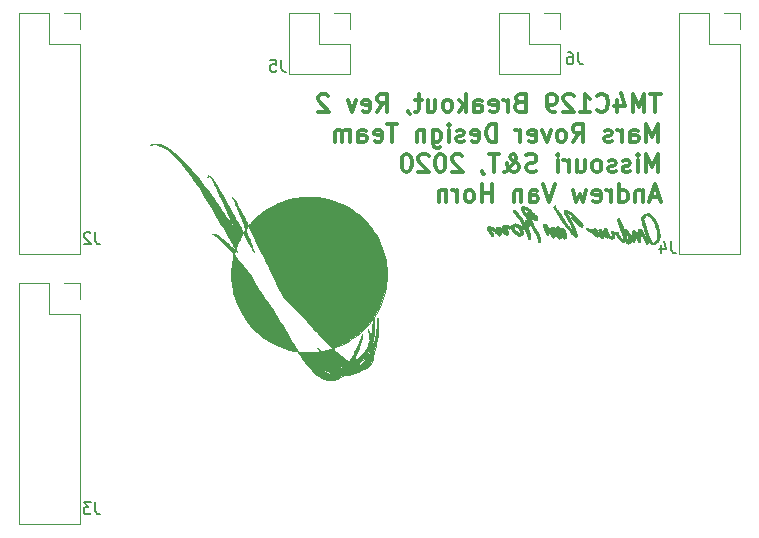
<source format=gbr>
G04 #@! TF.GenerationSoftware,KiCad,Pcbnew,(5.0.2)-1*
G04 #@! TF.CreationDate,2020-01-13T13:35:34-06:00*
G04 #@! TF.ProjectId,TM4C129-Breakout_Hardware,544d3443-3132-4392-9d42-7265616b6f75,rev?*
G04 #@! TF.SameCoordinates,Original*
G04 #@! TF.FileFunction,Legend,Bot*
G04 #@! TF.FilePolarity,Positive*
%FSLAX46Y46*%
G04 Gerber Fmt 4.6, Leading zero omitted, Abs format (unit mm)*
G04 Created by KiCad (PCBNEW (5.0.2)-1) date 1/13/2020 1:35:34 PM*
%MOMM*%
%LPD*%
G01*
G04 APERTURE LIST*
%ADD10C,0.300000*%
%ADD11C,0.120000*%
%ADD12C,0.010000*%
%ADD13C,0.150000*%
G04 APERTURE END LIST*
D10*
X53002142Y-5513571D02*
X52145000Y-5513571D01*
X52573571Y-7013571D02*
X52573571Y-5513571D01*
X51645000Y-7013571D02*
X51645000Y-5513571D01*
X51145000Y-6585000D01*
X50645000Y-5513571D01*
X50645000Y-7013571D01*
X49287857Y-6013571D02*
X49287857Y-7013571D01*
X49645000Y-5442142D02*
X50002142Y-6513571D01*
X49073571Y-6513571D01*
X47645000Y-6870714D02*
X47716428Y-6942142D01*
X47930714Y-7013571D01*
X48073571Y-7013571D01*
X48287857Y-6942142D01*
X48430714Y-6799285D01*
X48502142Y-6656428D01*
X48573571Y-6370714D01*
X48573571Y-6156428D01*
X48502142Y-5870714D01*
X48430714Y-5727857D01*
X48287857Y-5585000D01*
X48073571Y-5513571D01*
X47930714Y-5513571D01*
X47716428Y-5585000D01*
X47645000Y-5656428D01*
X46216428Y-7013571D02*
X47073571Y-7013571D01*
X46645000Y-7013571D02*
X46645000Y-5513571D01*
X46787857Y-5727857D01*
X46930714Y-5870714D01*
X47073571Y-5942142D01*
X45645000Y-5656428D02*
X45573571Y-5585000D01*
X45430714Y-5513571D01*
X45073571Y-5513571D01*
X44930714Y-5585000D01*
X44859285Y-5656428D01*
X44787857Y-5799285D01*
X44787857Y-5942142D01*
X44859285Y-6156428D01*
X45716428Y-7013571D01*
X44787857Y-7013571D01*
X44073571Y-7013571D02*
X43787857Y-7013571D01*
X43645000Y-6942142D01*
X43573571Y-6870714D01*
X43430714Y-6656428D01*
X43359285Y-6370714D01*
X43359285Y-5799285D01*
X43430714Y-5656428D01*
X43502142Y-5585000D01*
X43645000Y-5513571D01*
X43930714Y-5513571D01*
X44073571Y-5585000D01*
X44145000Y-5656428D01*
X44216428Y-5799285D01*
X44216428Y-6156428D01*
X44145000Y-6299285D01*
X44073571Y-6370714D01*
X43930714Y-6442142D01*
X43645000Y-6442142D01*
X43502142Y-6370714D01*
X43430714Y-6299285D01*
X43359285Y-6156428D01*
X41073571Y-6227857D02*
X40859285Y-6299285D01*
X40787857Y-6370714D01*
X40716428Y-6513571D01*
X40716428Y-6727857D01*
X40787857Y-6870714D01*
X40859285Y-6942142D01*
X41002142Y-7013571D01*
X41573571Y-7013571D01*
X41573571Y-5513571D01*
X41073571Y-5513571D01*
X40930714Y-5585000D01*
X40859285Y-5656428D01*
X40787857Y-5799285D01*
X40787857Y-5942142D01*
X40859285Y-6085000D01*
X40930714Y-6156428D01*
X41073571Y-6227857D01*
X41573571Y-6227857D01*
X40073571Y-7013571D02*
X40073571Y-6013571D01*
X40073571Y-6299285D02*
X40002142Y-6156428D01*
X39930714Y-6085000D01*
X39787857Y-6013571D01*
X39645000Y-6013571D01*
X38573571Y-6942142D02*
X38716428Y-7013571D01*
X39002142Y-7013571D01*
X39145000Y-6942142D01*
X39216428Y-6799285D01*
X39216428Y-6227857D01*
X39145000Y-6085000D01*
X39002142Y-6013571D01*
X38716428Y-6013571D01*
X38573571Y-6085000D01*
X38502142Y-6227857D01*
X38502142Y-6370714D01*
X39216428Y-6513571D01*
X37216428Y-7013571D02*
X37216428Y-6227857D01*
X37287857Y-6085000D01*
X37430714Y-6013571D01*
X37716428Y-6013571D01*
X37859285Y-6085000D01*
X37216428Y-6942142D02*
X37359285Y-7013571D01*
X37716428Y-7013571D01*
X37859285Y-6942142D01*
X37930714Y-6799285D01*
X37930714Y-6656428D01*
X37859285Y-6513571D01*
X37716428Y-6442142D01*
X37359285Y-6442142D01*
X37216428Y-6370714D01*
X36502142Y-7013571D02*
X36502142Y-5513571D01*
X36359285Y-6442142D02*
X35930714Y-7013571D01*
X35930714Y-6013571D02*
X36502142Y-6585000D01*
X35073571Y-7013571D02*
X35216428Y-6942142D01*
X35287857Y-6870714D01*
X35359285Y-6727857D01*
X35359285Y-6299285D01*
X35287857Y-6156428D01*
X35216428Y-6085000D01*
X35073571Y-6013571D01*
X34859285Y-6013571D01*
X34716428Y-6085000D01*
X34645000Y-6156428D01*
X34573571Y-6299285D01*
X34573571Y-6727857D01*
X34645000Y-6870714D01*
X34716428Y-6942142D01*
X34859285Y-7013571D01*
X35073571Y-7013571D01*
X33287857Y-6013571D02*
X33287857Y-7013571D01*
X33930714Y-6013571D02*
X33930714Y-6799285D01*
X33859285Y-6942142D01*
X33716428Y-7013571D01*
X33502142Y-7013571D01*
X33359285Y-6942142D01*
X33287857Y-6870714D01*
X32787857Y-6013571D02*
X32216428Y-6013571D01*
X32573571Y-5513571D02*
X32573571Y-6799285D01*
X32502142Y-6942142D01*
X32359285Y-7013571D01*
X32216428Y-7013571D01*
X31645000Y-6942142D02*
X31645000Y-7013571D01*
X31716428Y-7156428D01*
X31787857Y-7227857D01*
X29002142Y-7013571D02*
X29502142Y-6299285D01*
X29859285Y-7013571D02*
X29859285Y-5513571D01*
X29287857Y-5513571D01*
X29145000Y-5585000D01*
X29073571Y-5656428D01*
X29002142Y-5799285D01*
X29002142Y-6013571D01*
X29073571Y-6156428D01*
X29145000Y-6227857D01*
X29287857Y-6299285D01*
X29859285Y-6299285D01*
X27787857Y-6942142D02*
X27930714Y-7013571D01*
X28216428Y-7013571D01*
X28359285Y-6942142D01*
X28430714Y-6799285D01*
X28430714Y-6227857D01*
X28359285Y-6085000D01*
X28216428Y-6013571D01*
X27930714Y-6013571D01*
X27787857Y-6085000D01*
X27716428Y-6227857D01*
X27716428Y-6370714D01*
X28430714Y-6513571D01*
X27216428Y-6013571D02*
X26859285Y-7013571D01*
X26502142Y-6013571D01*
X24859285Y-5656428D02*
X24787857Y-5585000D01*
X24645000Y-5513571D01*
X24287857Y-5513571D01*
X24145000Y-5585000D01*
X24073571Y-5656428D01*
X24002142Y-5799285D01*
X24002142Y-5942142D01*
X24073571Y-6156428D01*
X24930714Y-7013571D01*
X24002142Y-7013571D01*
X52787857Y-9563571D02*
X52787857Y-8063571D01*
X52287857Y-9135000D01*
X51787857Y-8063571D01*
X51787857Y-9563571D01*
X50430714Y-9563571D02*
X50430714Y-8777857D01*
X50502142Y-8635000D01*
X50645000Y-8563571D01*
X50930714Y-8563571D01*
X51073571Y-8635000D01*
X50430714Y-9492142D02*
X50573571Y-9563571D01*
X50930714Y-9563571D01*
X51073571Y-9492142D01*
X51145000Y-9349285D01*
X51145000Y-9206428D01*
X51073571Y-9063571D01*
X50930714Y-8992142D01*
X50573571Y-8992142D01*
X50430714Y-8920714D01*
X49716428Y-9563571D02*
X49716428Y-8563571D01*
X49716428Y-8849285D02*
X49645000Y-8706428D01*
X49573571Y-8635000D01*
X49430714Y-8563571D01*
X49287857Y-8563571D01*
X48859285Y-9492142D02*
X48716428Y-9563571D01*
X48430714Y-9563571D01*
X48287857Y-9492142D01*
X48216428Y-9349285D01*
X48216428Y-9277857D01*
X48287857Y-9135000D01*
X48430714Y-9063571D01*
X48645000Y-9063571D01*
X48787857Y-8992142D01*
X48859285Y-8849285D01*
X48859285Y-8777857D01*
X48787857Y-8635000D01*
X48645000Y-8563571D01*
X48430714Y-8563571D01*
X48287857Y-8635000D01*
X45573571Y-9563571D02*
X46073571Y-8849285D01*
X46430714Y-9563571D02*
X46430714Y-8063571D01*
X45859285Y-8063571D01*
X45716428Y-8135000D01*
X45645000Y-8206428D01*
X45573571Y-8349285D01*
X45573571Y-8563571D01*
X45645000Y-8706428D01*
X45716428Y-8777857D01*
X45859285Y-8849285D01*
X46430714Y-8849285D01*
X44716428Y-9563571D02*
X44859285Y-9492142D01*
X44930714Y-9420714D01*
X45002142Y-9277857D01*
X45002142Y-8849285D01*
X44930714Y-8706428D01*
X44859285Y-8635000D01*
X44716428Y-8563571D01*
X44502142Y-8563571D01*
X44359285Y-8635000D01*
X44287857Y-8706428D01*
X44216428Y-8849285D01*
X44216428Y-9277857D01*
X44287857Y-9420714D01*
X44359285Y-9492142D01*
X44502142Y-9563571D01*
X44716428Y-9563571D01*
X43716428Y-8563571D02*
X43359285Y-9563571D01*
X43002142Y-8563571D01*
X41859285Y-9492142D02*
X42002142Y-9563571D01*
X42287857Y-9563571D01*
X42430714Y-9492142D01*
X42502142Y-9349285D01*
X42502142Y-8777857D01*
X42430714Y-8635000D01*
X42287857Y-8563571D01*
X42002142Y-8563571D01*
X41859285Y-8635000D01*
X41787857Y-8777857D01*
X41787857Y-8920714D01*
X42502142Y-9063571D01*
X41145000Y-9563571D02*
X41145000Y-8563571D01*
X41145000Y-8849285D02*
X41073571Y-8706428D01*
X41002142Y-8635000D01*
X40859285Y-8563571D01*
X40716428Y-8563571D01*
X39073571Y-9563571D02*
X39073571Y-8063571D01*
X38716428Y-8063571D01*
X38502142Y-8135000D01*
X38359285Y-8277857D01*
X38287857Y-8420714D01*
X38216428Y-8706428D01*
X38216428Y-8920714D01*
X38287857Y-9206428D01*
X38359285Y-9349285D01*
X38502142Y-9492142D01*
X38716428Y-9563571D01*
X39073571Y-9563571D01*
X37002142Y-9492142D02*
X37145000Y-9563571D01*
X37430714Y-9563571D01*
X37573571Y-9492142D01*
X37645000Y-9349285D01*
X37645000Y-8777857D01*
X37573571Y-8635000D01*
X37430714Y-8563571D01*
X37145000Y-8563571D01*
X37002142Y-8635000D01*
X36930714Y-8777857D01*
X36930714Y-8920714D01*
X37645000Y-9063571D01*
X36359285Y-9492142D02*
X36216428Y-9563571D01*
X35930714Y-9563571D01*
X35787857Y-9492142D01*
X35716428Y-9349285D01*
X35716428Y-9277857D01*
X35787857Y-9135000D01*
X35930714Y-9063571D01*
X36145000Y-9063571D01*
X36287857Y-8992142D01*
X36359285Y-8849285D01*
X36359285Y-8777857D01*
X36287857Y-8635000D01*
X36145000Y-8563571D01*
X35930714Y-8563571D01*
X35787857Y-8635000D01*
X35073571Y-9563571D02*
X35073571Y-8563571D01*
X35073571Y-8063571D02*
X35145000Y-8135000D01*
X35073571Y-8206428D01*
X35002142Y-8135000D01*
X35073571Y-8063571D01*
X35073571Y-8206428D01*
X33716428Y-8563571D02*
X33716428Y-9777857D01*
X33787857Y-9920714D01*
X33859285Y-9992142D01*
X34002142Y-10063571D01*
X34216428Y-10063571D01*
X34359285Y-9992142D01*
X33716428Y-9492142D02*
X33859285Y-9563571D01*
X34145000Y-9563571D01*
X34287857Y-9492142D01*
X34359285Y-9420714D01*
X34430714Y-9277857D01*
X34430714Y-8849285D01*
X34359285Y-8706428D01*
X34287857Y-8635000D01*
X34145000Y-8563571D01*
X33859285Y-8563571D01*
X33716428Y-8635000D01*
X33002142Y-8563571D02*
X33002142Y-9563571D01*
X33002142Y-8706428D02*
X32930714Y-8635000D01*
X32787857Y-8563571D01*
X32573571Y-8563571D01*
X32430714Y-8635000D01*
X32359285Y-8777857D01*
X32359285Y-9563571D01*
X30716428Y-8063571D02*
X29859285Y-8063571D01*
X30287857Y-9563571D02*
X30287857Y-8063571D01*
X28787857Y-9492142D02*
X28930714Y-9563571D01*
X29216428Y-9563571D01*
X29359285Y-9492142D01*
X29430714Y-9349285D01*
X29430714Y-8777857D01*
X29359285Y-8635000D01*
X29216428Y-8563571D01*
X28930714Y-8563571D01*
X28787857Y-8635000D01*
X28716428Y-8777857D01*
X28716428Y-8920714D01*
X29430714Y-9063571D01*
X27430714Y-9563571D02*
X27430714Y-8777857D01*
X27502142Y-8635000D01*
X27645000Y-8563571D01*
X27930714Y-8563571D01*
X28073571Y-8635000D01*
X27430714Y-9492142D02*
X27573571Y-9563571D01*
X27930714Y-9563571D01*
X28073571Y-9492142D01*
X28145000Y-9349285D01*
X28145000Y-9206428D01*
X28073571Y-9063571D01*
X27930714Y-8992142D01*
X27573571Y-8992142D01*
X27430714Y-8920714D01*
X26716428Y-9563571D02*
X26716428Y-8563571D01*
X26716428Y-8706428D02*
X26645000Y-8635000D01*
X26502142Y-8563571D01*
X26287857Y-8563571D01*
X26145000Y-8635000D01*
X26073571Y-8777857D01*
X26073571Y-9563571D01*
X26073571Y-8777857D02*
X26002142Y-8635000D01*
X25859285Y-8563571D01*
X25645000Y-8563571D01*
X25502142Y-8635000D01*
X25430714Y-8777857D01*
X25430714Y-9563571D01*
X52787857Y-12113571D02*
X52787857Y-10613571D01*
X52287857Y-11685000D01*
X51787857Y-10613571D01*
X51787857Y-12113571D01*
X51073571Y-12113571D02*
X51073571Y-11113571D01*
X51073571Y-10613571D02*
X51145000Y-10685000D01*
X51073571Y-10756428D01*
X51002142Y-10685000D01*
X51073571Y-10613571D01*
X51073571Y-10756428D01*
X50430714Y-12042142D02*
X50287857Y-12113571D01*
X50002142Y-12113571D01*
X49859285Y-12042142D01*
X49787857Y-11899285D01*
X49787857Y-11827857D01*
X49859285Y-11685000D01*
X50002142Y-11613571D01*
X50216428Y-11613571D01*
X50359285Y-11542142D01*
X50430714Y-11399285D01*
X50430714Y-11327857D01*
X50359285Y-11185000D01*
X50216428Y-11113571D01*
X50002142Y-11113571D01*
X49859285Y-11185000D01*
X49216428Y-12042142D02*
X49073571Y-12113571D01*
X48787857Y-12113571D01*
X48645000Y-12042142D01*
X48573571Y-11899285D01*
X48573571Y-11827857D01*
X48645000Y-11685000D01*
X48787857Y-11613571D01*
X49002142Y-11613571D01*
X49145000Y-11542142D01*
X49216428Y-11399285D01*
X49216428Y-11327857D01*
X49145000Y-11185000D01*
X49002142Y-11113571D01*
X48787857Y-11113571D01*
X48645000Y-11185000D01*
X47716428Y-12113571D02*
X47859285Y-12042142D01*
X47930714Y-11970714D01*
X48002142Y-11827857D01*
X48002142Y-11399285D01*
X47930714Y-11256428D01*
X47859285Y-11185000D01*
X47716428Y-11113571D01*
X47502142Y-11113571D01*
X47359285Y-11185000D01*
X47287857Y-11256428D01*
X47216428Y-11399285D01*
X47216428Y-11827857D01*
X47287857Y-11970714D01*
X47359285Y-12042142D01*
X47502142Y-12113571D01*
X47716428Y-12113571D01*
X45930714Y-11113571D02*
X45930714Y-12113571D01*
X46573571Y-11113571D02*
X46573571Y-11899285D01*
X46502142Y-12042142D01*
X46359285Y-12113571D01*
X46145000Y-12113571D01*
X46002142Y-12042142D01*
X45930714Y-11970714D01*
X45216428Y-12113571D02*
X45216428Y-11113571D01*
X45216428Y-11399285D02*
X45145000Y-11256428D01*
X45073571Y-11185000D01*
X44930714Y-11113571D01*
X44787857Y-11113571D01*
X44287857Y-12113571D02*
X44287857Y-11113571D01*
X44287857Y-10613571D02*
X44359285Y-10685000D01*
X44287857Y-10756428D01*
X44216428Y-10685000D01*
X44287857Y-10613571D01*
X44287857Y-10756428D01*
X42502142Y-12042142D02*
X42287857Y-12113571D01*
X41930714Y-12113571D01*
X41787857Y-12042142D01*
X41716428Y-11970714D01*
X41645000Y-11827857D01*
X41645000Y-11685000D01*
X41716428Y-11542142D01*
X41787857Y-11470714D01*
X41930714Y-11399285D01*
X42216428Y-11327857D01*
X42359285Y-11256428D01*
X42430714Y-11185000D01*
X42502142Y-11042142D01*
X42502142Y-10899285D01*
X42430714Y-10756428D01*
X42359285Y-10685000D01*
X42216428Y-10613571D01*
X41859285Y-10613571D01*
X41645000Y-10685000D01*
X39787857Y-12113571D02*
X39859285Y-12113571D01*
X40002142Y-12042142D01*
X40216428Y-11827857D01*
X40573571Y-11399285D01*
X40716428Y-11185000D01*
X40787857Y-10970714D01*
X40787857Y-10827857D01*
X40716428Y-10685000D01*
X40573571Y-10613571D01*
X40502142Y-10613571D01*
X40359285Y-10685000D01*
X40287857Y-10827857D01*
X40287857Y-10899285D01*
X40359285Y-11042142D01*
X40430714Y-11113571D01*
X40859285Y-11399285D01*
X40930714Y-11470714D01*
X41002142Y-11613571D01*
X41002142Y-11827857D01*
X40930714Y-11970714D01*
X40859285Y-12042142D01*
X40716428Y-12113571D01*
X40502142Y-12113571D01*
X40359285Y-12042142D01*
X40287857Y-11970714D01*
X40073571Y-11685000D01*
X40002142Y-11470714D01*
X40002142Y-11327857D01*
X39359285Y-10613571D02*
X38502142Y-10613571D01*
X38930714Y-12113571D02*
X38930714Y-10613571D01*
X37930714Y-12042142D02*
X37930714Y-12113571D01*
X38002142Y-12256428D01*
X38073571Y-12327857D01*
X36216428Y-10756428D02*
X36145000Y-10685000D01*
X36002142Y-10613571D01*
X35645000Y-10613571D01*
X35502142Y-10685000D01*
X35430714Y-10756428D01*
X35359285Y-10899285D01*
X35359285Y-11042142D01*
X35430714Y-11256428D01*
X36287857Y-12113571D01*
X35359285Y-12113571D01*
X34430714Y-10613571D02*
X34287857Y-10613571D01*
X34145000Y-10685000D01*
X34073571Y-10756428D01*
X34002142Y-10899285D01*
X33930714Y-11185000D01*
X33930714Y-11542142D01*
X34002142Y-11827857D01*
X34073571Y-11970714D01*
X34145000Y-12042142D01*
X34287857Y-12113571D01*
X34430714Y-12113571D01*
X34573571Y-12042142D01*
X34645000Y-11970714D01*
X34716428Y-11827857D01*
X34787857Y-11542142D01*
X34787857Y-11185000D01*
X34716428Y-10899285D01*
X34645000Y-10756428D01*
X34573571Y-10685000D01*
X34430714Y-10613571D01*
X33359285Y-10756428D02*
X33287857Y-10685000D01*
X33145000Y-10613571D01*
X32787857Y-10613571D01*
X32645000Y-10685000D01*
X32573571Y-10756428D01*
X32502142Y-10899285D01*
X32502142Y-11042142D01*
X32573571Y-11256428D01*
X33430714Y-12113571D01*
X32502142Y-12113571D01*
X31573571Y-10613571D02*
X31430714Y-10613571D01*
X31287857Y-10685000D01*
X31216428Y-10756428D01*
X31145000Y-10899285D01*
X31073571Y-11185000D01*
X31073571Y-11542142D01*
X31145000Y-11827857D01*
X31216428Y-11970714D01*
X31287857Y-12042142D01*
X31430714Y-12113571D01*
X31573571Y-12113571D01*
X31716428Y-12042142D01*
X31787857Y-11970714D01*
X31859285Y-11827857D01*
X31930714Y-11542142D01*
X31930714Y-11185000D01*
X31859285Y-10899285D01*
X31787857Y-10756428D01*
X31716428Y-10685000D01*
X31573571Y-10613571D01*
X52859285Y-14235000D02*
X52145000Y-14235000D01*
X53002142Y-14663571D02*
X52502142Y-13163571D01*
X52002142Y-14663571D01*
X51502142Y-13663571D02*
X51502142Y-14663571D01*
X51502142Y-13806428D02*
X51430714Y-13735000D01*
X51287857Y-13663571D01*
X51073571Y-13663571D01*
X50930714Y-13735000D01*
X50859285Y-13877857D01*
X50859285Y-14663571D01*
X49502142Y-14663571D02*
X49502142Y-13163571D01*
X49502142Y-14592142D02*
X49645000Y-14663571D01*
X49930714Y-14663571D01*
X50073571Y-14592142D01*
X50145000Y-14520714D01*
X50216428Y-14377857D01*
X50216428Y-13949285D01*
X50145000Y-13806428D01*
X50073571Y-13735000D01*
X49930714Y-13663571D01*
X49645000Y-13663571D01*
X49502142Y-13735000D01*
X48787857Y-14663571D02*
X48787857Y-13663571D01*
X48787857Y-13949285D02*
X48716428Y-13806428D01*
X48645000Y-13735000D01*
X48502142Y-13663571D01*
X48359285Y-13663571D01*
X47287857Y-14592142D02*
X47430714Y-14663571D01*
X47716428Y-14663571D01*
X47859285Y-14592142D01*
X47930714Y-14449285D01*
X47930714Y-13877857D01*
X47859285Y-13735000D01*
X47716428Y-13663571D01*
X47430714Y-13663571D01*
X47287857Y-13735000D01*
X47216428Y-13877857D01*
X47216428Y-14020714D01*
X47930714Y-14163571D01*
X46716428Y-13663571D02*
X46430714Y-14663571D01*
X46145000Y-13949285D01*
X45859285Y-14663571D01*
X45573571Y-13663571D01*
X44073571Y-13163571D02*
X43573571Y-14663571D01*
X43073571Y-13163571D01*
X41930714Y-14663571D02*
X41930714Y-13877857D01*
X42002142Y-13735000D01*
X42145000Y-13663571D01*
X42430714Y-13663571D01*
X42573571Y-13735000D01*
X41930714Y-14592142D02*
X42073571Y-14663571D01*
X42430714Y-14663571D01*
X42573571Y-14592142D01*
X42645000Y-14449285D01*
X42645000Y-14306428D01*
X42573571Y-14163571D01*
X42430714Y-14092142D01*
X42073571Y-14092142D01*
X41930714Y-14020714D01*
X41216428Y-13663571D02*
X41216428Y-14663571D01*
X41216428Y-13806428D02*
X41145000Y-13735000D01*
X41002142Y-13663571D01*
X40787857Y-13663571D01*
X40645000Y-13735000D01*
X40573571Y-13877857D01*
X40573571Y-14663571D01*
X38716428Y-14663571D02*
X38716428Y-13163571D01*
X38716428Y-13877857D02*
X37859285Y-13877857D01*
X37859285Y-14663571D02*
X37859285Y-13163571D01*
X36930714Y-14663571D02*
X37073571Y-14592142D01*
X37145000Y-14520714D01*
X37216428Y-14377857D01*
X37216428Y-13949285D01*
X37145000Y-13806428D01*
X37073571Y-13735000D01*
X36930714Y-13663571D01*
X36716428Y-13663571D01*
X36573571Y-13735000D01*
X36502142Y-13806428D01*
X36430714Y-13949285D01*
X36430714Y-14377857D01*
X36502142Y-14520714D01*
X36573571Y-14592142D01*
X36716428Y-14663571D01*
X36930714Y-14663571D01*
X35787857Y-14663571D02*
X35787857Y-13663571D01*
X35787857Y-13949285D02*
X35716428Y-13806428D01*
X35645000Y-13735000D01*
X35502142Y-13663571D01*
X35359285Y-13663571D01*
X34859285Y-13663571D02*
X34859285Y-14663571D01*
X34859285Y-13806428D02*
X34787857Y-13735000D01*
X34645000Y-13663571D01*
X34430714Y-13663571D01*
X34287857Y-13735000D01*
X34216428Y-13877857D01*
X34216428Y-14663571D01*
D11*
G04 #@! TO.C,J4*
X59750000Y-19110000D02*
X54550000Y-19110000D01*
X59750000Y-1270000D02*
X59750000Y-19110000D01*
X54550000Y1330000D02*
X54550000Y-19110000D01*
X59750000Y-1270000D02*
X57150000Y-1270000D01*
X57150000Y-1270000D02*
X57150000Y1330000D01*
X57150000Y1330000D02*
X54550000Y1330000D01*
X59750000Y0D02*
X59750000Y1330000D01*
X59750000Y1330000D02*
X58420000Y1330000D01*
G04 #@! TO.C,J2*
X3870000Y-19110000D02*
X-1330000Y-19110000D01*
X3870000Y-1270000D02*
X3870000Y-19110000D01*
X-1330000Y1330000D02*
X-1330000Y-19110000D01*
X3870000Y-1270000D02*
X1270000Y-1270000D01*
X1270000Y-1270000D02*
X1270000Y1330000D01*
X1270000Y1330000D02*
X-1330000Y1330000D01*
X3870000Y0D02*
X3870000Y1330000D01*
X3870000Y1330000D02*
X2540000Y1330000D01*
G04 #@! TO.C,J3*
X3870000Y-21530000D02*
X2540000Y-21530000D01*
X3870000Y-22860000D02*
X3870000Y-21530000D01*
X1270000Y-21530000D02*
X-1330000Y-21530000D01*
X1270000Y-24130000D02*
X1270000Y-21530000D01*
X3870000Y-24130000D02*
X1270000Y-24130000D01*
X-1330000Y-21530000D02*
X-1330000Y-41970000D01*
X3870000Y-24130000D02*
X3870000Y-41970000D01*
X3870000Y-41970000D02*
X-1330000Y-41970000D01*
G04 #@! TO.C,J5*
X26730000Y1330000D02*
X25400000Y1330000D01*
X26730000Y0D02*
X26730000Y1330000D01*
X24130000Y1330000D02*
X21530000Y1330000D01*
X24130000Y-1270000D02*
X24130000Y1330000D01*
X26730000Y-1270000D02*
X24130000Y-1270000D01*
X21530000Y1330000D02*
X21530000Y-3870000D01*
X26730000Y-1270000D02*
X26730000Y-3870000D01*
X26730000Y-3870000D02*
X21530000Y-3870000D01*
G04 #@! TO.C,J6*
X44510000Y-3870000D02*
X39310000Y-3870000D01*
X44510000Y-1270000D02*
X44510000Y-3870000D01*
X39310000Y1330000D02*
X39310000Y-3870000D01*
X44510000Y-1270000D02*
X41910000Y-1270000D01*
X41910000Y-1270000D02*
X41910000Y1330000D01*
X41910000Y1330000D02*
X39310000Y1330000D01*
X44510000Y0D02*
X44510000Y1330000D01*
X44510000Y1330000D02*
X43180000Y1330000D01*
D12*
G04 #@! TO.C,G\002A\002A\002A*
G36*
X10118104Y-9737864D02*
X9986883Y-9756790D01*
X9880044Y-9787851D01*
X9863747Y-9794907D01*
X9798345Y-9825215D01*
X9858487Y-9815041D01*
X10067804Y-9791566D01*
X10263863Y-9793129D01*
X10437756Y-9819634D01*
X10444937Y-9821416D01*
X10647576Y-9888055D01*
X10858741Y-9987912D01*
X11079150Y-10121573D01*
X11309524Y-10289623D01*
X11550584Y-10492649D01*
X11803049Y-10731238D01*
X12067640Y-11005976D01*
X12345078Y-11317449D01*
X12483326Y-11480539D01*
X12611405Y-11635226D01*
X12733766Y-11786069D01*
X12852326Y-11935839D01*
X12969003Y-12087310D01*
X13085714Y-12243251D01*
X13204377Y-12406436D01*
X13326908Y-12579636D01*
X13455227Y-12765623D01*
X13591249Y-12967169D01*
X13736893Y-13187045D01*
X13894076Y-13428024D01*
X14064716Y-13692877D01*
X14250730Y-13984376D01*
X14454035Y-14305293D01*
X14624886Y-14576283D01*
X15014496Y-15204557D01*
X15389230Y-15827398D01*
X15743063Y-16434754D01*
X15832114Y-16591042D01*
X15912591Y-16732246D01*
X16005828Y-16894650D01*
X16104147Y-17064958D01*
X16199873Y-17229873D01*
X16283865Y-17373603D01*
X16367523Y-17517010D01*
X16459291Y-17675825D01*
X16552086Y-17837692D01*
X16638827Y-17990254D01*
X16712430Y-18121155D01*
X16714785Y-18125379D01*
X16778262Y-18239071D01*
X16838481Y-18346568D01*
X16891436Y-18440744D01*
X16933118Y-18514474D01*
X16959524Y-18560635D01*
X16960355Y-18562064D01*
X17010785Y-18648635D01*
X17088612Y-18441780D01*
X17129432Y-18339477D01*
X17180182Y-18221982D01*
X17238316Y-18094292D01*
X17301287Y-17961399D01*
X17366550Y-17828301D01*
X17431559Y-17699990D01*
X17493767Y-17581462D01*
X17550629Y-17477712D01*
X17599598Y-17393735D01*
X17638129Y-17334525D01*
X17663676Y-17305077D01*
X17669226Y-17302723D01*
X17682696Y-17319484D01*
X17711612Y-17365961D01*
X17752637Y-17436447D01*
X17802437Y-17525234D01*
X17847888Y-17608445D01*
X17921277Y-17743818D01*
X17999972Y-17888054D01*
X18081578Y-18036846D01*
X18163697Y-18185886D01*
X18243932Y-18330864D01*
X18319887Y-18467474D01*
X18389166Y-18591407D01*
X18449371Y-18698355D01*
X18498106Y-18784010D01*
X18532974Y-18844064D01*
X18551579Y-18874208D01*
X18553291Y-18876440D01*
X18554681Y-18867640D01*
X18544025Y-18828115D01*
X18523348Y-18764684D01*
X18502668Y-18706038D01*
X18452446Y-18568044D01*
X18396620Y-18415817D01*
X18336786Y-18253607D01*
X18274539Y-18085663D01*
X18211474Y-17916236D01*
X18149188Y-17749576D01*
X18089277Y-17589933D01*
X18033335Y-17441557D01*
X17982959Y-17308698D01*
X17939744Y-17195605D01*
X17905287Y-17106530D01*
X17881181Y-17045722D01*
X17869024Y-17017431D01*
X17868164Y-17016046D01*
X17851255Y-17023886D01*
X17819540Y-17058979D01*
X17779093Y-17114349D01*
X17767822Y-17131319D01*
X17726006Y-17193121D01*
X17691924Y-17239124D01*
X17671675Y-17261212D01*
X17669590Y-17262055D01*
X17656897Y-17244989D01*
X17628361Y-17197500D01*
X17586837Y-17124634D01*
X17535177Y-17031439D01*
X17476234Y-16922959D01*
X17446412Y-16867351D01*
X17376180Y-16736587D01*
X17292095Y-16581214D01*
X17199828Y-16411638D01*
X17105051Y-16238270D01*
X17013436Y-16071517D01*
X16957827Y-15970805D01*
X16877104Y-15824717D01*
X16782281Y-15652700D01*
X16678454Y-15464026D01*
X16570721Y-15267965D01*
X16464177Y-15073789D01*
X16363920Y-14890769D01*
X16328968Y-14826875D01*
X16166525Y-14532146D01*
X16006967Y-14247241D01*
X15852024Y-13975059D01*
X15703424Y-13718499D01*
X15562895Y-13480462D01*
X15432166Y-13263846D01*
X15312965Y-13071552D01*
X15207020Y-12906479D01*
X15116059Y-12771526D01*
X15047355Y-12676803D01*
X14951117Y-12560760D01*
X14865286Y-12477327D01*
X14791284Y-12427297D01*
X14730534Y-12411466D01*
X14684458Y-12430626D01*
X14663047Y-12462230D01*
X14643201Y-12515781D01*
X14639785Y-12547265D01*
X14651080Y-12551469D01*
X14675364Y-12523182D01*
X14680488Y-12515050D01*
X14719173Y-12468063D01*
X14755114Y-12454930D01*
X14755590Y-12455015D01*
X14793266Y-12479064D01*
X14845446Y-12539114D01*
X14911496Y-12634041D01*
X14990782Y-12762721D01*
X15082670Y-12924027D01*
X15186526Y-13116835D01*
X15301717Y-13340021D01*
X15427607Y-13592458D01*
X15563564Y-13873022D01*
X15612084Y-13974862D01*
X15659868Y-14076682D01*
X15718191Y-14202805D01*
X15785585Y-14349931D01*
X15860582Y-14514761D01*
X15941716Y-14693996D01*
X16027519Y-14884336D01*
X16116522Y-15082481D01*
X16207260Y-15285134D01*
X16298264Y-15488993D01*
X16388066Y-15690761D01*
X16475200Y-15887137D01*
X16558197Y-16074822D01*
X16635591Y-16250518D01*
X16705914Y-16410924D01*
X16767698Y-16552741D01*
X16819475Y-16672670D01*
X16859779Y-16767411D01*
X16887142Y-16833666D01*
X16900096Y-16868135D01*
X16900856Y-16872379D01*
X16888582Y-16858034D01*
X16857153Y-16814807D01*
X16809676Y-16747160D01*
X16749261Y-16659557D01*
X16679017Y-16556458D01*
X16624470Y-16475687D01*
X16533540Y-16341400D01*
X16425888Y-16183831D01*
X16304261Y-16006905D01*
X16171407Y-15814550D01*
X16030073Y-15610690D01*
X15883008Y-15399251D01*
X15732960Y-15184159D01*
X15582675Y-14969341D01*
X15434903Y-14758721D01*
X15292391Y-14556225D01*
X15157886Y-14365781D01*
X15034137Y-14191312D01*
X14923891Y-14036746D01*
X14829896Y-13906008D01*
X14754900Y-13803023D01*
X14733743Y-13774388D01*
X14367788Y-13287774D01*
X14018793Y-12836339D01*
X13686000Y-12419294D01*
X13368655Y-12035850D01*
X13065998Y-11685218D01*
X12777275Y-11366610D01*
X12501728Y-11079236D01*
X12238601Y-10822307D01*
X11987137Y-10595034D01*
X11746578Y-10396628D01*
X11516170Y-10226301D01*
X11295154Y-10083262D01*
X11082774Y-9966724D01*
X11081376Y-9966029D01*
X10923065Y-9890475D01*
X10788324Y-9833757D01*
X10667285Y-9792591D01*
X10550078Y-9763693D01*
X10426833Y-9743779D01*
X10405659Y-9741179D01*
X10261699Y-9732264D01*
X10118104Y-9737864D01*
X10118104Y-9737864D01*
G37*
X10118104Y-9737864D02*
X9986883Y-9756790D01*
X9880044Y-9787851D01*
X9863747Y-9794907D01*
X9798345Y-9825215D01*
X9858487Y-9815041D01*
X10067804Y-9791566D01*
X10263863Y-9793129D01*
X10437756Y-9819634D01*
X10444937Y-9821416D01*
X10647576Y-9888055D01*
X10858741Y-9987912D01*
X11079150Y-10121573D01*
X11309524Y-10289623D01*
X11550584Y-10492649D01*
X11803049Y-10731238D01*
X12067640Y-11005976D01*
X12345078Y-11317449D01*
X12483326Y-11480539D01*
X12611405Y-11635226D01*
X12733766Y-11786069D01*
X12852326Y-11935839D01*
X12969003Y-12087310D01*
X13085714Y-12243251D01*
X13204377Y-12406436D01*
X13326908Y-12579636D01*
X13455227Y-12765623D01*
X13591249Y-12967169D01*
X13736893Y-13187045D01*
X13894076Y-13428024D01*
X14064716Y-13692877D01*
X14250730Y-13984376D01*
X14454035Y-14305293D01*
X14624886Y-14576283D01*
X15014496Y-15204557D01*
X15389230Y-15827398D01*
X15743063Y-16434754D01*
X15832114Y-16591042D01*
X15912591Y-16732246D01*
X16005828Y-16894650D01*
X16104147Y-17064958D01*
X16199873Y-17229873D01*
X16283865Y-17373603D01*
X16367523Y-17517010D01*
X16459291Y-17675825D01*
X16552086Y-17837692D01*
X16638827Y-17990254D01*
X16712430Y-18121155D01*
X16714785Y-18125379D01*
X16778262Y-18239071D01*
X16838481Y-18346568D01*
X16891436Y-18440744D01*
X16933118Y-18514474D01*
X16959524Y-18560635D01*
X16960355Y-18562064D01*
X17010785Y-18648635D01*
X17088612Y-18441780D01*
X17129432Y-18339477D01*
X17180182Y-18221982D01*
X17238316Y-18094292D01*
X17301287Y-17961399D01*
X17366550Y-17828301D01*
X17431559Y-17699990D01*
X17493767Y-17581462D01*
X17550629Y-17477712D01*
X17599598Y-17393735D01*
X17638129Y-17334525D01*
X17663676Y-17305077D01*
X17669226Y-17302723D01*
X17682696Y-17319484D01*
X17711612Y-17365961D01*
X17752637Y-17436447D01*
X17802437Y-17525234D01*
X17847888Y-17608445D01*
X17921277Y-17743818D01*
X17999972Y-17888054D01*
X18081578Y-18036846D01*
X18163697Y-18185886D01*
X18243932Y-18330864D01*
X18319887Y-18467474D01*
X18389166Y-18591407D01*
X18449371Y-18698355D01*
X18498106Y-18784010D01*
X18532974Y-18844064D01*
X18551579Y-18874208D01*
X18553291Y-18876440D01*
X18554681Y-18867640D01*
X18544025Y-18828115D01*
X18523348Y-18764684D01*
X18502668Y-18706038D01*
X18452446Y-18568044D01*
X18396620Y-18415817D01*
X18336786Y-18253607D01*
X18274539Y-18085663D01*
X18211474Y-17916236D01*
X18149188Y-17749576D01*
X18089277Y-17589933D01*
X18033335Y-17441557D01*
X17982959Y-17308698D01*
X17939744Y-17195605D01*
X17905287Y-17106530D01*
X17881181Y-17045722D01*
X17869024Y-17017431D01*
X17868164Y-17016046D01*
X17851255Y-17023886D01*
X17819540Y-17058979D01*
X17779093Y-17114349D01*
X17767822Y-17131319D01*
X17726006Y-17193121D01*
X17691924Y-17239124D01*
X17671675Y-17261212D01*
X17669590Y-17262055D01*
X17656897Y-17244989D01*
X17628361Y-17197500D01*
X17586837Y-17124634D01*
X17535177Y-17031439D01*
X17476234Y-16922959D01*
X17446412Y-16867351D01*
X17376180Y-16736587D01*
X17292095Y-16581214D01*
X17199828Y-16411638D01*
X17105051Y-16238270D01*
X17013436Y-16071517D01*
X16957827Y-15970805D01*
X16877104Y-15824717D01*
X16782281Y-15652700D01*
X16678454Y-15464026D01*
X16570721Y-15267965D01*
X16464177Y-15073789D01*
X16363920Y-14890769D01*
X16328968Y-14826875D01*
X16166525Y-14532146D01*
X16006967Y-14247241D01*
X15852024Y-13975059D01*
X15703424Y-13718499D01*
X15562895Y-13480462D01*
X15432166Y-13263846D01*
X15312965Y-13071552D01*
X15207020Y-12906479D01*
X15116059Y-12771526D01*
X15047355Y-12676803D01*
X14951117Y-12560760D01*
X14865286Y-12477327D01*
X14791284Y-12427297D01*
X14730534Y-12411466D01*
X14684458Y-12430626D01*
X14663047Y-12462230D01*
X14643201Y-12515781D01*
X14639785Y-12547265D01*
X14651080Y-12551469D01*
X14675364Y-12523182D01*
X14680488Y-12515050D01*
X14719173Y-12468063D01*
X14755114Y-12454930D01*
X14755590Y-12455015D01*
X14793266Y-12479064D01*
X14845446Y-12539114D01*
X14911496Y-12634041D01*
X14990782Y-12762721D01*
X15082670Y-12924027D01*
X15186526Y-13116835D01*
X15301717Y-13340021D01*
X15427607Y-13592458D01*
X15563564Y-13873022D01*
X15612084Y-13974862D01*
X15659868Y-14076682D01*
X15718191Y-14202805D01*
X15785585Y-14349931D01*
X15860582Y-14514761D01*
X15941716Y-14693996D01*
X16027519Y-14884336D01*
X16116522Y-15082481D01*
X16207260Y-15285134D01*
X16298264Y-15488993D01*
X16388066Y-15690761D01*
X16475200Y-15887137D01*
X16558197Y-16074822D01*
X16635591Y-16250518D01*
X16705914Y-16410924D01*
X16767698Y-16552741D01*
X16819475Y-16672670D01*
X16859779Y-16767411D01*
X16887142Y-16833666D01*
X16900096Y-16868135D01*
X16900856Y-16872379D01*
X16888582Y-16858034D01*
X16857153Y-16814807D01*
X16809676Y-16747160D01*
X16749261Y-16659557D01*
X16679017Y-16556458D01*
X16624470Y-16475687D01*
X16533540Y-16341400D01*
X16425888Y-16183831D01*
X16304261Y-16006905D01*
X16171407Y-15814550D01*
X16030073Y-15610690D01*
X15883008Y-15399251D01*
X15732960Y-15184159D01*
X15582675Y-14969341D01*
X15434903Y-14758721D01*
X15292391Y-14556225D01*
X15157886Y-14365781D01*
X15034137Y-14191312D01*
X14923891Y-14036746D01*
X14829896Y-13906008D01*
X14754900Y-13803023D01*
X14733743Y-13774388D01*
X14367788Y-13287774D01*
X14018793Y-12836339D01*
X13686000Y-12419294D01*
X13368655Y-12035850D01*
X13065998Y-11685218D01*
X12777275Y-11366610D01*
X12501728Y-11079236D01*
X12238601Y-10822307D01*
X11987137Y-10595034D01*
X11746578Y-10396628D01*
X11516170Y-10226301D01*
X11295154Y-10083262D01*
X11082774Y-9966724D01*
X11081376Y-9966029D01*
X10923065Y-9890475D01*
X10788324Y-9833757D01*
X10667285Y-9792591D01*
X10550078Y-9763693D01*
X10426833Y-9743779D01*
X10405659Y-9741179D01*
X10261699Y-9732264D01*
X10118104Y-9737864D01*
G36*
X18569063Y-18916535D02*
X18579087Y-18926559D01*
X18589111Y-18916535D01*
X18579087Y-18906512D01*
X18569063Y-18916535D01*
X18569063Y-18916535D01*
G37*
X18569063Y-18916535D02*
X18579087Y-18926559D01*
X18589111Y-18916535D01*
X18579087Y-18906512D01*
X18569063Y-18916535D01*
G36*
X16688230Y-14207311D02*
X16698728Y-14231474D01*
X16732869Y-14282875D01*
X16752457Y-14310609D01*
X16789099Y-14364696D01*
X16825000Y-14424063D01*
X16862413Y-14493459D01*
X16903592Y-14577630D01*
X16950788Y-14681323D01*
X17006255Y-14809288D01*
X17072245Y-14966270D01*
X17130994Y-15108324D01*
X17180959Y-15230983D01*
X17242583Y-15384288D01*
X17313194Y-15561441D01*
X17390120Y-15755642D01*
X17470690Y-15960092D01*
X17552232Y-16167991D01*
X17632074Y-16372541D01*
X17707545Y-16566941D01*
X17775973Y-16744393D01*
X17834687Y-16898096D01*
X17846369Y-16928934D01*
X17868010Y-16986163D01*
X17980456Y-16832188D01*
X18030173Y-16767814D01*
X18072155Y-16720288D01*
X18100592Y-16695835D01*
X18108681Y-16694769D01*
X18119900Y-16715236D01*
X18147016Y-16768787D01*
X18188540Y-16852377D01*
X18242983Y-16962961D01*
X18308854Y-17097494D01*
X18384665Y-17252931D01*
X18468925Y-17426229D01*
X18560145Y-17614341D01*
X18656836Y-17814223D01*
X18695422Y-17894120D01*
X18917572Y-18354054D01*
X19123714Y-18780269D01*
X19315065Y-19175256D01*
X19492843Y-19541502D01*
X19658264Y-19881495D01*
X19812545Y-20197725D01*
X19956904Y-20492679D01*
X20092557Y-20768847D01*
X20220722Y-21028716D01*
X20342615Y-21274775D01*
X20459455Y-21509513D01*
X20572457Y-21735417D01*
X20636781Y-21863497D01*
X20723960Y-22037865D01*
X20798404Y-22187761D01*
X20862759Y-22316626D01*
X20919674Y-22427904D01*
X20971796Y-22525034D01*
X21021772Y-22611460D01*
X21072250Y-22690624D01*
X21125878Y-22765966D01*
X21185304Y-22840929D01*
X21253174Y-22918954D01*
X21332137Y-23003484D01*
X21424840Y-23097961D01*
X21533930Y-23205825D01*
X21662056Y-23330520D01*
X21811864Y-23475487D01*
X21986003Y-23644167D01*
X22067327Y-23723197D01*
X22214012Y-23866727D01*
X22357521Y-24008650D01*
X22494108Y-24145161D01*
X22620029Y-24272453D01*
X22731539Y-24386720D01*
X22824895Y-24484156D01*
X22896351Y-24560953D01*
X22937945Y-24608203D01*
X23051066Y-24741210D01*
X23188239Y-24898484D01*
X23345450Y-25075656D01*
X23518689Y-25268356D01*
X23703943Y-25472216D01*
X23897200Y-25682864D01*
X24094449Y-25895933D01*
X24291678Y-26107052D01*
X24484875Y-26311853D01*
X24670027Y-26505965D01*
X24843124Y-26685019D01*
X24871448Y-26714040D01*
X24967243Y-26812321D01*
X25052778Y-26900609D01*
X25124353Y-26975043D01*
X25178274Y-27031764D01*
X25210843Y-27066913D01*
X25219020Y-27076933D01*
X25194379Y-27085712D01*
X25138550Y-27101774D01*
X25059350Y-27123126D01*
X24964599Y-27147776D01*
X24862114Y-27173729D01*
X24759713Y-27198994D01*
X24665215Y-27221577D01*
X24586439Y-27239486D01*
X24556004Y-27245939D01*
X24427253Y-27270216D01*
X24333684Y-27283002D01*
X24272138Y-27284531D01*
X24239454Y-27275038D01*
X24234614Y-27269774D01*
X24215461Y-27250877D01*
X24172122Y-27213321D01*
X24111872Y-27163305D01*
X24068040Y-27127814D01*
X23911684Y-27002385D01*
X24228104Y-27300825D01*
X24160107Y-27312994D01*
X24039584Y-27330426D01*
X23895129Y-27344547D01*
X23732215Y-27355397D01*
X23556316Y-27363015D01*
X23372904Y-27367442D01*
X23187455Y-27368718D01*
X23005440Y-27366883D01*
X22832333Y-27361977D01*
X22673608Y-27354040D01*
X22534738Y-27343111D01*
X22421197Y-27329233D01*
X22338458Y-27312443D01*
X22302608Y-27299397D01*
X22279685Y-27275744D01*
X22239112Y-27220775D01*
X22183052Y-27138031D01*
X22113667Y-27031053D01*
X22033118Y-26903385D01*
X21943567Y-26758566D01*
X21847178Y-26600140D01*
X21746110Y-26431647D01*
X21642527Y-26256630D01*
X21538589Y-26078630D01*
X21436460Y-25901189D01*
X21338301Y-25727849D01*
X21285046Y-25632399D01*
X21200538Y-25482609D01*
X21109776Y-25326222D01*
X21018051Y-25172049D01*
X20930655Y-25028899D01*
X20852878Y-24905583D01*
X20803428Y-24830505D01*
X20729443Y-24717536D01*
X20643521Y-24580284D01*
X20552426Y-24429931D01*
X20462922Y-24277662D01*
X20381773Y-24134658D01*
X20373654Y-24119985D01*
X20274025Y-23943971D01*
X20176053Y-23781293D01*
X20072693Y-23621014D01*
X19956895Y-23452200D01*
X19824578Y-23267973D01*
X19541233Y-22872087D01*
X19273481Y-22480954D01*
X19015097Y-22084927D01*
X18759856Y-21674360D01*
X18501534Y-21239605D01*
X18381497Y-21031531D01*
X18309468Y-20907758D01*
X18243922Y-20800920D01*
X18178953Y-20702644D01*
X18108651Y-20604558D01*
X18027109Y-20498291D01*
X17928419Y-20375472D01*
X17858043Y-20289779D01*
X17760915Y-20171962D01*
X17664303Y-20054444D01*
X17573685Y-19943912D01*
X17494540Y-19847053D01*
X17432345Y-19770557D01*
X17406456Y-19738477D01*
X17344151Y-19661724D01*
X17265265Y-19565751D01*
X17179171Y-19461900D01*
X17095240Y-19361513D01*
X17081364Y-19345017D01*
X17013026Y-19262271D01*
X16955040Y-19189015D01*
X16911934Y-19131216D01*
X16888239Y-19094836D01*
X16885086Y-19086563D01*
X16890434Y-19056458D01*
X16904196Y-19001747D01*
X16922948Y-18934212D01*
X16943265Y-18865638D01*
X16961723Y-18807808D01*
X16974898Y-18772506D01*
X16977824Y-18767430D01*
X16995328Y-18775548D01*
X17032944Y-18805339D01*
X17079593Y-18847620D01*
X17125858Y-18889311D01*
X17147516Y-18903125D01*
X17143317Y-18888287D01*
X17142212Y-18886464D01*
X17114184Y-18837729D01*
X17079703Y-18773722D01*
X17066099Y-18747415D01*
X17038741Y-18695991D01*
X17021963Y-18676023D01*
X17008752Y-18682936D01*
X16997243Y-18702494D01*
X16986453Y-18718896D01*
X16972827Y-18724517D01*
X16951210Y-18716135D01*
X16916449Y-18690525D01*
X16863391Y-18644468D01*
X16786883Y-18574740D01*
X16774020Y-18562917D01*
X16547118Y-18356048D01*
X16344976Y-18175630D01*
X16164609Y-18019174D01*
X16003030Y-17884187D01*
X15857252Y-17768180D01*
X15724290Y-17668662D01*
X15601156Y-17583141D01*
X15592031Y-17577088D01*
X15428827Y-17476032D01*
X15289174Y-17404096D01*
X15173765Y-17361526D01*
X15083296Y-17348569D01*
X15018462Y-17365470D01*
X15010658Y-17370850D01*
X14989257Y-17389595D01*
X14993241Y-17398750D01*
X15028417Y-17401882D01*
X15061863Y-17402322D01*
X15151238Y-17415578D01*
X15239916Y-17457997D01*
X15243864Y-17460481D01*
X15314081Y-17510093D01*
X15405024Y-17581831D01*
X15509304Y-17669236D01*
X15619533Y-17765848D01*
X15728322Y-17865207D01*
X15828281Y-17960855D01*
X15902765Y-18036499D01*
X15964625Y-18102438D01*
X16042988Y-18186976D01*
X16133742Y-18285582D01*
X16232772Y-18393724D01*
X16335965Y-18506869D01*
X16439208Y-18620485D01*
X16538388Y-18730042D01*
X16629390Y-18831007D01*
X16708102Y-18918847D01*
X16770409Y-18989032D01*
X16812199Y-19037030D01*
X16825908Y-19053539D01*
X16870093Y-19109712D01*
X16815871Y-19353929D01*
X16771330Y-19566050D01*
X16736697Y-19760181D01*
X16710661Y-19947655D01*
X16691912Y-20139805D01*
X16679140Y-20347966D01*
X16671033Y-20583471D01*
X16670348Y-20612484D01*
X16667836Y-20938395D01*
X16676572Y-21235901D01*
X16697596Y-21515367D01*
X16731947Y-21787161D01*
X16780664Y-22061650D01*
X16844125Y-22346474D01*
X16982896Y-22835144D01*
X17158330Y-23309323D01*
X17369016Y-23767086D01*
X17613541Y-24206505D01*
X17890493Y-24625654D01*
X18198461Y-25022608D01*
X18536033Y-25395441D01*
X18901797Y-25742226D01*
X19294341Y-26061037D01*
X19712253Y-26349948D01*
X19834155Y-26425546D01*
X20250195Y-26656505D01*
X20685401Y-26858539D01*
X21133104Y-27029136D01*
X21586636Y-27165782D01*
X22039328Y-27265967D01*
X22087374Y-27274412D01*
X22192759Y-27295862D01*
X22260756Y-27317986D01*
X22293553Y-27340916D01*
X22311739Y-27366849D01*
X22349203Y-27420866D01*
X22402519Y-27498004D01*
X22468258Y-27593300D01*
X22542995Y-27701793D01*
X22601963Y-27787490D01*
X22821966Y-28099828D01*
X23028927Y-28377615D01*
X23225102Y-28623362D01*
X23412750Y-28839579D01*
X23594127Y-29028775D01*
X23771490Y-29193462D01*
X23947098Y-29336149D01*
X24079628Y-29430652D01*
X24196433Y-29501970D01*
X24330900Y-29572652D01*
X24470273Y-29636796D01*
X24601798Y-29688496D01*
X24704578Y-29719916D01*
X24868981Y-29749105D01*
X25046881Y-29762085D01*
X25220802Y-29758257D01*
X25348943Y-29742014D01*
X25586512Y-29676622D01*
X25814200Y-29572447D01*
X26031699Y-29429639D01*
X26106988Y-29369186D01*
X26165101Y-29323932D01*
X26212405Y-29300442D01*
X26266187Y-29291873D01*
X26304411Y-29291042D01*
X26573070Y-29275296D01*
X26845672Y-29229825D01*
X26910504Y-29212229D01*
X25428952Y-29212229D01*
X25401198Y-29229637D01*
X25375141Y-29237775D01*
X25337117Y-29242149D01*
X25271350Y-29244293D01*
X25190143Y-29243888D01*
X25164644Y-29243223D01*
X25047701Y-29234779D01*
X24951206Y-29215355D01*
X24868368Y-29186381D01*
X24732856Y-29124508D01*
X24611583Y-29053652D01*
X24493736Y-28966388D01*
X24368504Y-28855288D01*
X24324107Y-28812513D01*
X24258588Y-28747244D01*
X24209890Y-28696455D01*
X24181620Y-28664108D01*
X24177386Y-28654167D01*
X24182323Y-28656761D01*
X24389531Y-28785454D01*
X24568569Y-28888080D01*
X24720965Y-28965513D01*
X24728259Y-28968899D01*
X24835843Y-29015011D01*
X24959058Y-29062135D01*
X25086759Y-29106521D01*
X25207799Y-29144423D01*
X25311034Y-29172091D01*
X25365367Y-29183147D01*
X25416935Y-29196321D01*
X25428952Y-29212229D01*
X26910504Y-29212229D01*
X27112984Y-29157275D01*
X27365769Y-29060294D01*
X27594790Y-28941530D01*
X27654476Y-28904027D01*
X27723509Y-28863861D01*
X27791365Y-28832641D01*
X27830942Y-28820148D01*
X27883141Y-28804640D01*
X27956507Y-28776628D01*
X28036449Y-28741747D01*
X28048109Y-28736269D01*
X28208479Y-28638273D01*
X28208739Y-28638029D01*
X26256473Y-28638029D01*
X26249823Y-28653923D01*
X26231084Y-28675413D01*
X26226662Y-28680121D01*
X26201582Y-28704852D01*
X26176657Y-28720143D01*
X26144135Y-28726225D01*
X26096264Y-28723335D01*
X26025290Y-28711704D01*
X25923462Y-28691569D01*
X25913614Y-28689570D01*
X25831691Y-28671303D01*
X25737835Y-28647804D01*
X25639304Y-28621220D01*
X25543353Y-28593695D01*
X25457238Y-28567377D01*
X25388214Y-28544411D01*
X25343537Y-28526943D01*
X25330463Y-28517119D01*
X25330479Y-28517104D01*
X25352162Y-28517021D01*
X25403698Y-28523107D01*
X25475532Y-28534148D01*
X25506129Y-28539386D01*
X25593588Y-28552692D01*
X25706336Y-28566882D01*
X25829652Y-28580233D01*
X25945797Y-28590785D01*
X26069273Y-28600862D01*
X26157434Y-28609148D01*
X26214924Y-28617119D01*
X26246388Y-28626254D01*
X26256473Y-28638029D01*
X28208739Y-28638029D01*
X28347532Y-28507786D01*
X28463927Y-28347081D01*
X28556320Y-28158431D01*
X28623371Y-27944110D01*
X28663737Y-27706391D01*
X28665368Y-27690557D01*
X28679474Y-27604351D01*
X28704248Y-27502130D01*
X28734574Y-27404736D01*
X28737530Y-27396567D01*
X28816000Y-27155047D01*
X28826096Y-27115904D01*
X28435438Y-27115904D01*
X28426693Y-27259296D01*
X28417832Y-27346617D01*
X28399788Y-27418208D01*
X28366792Y-27493113D01*
X28341662Y-27539959D01*
X28171074Y-27815885D01*
X27985860Y-28055578D01*
X27784746Y-28260615D01*
X27700634Y-28332411D01*
X27580350Y-28429855D01*
X27450042Y-28417429D01*
X27382165Y-28409928D01*
X27332084Y-28402465D01*
X27311381Y-28396957D01*
X27307086Y-28391560D01*
X27310913Y-28384442D01*
X27329163Y-28371142D01*
X27368139Y-28347196D01*
X27434143Y-28308143D01*
X27450042Y-28298775D01*
X27669146Y-28151140D01*
X27865885Y-27978505D01*
X28043460Y-27777298D01*
X28205075Y-27543948D01*
X28335792Y-27310828D01*
X28435438Y-27115904D01*
X28826096Y-27115904D01*
X28887316Y-26878568D01*
X28950514Y-26571788D01*
X29004630Y-26239362D01*
X29046858Y-25903039D01*
X29056069Y-25798073D01*
X29063797Y-25670361D01*
X29070000Y-25525984D01*
X29074636Y-25371026D01*
X29077661Y-25211566D01*
X29079033Y-25053688D01*
X29078710Y-24903473D01*
X29076648Y-24767003D01*
X29072806Y-24650361D01*
X29067141Y-24559627D01*
X29059610Y-24500885D01*
X29056755Y-24489700D01*
X29045705Y-24459373D01*
X29039566Y-24457837D01*
X29036611Y-24489142D01*
X29035392Y-24539819D01*
X29028884Y-24699094D01*
X29014856Y-24888238D01*
X28994494Y-25097977D01*
X28968983Y-25319043D01*
X28939510Y-25542162D01*
X28907259Y-25758066D01*
X28873416Y-25957481D01*
X28839166Y-26131139D01*
X28822584Y-26204064D01*
X28791953Y-26326159D01*
X28759488Y-26446577D01*
X28727043Y-26559357D01*
X28696470Y-26658541D01*
X28669626Y-26738168D01*
X28648364Y-26792281D01*
X28634539Y-26814918D01*
X28632500Y-26814985D01*
X28614085Y-26782533D01*
X28604880Y-26718783D01*
X28604871Y-26631458D01*
X28614042Y-26528280D01*
X28632379Y-26416970D01*
X28633270Y-26412617D01*
X28662310Y-26263199D01*
X28685907Y-26120185D01*
X28704620Y-25976769D01*
X28719007Y-25826145D01*
X28729627Y-25661506D01*
X28737038Y-25476046D01*
X28741798Y-25262958D01*
X28744129Y-25061050D01*
X28747253Y-24670631D01*
X28631855Y-24670631D01*
X28629930Y-24748529D01*
X28625953Y-24845522D01*
X28620273Y-24954651D01*
X28613240Y-25068957D01*
X28605202Y-25181478D01*
X28596507Y-25285257D01*
X28590986Y-25341713D01*
X28579850Y-25435811D01*
X28565053Y-25543712D01*
X28547912Y-25657544D01*
X28529744Y-25769437D01*
X28511864Y-25871518D01*
X28495589Y-25955918D01*
X28482235Y-26014764D01*
X28474517Y-26038195D01*
X28463693Y-26030053D01*
X28443838Y-25989899D01*
X28417666Y-25924057D01*
X28387890Y-25838851D01*
X28384227Y-25827698D01*
X28339126Y-25693200D01*
X28298793Y-25580257D01*
X28264755Y-25492709D01*
X28238537Y-25434397D01*
X28221665Y-25409161D01*
X28217939Y-25409122D01*
X28218613Y-25430829D01*
X28226598Y-25483927D01*
X28240572Y-25560654D01*
X28259210Y-25653247D01*
X28261089Y-25662178D01*
X28286686Y-25788571D01*
X28313948Y-25931590D01*
X28338912Y-26070076D01*
X28351754Y-26145968D01*
X28390782Y-26385190D01*
X28329863Y-26560097D01*
X28278888Y-26694221D01*
X28215854Y-26841299D01*
X28146071Y-26990283D01*
X28074846Y-27130126D01*
X28007489Y-27249784D01*
X27969885Y-27309155D01*
X27874287Y-27435766D01*
X27758276Y-27566195D01*
X27634007Y-27687821D01*
X27513636Y-27788023D01*
X27496958Y-27800217D01*
X27436283Y-27840115D01*
X27361566Y-27884073D01*
X27280812Y-27928042D01*
X27202028Y-27967974D01*
X27133220Y-27999820D01*
X27082395Y-28019532D01*
X27057558Y-28023059D01*
X27057071Y-28022670D01*
X27060762Y-28001828D01*
X27078097Y-27954244D01*
X27105550Y-27889408D01*
X27111649Y-27875855D01*
X27170836Y-27739649D01*
X27237417Y-27576610D01*
X27307032Y-27398239D01*
X27375323Y-27216037D01*
X27437932Y-27041505D01*
X27490500Y-26886145D01*
X27509821Y-26825217D01*
X27543230Y-26713545D01*
X27579276Y-26587332D01*
X27616337Y-26452878D01*
X27652792Y-26316486D01*
X27687017Y-26184456D01*
X27717391Y-26063089D01*
X27742291Y-25958686D01*
X27760096Y-25877549D01*
X27769183Y-25825979D01*
X27770008Y-25814552D01*
X27762699Y-25822233D01*
X27742310Y-25863210D01*
X27710564Y-25933518D01*
X27669186Y-26029192D01*
X27619898Y-26146266D01*
X27564425Y-26280774D01*
X27522434Y-26384175D01*
X27434396Y-26600539D01*
X27356991Y-26786299D01*
X27286950Y-26948459D01*
X27221001Y-27094021D01*
X27155876Y-27229990D01*
X27088305Y-27363368D01*
X27015017Y-27501160D01*
X26932744Y-27650368D01*
X26923855Y-27666261D01*
X26843896Y-27808027D01*
X26780117Y-27918185D01*
X26729869Y-28000520D01*
X26690500Y-28058822D01*
X26659358Y-28096877D01*
X26633794Y-28118474D01*
X26611156Y-28127400D01*
X26600473Y-28128295D01*
X26564139Y-28117617D01*
X26504271Y-28088795D01*
X26430199Y-28046651D01*
X26374523Y-28011562D01*
X26292805Y-27955336D01*
X26191602Y-27881841D01*
X26082218Y-27799488D01*
X25975959Y-27716688D01*
X25946323Y-27692972D01*
X25927106Y-27677230D01*
X24763696Y-27677230D01*
X24753673Y-27687253D01*
X24743649Y-27677230D01*
X24753673Y-27667206D01*
X24763696Y-27677230D01*
X25927106Y-27677230D01*
X25906415Y-27660281D01*
X24723602Y-27660281D01*
X24708277Y-27656484D01*
X24662470Y-27627112D01*
X24586429Y-27572341D01*
X24480406Y-27492349D01*
X24426638Y-27450997D01*
X24359125Y-27397369D01*
X24306599Y-27352810D01*
X24275228Y-27322739D01*
X24269366Y-27312865D01*
X24287023Y-27321360D01*
X24329010Y-27349693D01*
X24388411Y-27392578D01*
X24458312Y-27444724D01*
X24531798Y-27500844D01*
X24601955Y-27555649D01*
X24661868Y-27603850D01*
X24704621Y-27640159D01*
X24723301Y-27659287D01*
X24723602Y-27660281D01*
X25906415Y-27660281D01*
X25860036Y-27622290D01*
X25765298Y-27542780D01*
X25666700Y-27458508D01*
X25568833Y-27373538D01*
X25476286Y-27291935D01*
X25393650Y-27217765D01*
X25325515Y-27155091D01*
X25276472Y-27107980D01*
X25251111Y-27080496D01*
X25248818Y-27075299D01*
X25268872Y-27066511D01*
X25319129Y-27046871D01*
X25392117Y-27019242D01*
X25480364Y-26986488D01*
X25484874Y-26984830D01*
X25951800Y-26792680D01*
X26402536Y-26566178D01*
X26834373Y-26307323D01*
X27244605Y-26018116D01*
X27630524Y-25700559D01*
X27989422Y-25356652D01*
X28318593Y-24988395D01*
X28501641Y-24755328D01*
X28552264Y-24688888D01*
X28594015Y-24636630D01*
X28621202Y-24605543D01*
X28628157Y-24599961D01*
X28631381Y-24618788D01*
X28631855Y-24670631D01*
X28747253Y-24670631D01*
X28749344Y-24409511D01*
X28883383Y-24188990D01*
X29128043Y-23748215D01*
X29336930Y-23289701D01*
X29510118Y-22813225D01*
X29647683Y-22318565D01*
X29749699Y-21805496D01*
X29798064Y-21452526D01*
X29807410Y-21340882D01*
X29814341Y-21198377D01*
X29818855Y-21034173D01*
X29820953Y-20857432D01*
X29820636Y-20677315D01*
X29817902Y-20502983D01*
X29812752Y-20343598D01*
X29805186Y-20208321D01*
X29798064Y-20129400D01*
X29719398Y-19602919D01*
X29604657Y-19093922D01*
X29453803Y-18602317D01*
X29266800Y-18128014D01*
X29043610Y-17670921D01*
X28784195Y-17230948D01*
X28488518Y-16808003D01*
X28374241Y-16661208D01*
X28272182Y-16539620D01*
X28147863Y-16400938D01*
X28009716Y-16253869D01*
X27866171Y-16107121D01*
X27725659Y-15969401D01*
X27596612Y-15849416D01*
X27540255Y-15799855D01*
X27137062Y-15479804D01*
X26713131Y-15193764D01*
X26269984Y-14942399D01*
X25809140Y-14726372D01*
X25332122Y-14546344D01*
X24840450Y-14402978D01*
X24335644Y-14296938D01*
X23971826Y-14244872D01*
X23822635Y-14231373D01*
X23644800Y-14221402D01*
X23448728Y-14215040D01*
X23244825Y-14212368D01*
X23043497Y-14213465D01*
X22855151Y-14218412D01*
X22690193Y-14227290D01*
X22608606Y-14234346D01*
X22089438Y-14307041D01*
X21586408Y-14416391D01*
X21099088Y-14562572D01*
X20627051Y-14745761D01*
X20169871Y-14966134D01*
X19727119Y-15223868D01*
X19298368Y-15519139D01*
X19070247Y-15696085D01*
X18982741Y-15770193D01*
X18878367Y-15864109D01*
X18763207Y-15971832D01*
X18643346Y-16087360D01*
X18524867Y-16204692D01*
X18413852Y-16317826D01*
X18316386Y-16420761D01*
X18238552Y-16507496D01*
X18198187Y-16556409D01*
X18155774Y-16609245D01*
X18123160Y-16646657D01*
X18107974Y-16660181D01*
X18096886Y-16643092D01*
X18070059Y-16594333D01*
X18029678Y-16518096D01*
X17977931Y-16418575D01*
X17917003Y-16299965D01*
X17849081Y-16166458D01*
X17802682Y-16074600D01*
X17658817Y-15791942D01*
X17520458Y-15525893D01*
X17388804Y-15278527D01*
X17265054Y-15051919D01*
X17150406Y-14848143D01*
X17046059Y-14669274D01*
X16953213Y-14517387D01*
X16873065Y-14394555D01*
X16806814Y-14302854D01*
X16755660Y-14244359D01*
X16735528Y-14227820D01*
X16700716Y-14207166D01*
X16688230Y-14207311D01*
X16688230Y-14207311D01*
G37*
X16688230Y-14207311D02*
X16698728Y-14231474D01*
X16732869Y-14282875D01*
X16752457Y-14310609D01*
X16789099Y-14364696D01*
X16825000Y-14424063D01*
X16862413Y-14493459D01*
X16903592Y-14577630D01*
X16950788Y-14681323D01*
X17006255Y-14809288D01*
X17072245Y-14966270D01*
X17130994Y-15108324D01*
X17180959Y-15230983D01*
X17242583Y-15384288D01*
X17313194Y-15561441D01*
X17390120Y-15755642D01*
X17470690Y-15960092D01*
X17552232Y-16167991D01*
X17632074Y-16372541D01*
X17707545Y-16566941D01*
X17775973Y-16744393D01*
X17834687Y-16898096D01*
X17846369Y-16928934D01*
X17868010Y-16986163D01*
X17980456Y-16832188D01*
X18030173Y-16767814D01*
X18072155Y-16720288D01*
X18100592Y-16695835D01*
X18108681Y-16694769D01*
X18119900Y-16715236D01*
X18147016Y-16768787D01*
X18188540Y-16852377D01*
X18242983Y-16962961D01*
X18308854Y-17097494D01*
X18384665Y-17252931D01*
X18468925Y-17426229D01*
X18560145Y-17614341D01*
X18656836Y-17814223D01*
X18695422Y-17894120D01*
X18917572Y-18354054D01*
X19123714Y-18780269D01*
X19315065Y-19175256D01*
X19492843Y-19541502D01*
X19658264Y-19881495D01*
X19812545Y-20197725D01*
X19956904Y-20492679D01*
X20092557Y-20768847D01*
X20220722Y-21028716D01*
X20342615Y-21274775D01*
X20459455Y-21509513D01*
X20572457Y-21735417D01*
X20636781Y-21863497D01*
X20723960Y-22037865D01*
X20798404Y-22187761D01*
X20862759Y-22316626D01*
X20919674Y-22427904D01*
X20971796Y-22525034D01*
X21021772Y-22611460D01*
X21072250Y-22690624D01*
X21125878Y-22765966D01*
X21185304Y-22840929D01*
X21253174Y-22918954D01*
X21332137Y-23003484D01*
X21424840Y-23097961D01*
X21533930Y-23205825D01*
X21662056Y-23330520D01*
X21811864Y-23475487D01*
X21986003Y-23644167D01*
X22067327Y-23723197D01*
X22214012Y-23866727D01*
X22357521Y-24008650D01*
X22494108Y-24145161D01*
X22620029Y-24272453D01*
X22731539Y-24386720D01*
X22824895Y-24484156D01*
X22896351Y-24560953D01*
X22937945Y-24608203D01*
X23051066Y-24741210D01*
X23188239Y-24898484D01*
X23345450Y-25075656D01*
X23518689Y-25268356D01*
X23703943Y-25472216D01*
X23897200Y-25682864D01*
X24094449Y-25895933D01*
X24291678Y-26107052D01*
X24484875Y-26311853D01*
X24670027Y-26505965D01*
X24843124Y-26685019D01*
X24871448Y-26714040D01*
X24967243Y-26812321D01*
X25052778Y-26900609D01*
X25124353Y-26975043D01*
X25178274Y-27031764D01*
X25210843Y-27066913D01*
X25219020Y-27076933D01*
X25194379Y-27085712D01*
X25138550Y-27101774D01*
X25059350Y-27123126D01*
X24964599Y-27147776D01*
X24862114Y-27173729D01*
X24759713Y-27198994D01*
X24665215Y-27221577D01*
X24586439Y-27239486D01*
X24556004Y-27245939D01*
X24427253Y-27270216D01*
X24333684Y-27283002D01*
X24272138Y-27284531D01*
X24239454Y-27275038D01*
X24234614Y-27269774D01*
X24215461Y-27250877D01*
X24172122Y-27213321D01*
X24111872Y-27163305D01*
X24068040Y-27127814D01*
X23911684Y-27002385D01*
X24228104Y-27300825D01*
X24160107Y-27312994D01*
X24039584Y-27330426D01*
X23895129Y-27344547D01*
X23732215Y-27355397D01*
X23556316Y-27363015D01*
X23372904Y-27367442D01*
X23187455Y-27368718D01*
X23005440Y-27366883D01*
X22832333Y-27361977D01*
X22673608Y-27354040D01*
X22534738Y-27343111D01*
X22421197Y-27329233D01*
X22338458Y-27312443D01*
X22302608Y-27299397D01*
X22279685Y-27275744D01*
X22239112Y-27220775D01*
X22183052Y-27138031D01*
X22113667Y-27031053D01*
X22033118Y-26903385D01*
X21943567Y-26758566D01*
X21847178Y-26600140D01*
X21746110Y-26431647D01*
X21642527Y-26256630D01*
X21538589Y-26078630D01*
X21436460Y-25901189D01*
X21338301Y-25727849D01*
X21285046Y-25632399D01*
X21200538Y-25482609D01*
X21109776Y-25326222D01*
X21018051Y-25172049D01*
X20930655Y-25028899D01*
X20852878Y-24905583D01*
X20803428Y-24830505D01*
X20729443Y-24717536D01*
X20643521Y-24580284D01*
X20552426Y-24429931D01*
X20462922Y-24277662D01*
X20381773Y-24134658D01*
X20373654Y-24119985D01*
X20274025Y-23943971D01*
X20176053Y-23781293D01*
X20072693Y-23621014D01*
X19956895Y-23452200D01*
X19824578Y-23267973D01*
X19541233Y-22872087D01*
X19273481Y-22480954D01*
X19015097Y-22084927D01*
X18759856Y-21674360D01*
X18501534Y-21239605D01*
X18381497Y-21031531D01*
X18309468Y-20907758D01*
X18243922Y-20800920D01*
X18178953Y-20702644D01*
X18108651Y-20604558D01*
X18027109Y-20498291D01*
X17928419Y-20375472D01*
X17858043Y-20289779D01*
X17760915Y-20171962D01*
X17664303Y-20054444D01*
X17573685Y-19943912D01*
X17494540Y-19847053D01*
X17432345Y-19770557D01*
X17406456Y-19738477D01*
X17344151Y-19661724D01*
X17265265Y-19565751D01*
X17179171Y-19461900D01*
X17095240Y-19361513D01*
X17081364Y-19345017D01*
X17013026Y-19262271D01*
X16955040Y-19189015D01*
X16911934Y-19131216D01*
X16888239Y-19094836D01*
X16885086Y-19086563D01*
X16890434Y-19056458D01*
X16904196Y-19001747D01*
X16922948Y-18934212D01*
X16943265Y-18865638D01*
X16961723Y-18807808D01*
X16974898Y-18772506D01*
X16977824Y-18767430D01*
X16995328Y-18775548D01*
X17032944Y-18805339D01*
X17079593Y-18847620D01*
X17125858Y-18889311D01*
X17147516Y-18903125D01*
X17143317Y-18888287D01*
X17142212Y-18886464D01*
X17114184Y-18837729D01*
X17079703Y-18773722D01*
X17066099Y-18747415D01*
X17038741Y-18695991D01*
X17021963Y-18676023D01*
X17008752Y-18682936D01*
X16997243Y-18702494D01*
X16986453Y-18718896D01*
X16972827Y-18724517D01*
X16951210Y-18716135D01*
X16916449Y-18690525D01*
X16863391Y-18644468D01*
X16786883Y-18574740D01*
X16774020Y-18562917D01*
X16547118Y-18356048D01*
X16344976Y-18175630D01*
X16164609Y-18019174D01*
X16003030Y-17884187D01*
X15857252Y-17768180D01*
X15724290Y-17668662D01*
X15601156Y-17583141D01*
X15592031Y-17577088D01*
X15428827Y-17476032D01*
X15289174Y-17404096D01*
X15173765Y-17361526D01*
X15083296Y-17348569D01*
X15018462Y-17365470D01*
X15010658Y-17370850D01*
X14989257Y-17389595D01*
X14993241Y-17398750D01*
X15028417Y-17401882D01*
X15061863Y-17402322D01*
X15151238Y-17415578D01*
X15239916Y-17457997D01*
X15243864Y-17460481D01*
X15314081Y-17510093D01*
X15405024Y-17581831D01*
X15509304Y-17669236D01*
X15619533Y-17765848D01*
X15728322Y-17865207D01*
X15828281Y-17960855D01*
X15902765Y-18036499D01*
X15964625Y-18102438D01*
X16042988Y-18186976D01*
X16133742Y-18285582D01*
X16232772Y-18393724D01*
X16335965Y-18506869D01*
X16439208Y-18620485D01*
X16538388Y-18730042D01*
X16629390Y-18831007D01*
X16708102Y-18918847D01*
X16770409Y-18989032D01*
X16812199Y-19037030D01*
X16825908Y-19053539D01*
X16870093Y-19109712D01*
X16815871Y-19353929D01*
X16771330Y-19566050D01*
X16736697Y-19760181D01*
X16710661Y-19947655D01*
X16691912Y-20139805D01*
X16679140Y-20347966D01*
X16671033Y-20583471D01*
X16670348Y-20612484D01*
X16667836Y-20938395D01*
X16676572Y-21235901D01*
X16697596Y-21515367D01*
X16731947Y-21787161D01*
X16780664Y-22061650D01*
X16844125Y-22346474D01*
X16982896Y-22835144D01*
X17158330Y-23309323D01*
X17369016Y-23767086D01*
X17613541Y-24206505D01*
X17890493Y-24625654D01*
X18198461Y-25022608D01*
X18536033Y-25395441D01*
X18901797Y-25742226D01*
X19294341Y-26061037D01*
X19712253Y-26349948D01*
X19834155Y-26425546D01*
X20250195Y-26656505D01*
X20685401Y-26858539D01*
X21133104Y-27029136D01*
X21586636Y-27165782D01*
X22039328Y-27265967D01*
X22087374Y-27274412D01*
X22192759Y-27295862D01*
X22260756Y-27317986D01*
X22293553Y-27340916D01*
X22311739Y-27366849D01*
X22349203Y-27420866D01*
X22402519Y-27498004D01*
X22468258Y-27593300D01*
X22542995Y-27701793D01*
X22601963Y-27787490D01*
X22821966Y-28099828D01*
X23028927Y-28377615D01*
X23225102Y-28623362D01*
X23412750Y-28839579D01*
X23594127Y-29028775D01*
X23771490Y-29193462D01*
X23947098Y-29336149D01*
X24079628Y-29430652D01*
X24196433Y-29501970D01*
X24330900Y-29572652D01*
X24470273Y-29636796D01*
X24601798Y-29688496D01*
X24704578Y-29719916D01*
X24868981Y-29749105D01*
X25046881Y-29762085D01*
X25220802Y-29758257D01*
X25348943Y-29742014D01*
X25586512Y-29676622D01*
X25814200Y-29572447D01*
X26031699Y-29429639D01*
X26106988Y-29369186D01*
X26165101Y-29323932D01*
X26212405Y-29300442D01*
X26266187Y-29291873D01*
X26304411Y-29291042D01*
X26573070Y-29275296D01*
X26845672Y-29229825D01*
X26910504Y-29212229D01*
X25428952Y-29212229D01*
X25401198Y-29229637D01*
X25375141Y-29237775D01*
X25337117Y-29242149D01*
X25271350Y-29244293D01*
X25190143Y-29243888D01*
X25164644Y-29243223D01*
X25047701Y-29234779D01*
X24951206Y-29215355D01*
X24868368Y-29186381D01*
X24732856Y-29124508D01*
X24611583Y-29053652D01*
X24493736Y-28966388D01*
X24368504Y-28855288D01*
X24324107Y-28812513D01*
X24258588Y-28747244D01*
X24209890Y-28696455D01*
X24181620Y-28664108D01*
X24177386Y-28654167D01*
X24182323Y-28656761D01*
X24389531Y-28785454D01*
X24568569Y-28888080D01*
X24720965Y-28965513D01*
X24728259Y-28968899D01*
X24835843Y-29015011D01*
X24959058Y-29062135D01*
X25086759Y-29106521D01*
X25207799Y-29144423D01*
X25311034Y-29172091D01*
X25365367Y-29183147D01*
X25416935Y-29196321D01*
X25428952Y-29212229D01*
X26910504Y-29212229D01*
X27112984Y-29157275D01*
X27365769Y-29060294D01*
X27594790Y-28941530D01*
X27654476Y-28904027D01*
X27723509Y-28863861D01*
X27791365Y-28832641D01*
X27830942Y-28820148D01*
X27883141Y-28804640D01*
X27956507Y-28776628D01*
X28036449Y-28741747D01*
X28048109Y-28736269D01*
X28208479Y-28638273D01*
X28208739Y-28638029D01*
X26256473Y-28638029D01*
X26249823Y-28653923D01*
X26231084Y-28675413D01*
X26226662Y-28680121D01*
X26201582Y-28704852D01*
X26176657Y-28720143D01*
X26144135Y-28726225D01*
X26096264Y-28723335D01*
X26025290Y-28711704D01*
X25923462Y-28691569D01*
X25913614Y-28689570D01*
X25831691Y-28671303D01*
X25737835Y-28647804D01*
X25639304Y-28621220D01*
X25543353Y-28593695D01*
X25457238Y-28567377D01*
X25388214Y-28544411D01*
X25343537Y-28526943D01*
X25330463Y-28517119D01*
X25330479Y-28517104D01*
X25352162Y-28517021D01*
X25403698Y-28523107D01*
X25475532Y-28534148D01*
X25506129Y-28539386D01*
X25593588Y-28552692D01*
X25706336Y-28566882D01*
X25829652Y-28580233D01*
X25945797Y-28590785D01*
X26069273Y-28600862D01*
X26157434Y-28609148D01*
X26214924Y-28617119D01*
X26246388Y-28626254D01*
X26256473Y-28638029D01*
X28208739Y-28638029D01*
X28347532Y-28507786D01*
X28463927Y-28347081D01*
X28556320Y-28158431D01*
X28623371Y-27944110D01*
X28663737Y-27706391D01*
X28665368Y-27690557D01*
X28679474Y-27604351D01*
X28704248Y-27502130D01*
X28734574Y-27404736D01*
X28737530Y-27396567D01*
X28816000Y-27155047D01*
X28826096Y-27115904D01*
X28435438Y-27115904D01*
X28426693Y-27259296D01*
X28417832Y-27346617D01*
X28399788Y-27418208D01*
X28366792Y-27493113D01*
X28341662Y-27539959D01*
X28171074Y-27815885D01*
X27985860Y-28055578D01*
X27784746Y-28260615D01*
X27700634Y-28332411D01*
X27580350Y-28429855D01*
X27450042Y-28417429D01*
X27382165Y-28409928D01*
X27332084Y-28402465D01*
X27311381Y-28396957D01*
X27307086Y-28391560D01*
X27310913Y-28384442D01*
X27329163Y-28371142D01*
X27368139Y-28347196D01*
X27434143Y-28308143D01*
X27450042Y-28298775D01*
X27669146Y-28151140D01*
X27865885Y-27978505D01*
X28043460Y-27777298D01*
X28205075Y-27543948D01*
X28335792Y-27310828D01*
X28435438Y-27115904D01*
X28826096Y-27115904D01*
X28887316Y-26878568D01*
X28950514Y-26571788D01*
X29004630Y-26239362D01*
X29046858Y-25903039D01*
X29056069Y-25798073D01*
X29063797Y-25670361D01*
X29070000Y-25525984D01*
X29074636Y-25371026D01*
X29077661Y-25211566D01*
X29079033Y-25053688D01*
X29078710Y-24903473D01*
X29076648Y-24767003D01*
X29072806Y-24650361D01*
X29067141Y-24559627D01*
X29059610Y-24500885D01*
X29056755Y-24489700D01*
X29045705Y-24459373D01*
X29039566Y-24457837D01*
X29036611Y-24489142D01*
X29035392Y-24539819D01*
X29028884Y-24699094D01*
X29014856Y-24888238D01*
X28994494Y-25097977D01*
X28968983Y-25319043D01*
X28939510Y-25542162D01*
X28907259Y-25758066D01*
X28873416Y-25957481D01*
X28839166Y-26131139D01*
X28822584Y-26204064D01*
X28791953Y-26326159D01*
X28759488Y-26446577D01*
X28727043Y-26559357D01*
X28696470Y-26658541D01*
X28669626Y-26738168D01*
X28648364Y-26792281D01*
X28634539Y-26814918D01*
X28632500Y-26814985D01*
X28614085Y-26782533D01*
X28604880Y-26718783D01*
X28604871Y-26631458D01*
X28614042Y-26528280D01*
X28632379Y-26416970D01*
X28633270Y-26412617D01*
X28662310Y-26263199D01*
X28685907Y-26120185D01*
X28704620Y-25976769D01*
X28719007Y-25826145D01*
X28729627Y-25661506D01*
X28737038Y-25476046D01*
X28741798Y-25262958D01*
X28744129Y-25061050D01*
X28747253Y-24670631D01*
X28631855Y-24670631D01*
X28629930Y-24748529D01*
X28625953Y-24845522D01*
X28620273Y-24954651D01*
X28613240Y-25068957D01*
X28605202Y-25181478D01*
X28596507Y-25285257D01*
X28590986Y-25341713D01*
X28579850Y-25435811D01*
X28565053Y-25543712D01*
X28547912Y-25657544D01*
X28529744Y-25769437D01*
X28511864Y-25871518D01*
X28495589Y-25955918D01*
X28482235Y-26014764D01*
X28474517Y-26038195D01*
X28463693Y-26030053D01*
X28443838Y-25989899D01*
X28417666Y-25924057D01*
X28387890Y-25838851D01*
X28384227Y-25827698D01*
X28339126Y-25693200D01*
X28298793Y-25580257D01*
X28264755Y-25492709D01*
X28238537Y-25434397D01*
X28221665Y-25409161D01*
X28217939Y-25409122D01*
X28218613Y-25430829D01*
X28226598Y-25483927D01*
X28240572Y-25560654D01*
X28259210Y-25653247D01*
X28261089Y-25662178D01*
X28286686Y-25788571D01*
X28313948Y-25931590D01*
X28338912Y-26070076D01*
X28351754Y-26145968D01*
X28390782Y-26385190D01*
X28329863Y-26560097D01*
X28278888Y-26694221D01*
X28215854Y-26841299D01*
X28146071Y-26990283D01*
X28074846Y-27130126D01*
X28007489Y-27249784D01*
X27969885Y-27309155D01*
X27874287Y-27435766D01*
X27758276Y-27566195D01*
X27634007Y-27687821D01*
X27513636Y-27788023D01*
X27496958Y-27800217D01*
X27436283Y-27840115D01*
X27361566Y-27884073D01*
X27280812Y-27928042D01*
X27202028Y-27967974D01*
X27133220Y-27999820D01*
X27082395Y-28019532D01*
X27057558Y-28023059D01*
X27057071Y-28022670D01*
X27060762Y-28001828D01*
X27078097Y-27954244D01*
X27105550Y-27889408D01*
X27111649Y-27875855D01*
X27170836Y-27739649D01*
X27237417Y-27576610D01*
X27307032Y-27398239D01*
X27375323Y-27216037D01*
X27437932Y-27041505D01*
X27490500Y-26886145D01*
X27509821Y-26825217D01*
X27543230Y-26713545D01*
X27579276Y-26587332D01*
X27616337Y-26452878D01*
X27652792Y-26316486D01*
X27687017Y-26184456D01*
X27717391Y-26063089D01*
X27742291Y-25958686D01*
X27760096Y-25877549D01*
X27769183Y-25825979D01*
X27770008Y-25814552D01*
X27762699Y-25822233D01*
X27742310Y-25863210D01*
X27710564Y-25933518D01*
X27669186Y-26029192D01*
X27619898Y-26146266D01*
X27564425Y-26280774D01*
X27522434Y-26384175D01*
X27434396Y-26600539D01*
X27356991Y-26786299D01*
X27286950Y-26948459D01*
X27221001Y-27094021D01*
X27155876Y-27229990D01*
X27088305Y-27363368D01*
X27015017Y-27501160D01*
X26932744Y-27650368D01*
X26923855Y-27666261D01*
X26843896Y-27808027D01*
X26780117Y-27918185D01*
X26729869Y-28000520D01*
X26690500Y-28058822D01*
X26659358Y-28096877D01*
X26633794Y-28118474D01*
X26611156Y-28127400D01*
X26600473Y-28128295D01*
X26564139Y-28117617D01*
X26504271Y-28088795D01*
X26430199Y-28046651D01*
X26374523Y-28011562D01*
X26292805Y-27955336D01*
X26191602Y-27881841D01*
X26082218Y-27799488D01*
X25975959Y-27716688D01*
X25946323Y-27692972D01*
X25927106Y-27677230D01*
X24763696Y-27677230D01*
X24753673Y-27687253D01*
X24743649Y-27677230D01*
X24753673Y-27667206D01*
X24763696Y-27677230D01*
X25927106Y-27677230D01*
X25906415Y-27660281D01*
X24723602Y-27660281D01*
X24708277Y-27656484D01*
X24662470Y-27627112D01*
X24586429Y-27572341D01*
X24480406Y-27492349D01*
X24426638Y-27450997D01*
X24359125Y-27397369D01*
X24306599Y-27352810D01*
X24275228Y-27322739D01*
X24269366Y-27312865D01*
X24287023Y-27321360D01*
X24329010Y-27349693D01*
X24388411Y-27392578D01*
X24458312Y-27444724D01*
X24531798Y-27500844D01*
X24601955Y-27555649D01*
X24661868Y-27603850D01*
X24704621Y-27640159D01*
X24723301Y-27659287D01*
X24723602Y-27660281D01*
X25906415Y-27660281D01*
X25860036Y-27622290D01*
X25765298Y-27542780D01*
X25666700Y-27458508D01*
X25568833Y-27373538D01*
X25476286Y-27291935D01*
X25393650Y-27217765D01*
X25325515Y-27155091D01*
X25276472Y-27107980D01*
X25251111Y-27080496D01*
X25248818Y-27075299D01*
X25268872Y-27066511D01*
X25319129Y-27046871D01*
X25392117Y-27019242D01*
X25480364Y-26986488D01*
X25484874Y-26984830D01*
X25951800Y-26792680D01*
X26402536Y-26566178D01*
X26834373Y-26307323D01*
X27244605Y-26018116D01*
X27630524Y-25700559D01*
X27989422Y-25356652D01*
X28318593Y-24988395D01*
X28501641Y-24755328D01*
X28552264Y-24688888D01*
X28594015Y-24636630D01*
X28621202Y-24605543D01*
X28628157Y-24599961D01*
X28631381Y-24618788D01*
X28631855Y-24670631D01*
X28747253Y-24670631D01*
X28749344Y-24409511D01*
X28883383Y-24188990D01*
X29128043Y-23748215D01*
X29336930Y-23289701D01*
X29510118Y-22813225D01*
X29647683Y-22318565D01*
X29749699Y-21805496D01*
X29798064Y-21452526D01*
X29807410Y-21340882D01*
X29814341Y-21198377D01*
X29818855Y-21034173D01*
X29820953Y-20857432D01*
X29820636Y-20677315D01*
X29817902Y-20502983D01*
X29812752Y-20343598D01*
X29805186Y-20208321D01*
X29798064Y-20129400D01*
X29719398Y-19602919D01*
X29604657Y-19093922D01*
X29453803Y-18602317D01*
X29266800Y-18128014D01*
X29043610Y-17670921D01*
X28784195Y-17230948D01*
X28488518Y-16808003D01*
X28374241Y-16661208D01*
X28272182Y-16539620D01*
X28147863Y-16400938D01*
X28009716Y-16253869D01*
X27866171Y-16107121D01*
X27725659Y-15969401D01*
X27596612Y-15849416D01*
X27540255Y-15799855D01*
X27137062Y-15479804D01*
X26713131Y-15193764D01*
X26269984Y-14942399D01*
X25809140Y-14726372D01*
X25332122Y-14546344D01*
X24840450Y-14402978D01*
X24335644Y-14296938D01*
X23971826Y-14244872D01*
X23822635Y-14231373D01*
X23644800Y-14221402D01*
X23448728Y-14215040D01*
X23244825Y-14212368D01*
X23043497Y-14213465D01*
X22855151Y-14218412D01*
X22690193Y-14227290D01*
X22608606Y-14234346D01*
X22089438Y-14307041D01*
X21586408Y-14416391D01*
X21099088Y-14562572D01*
X20627051Y-14745761D01*
X20169871Y-14966134D01*
X19727119Y-15223868D01*
X19298368Y-15519139D01*
X19070247Y-15696085D01*
X18982741Y-15770193D01*
X18878367Y-15864109D01*
X18763207Y-15971832D01*
X18643346Y-16087360D01*
X18524867Y-16204692D01*
X18413852Y-16317826D01*
X18316386Y-16420761D01*
X18238552Y-16507496D01*
X18198187Y-16556409D01*
X18155774Y-16609245D01*
X18123160Y-16646657D01*
X18107974Y-16660181D01*
X18096886Y-16643092D01*
X18070059Y-16594333D01*
X18029678Y-16518096D01*
X17977931Y-16418575D01*
X17917003Y-16299965D01*
X17849081Y-16166458D01*
X17802682Y-16074600D01*
X17658817Y-15791942D01*
X17520458Y-15525893D01*
X17388804Y-15278527D01*
X17265054Y-15051919D01*
X17150406Y-14848143D01*
X17046059Y-14669274D01*
X16953213Y-14517387D01*
X16873065Y-14394555D01*
X16806814Y-14302854D01*
X16755660Y-14244359D01*
X16735528Y-14227820D01*
X16700716Y-14207166D01*
X16688230Y-14207311D01*
G36*
X44063691Y-14966561D02*
X44030920Y-14987512D01*
X43983993Y-15024470D01*
X43945058Y-15057615D01*
X43928576Y-15084645D01*
X43930260Y-15113198D01*
X43942593Y-15144693D01*
X43967560Y-15192259D01*
X44002202Y-15251098D01*
X44043563Y-15316413D01*
X44088684Y-15383403D01*
X44134607Y-15447272D01*
X44143394Y-15458941D01*
X44179247Y-15508794D01*
X44216104Y-15564484D01*
X44250922Y-15620857D01*
X44280659Y-15672759D01*
X44302272Y-15715036D01*
X44312719Y-15742533D01*
X44313230Y-15746671D01*
X44323142Y-15764302D01*
X44339282Y-15777541D01*
X44359752Y-15796838D01*
X44365333Y-15810802D01*
X44374114Y-15829764D01*
X44396084Y-15856671D01*
X44405421Y-15866050D01*
X44432084Y-15897723D01*
X44462506Y-15943028D01*
X44488404Y-15988974D01*
X44529186Y-16068566D01*
X44561304Y-16128757D01*
X44587238Y-16173697D01*
X44609465Y-16207535D01*
X44630463Y-16234420D01*
X44644020Y-16249487D01*
X44671557Y-16281399D01*
X44703528Y-16322421D01*
X44735898Y-16366821D01*
X44764630Y-16408862D01*
X44785687Y-16442809D01*
X44795034Y-16462928D01*
X44795179Y-16464263D01*
X44803435Y-16480680D01*
X44823708Y-16505699D01*
X44827714Y-16509970D01*
X44852522Y-16539118D01*
X44883840Y-16580255D01*
X44909125Y-16616097D01*
X44954764Y-16681334D01*
X45006598Y-16751958D01*
X45060059Y-16822044D01*
X45110581Y-16885669D01*
X45153597Y-16936908D01*
X45172461Y-16957724D01*
X45206485Y-16994389D01*
X45237364Y-17028916D01*
X45250291Y-17044051D01*
X45272831Y-17071040D01*
X45304915Y-17109082D01*
X45335766Y-17145435D01*
X45373873Y-17196496D01*
X45392778Y-17236953D01*
X45394596Y-17249640D01*
X45405566Y-17296133D01*
X45438303Y-17349912D01*
X45493408Y-17411667D01*
X45571482Y-17482087D01*
X45656075Y-17549061D01*
X45704344Y-17582057D01*
X45744688Y-17598726D01*
X45787093Y-17601655D01*
X45833529Y-17595019D01*
X45862433Y-17580317D01*
X45893184Y-17551949D01*
X45917823Y-17518818D01*
X45928392Y-17489825D01*
X45928410Y-17488883D01*
X45923909Y-17466934D01*
X45911950Y-17428150D01*
X45894845Y-17379845D01*
X45889333Y-17365309D01*
X45871135Y-17315159D01*
X45857455Y-17271948D01*
X45850624Y-17243227D01*
X45850256Y-17238853D01*
X45844889Y-17214790D01*
X45830837Y-17176001D01*
X45811752Y-17132221D01*
X45787709Y-17078341D01*
X45760632Y-17013309D01*
X45736101Y-16950558D01*
X45734535Y-16946359D01*
X45640624Y-16719022D01*
X45590044Y-16614205D01*
X45564737Y-16559943D01*
X45539027Y-16498057D01*
X45525655Y-16462185D01*
X45505993Y-16413745D01*
X45477615Y-16353507D01*
X45445506Y-16291832D01*
X45432953Y-16269461D01*
X45405550Y-16220798D01*
X45383908Y-16180385D01*
X45370852Y-16153612D01*
X45368307Y-16146148D01*
X45361503Y-16130201D01*
X45343891Y-16100232D01*
X45325383Y-16071846D01*
X45297383Y-16026573D01*
X45266070Y-15970018D01*
X45239633Y-15917333D01*
X45215813Y-15869523D01*
X45192845Y-15828277D01*
X45175314Y-15801775D01*
X45173907Y-15800103D01*
X45156278Y-15775120D01*
X45134189Y-15736982D01*
X45110440Y-15691532D01*
X45087829Y-15644611D01*
X45069156Y-15602064D01*
X45057220Y-15569731D01*
X45054821Y-15553456D01*
X45055414Y-15552787D01*
X45075582Y-15553150D01*
X45109910Y-15565367D01*
X45151277Y-15586263D01*
X45192565Y-15612662D01*
X45197072Y-15615971D01*
X45233986Y-15640554D01*
X45281468Y-15668385D01*
X45311463Y-15684345D01*
X45351927Y-15708261D01*
X45400302Y-15741899D01*
X45450654Y-15780506D01*
X45497051Y-15819330D01*
X45533561Y-15853618D01*
X45554252Y-15878619D01*
X45554478Y-15879017D01*
X45556203Y-15893009D01*
X45536909Y-15897705D01*
X45531128Y-15897795D01*
X45485030Y-15905727D01*
X45446833Y-15926369D01*
X45419633Y-15954984D01*
X45406524Y-15986840D01*
X45410602Y-16017201D01*
X45434961Y-16041332D01*
X45436692Y-16042252D01*
X45466225Y-16062205D01*
X45497796Y-16089931D01*
X45499400Y-16091556D01*
X45534525Y-16121851D01*
X45571943Y-16146581D01*
X45603656Y-16173012D01*
X45632937Y-16213156D01*
X45639096Y-16224735D01*
X45687216Y-16302212D01*
X45744357Y-16357220D01*
X45767202Y-16371354D01*
X45791186Y-16388057D01*
X45828599Y-16418616D01*
X45874276Y-16458646D01*
X45921897Y-16502666D01*
X45969528Y-16546333D01*
X46012957Y-16583345D01*
X46047439Y-16609836D01*
X46068225Y-16621941D01*
X46068435Y-16622001D01*
X46091201Y-16632248D01*
X46097743Y-16640782D01*
X46107706Y-16653384D01*
X46133969Y-16676350D01*
X46171096Y-16705689D01*
X46213647Y-16737407D01*
X46256186Y-16767512D01*
X46293276Y-16792013D01*
X46319477Y-16806915D01*
X46327659Y-16809590D01*
X46341775Y-16798694D01*
X46345230Y-16782770D01*
X46349919Y-16764521D01*
X46357356Y-16763444D01*
X46372908Y-16761419D01*
X46385293Y-16736319D01*
X46393890Y-16690995D01*
X46398076Y-16628300D01*
X46398071Y-16576503D01*
X46387437Y-16533715D01*
X46358439Y-16477531D01*
X46313009Y-16410888D01*
X46253078Y-16336724D01*
X46206500Y-16285063D01*
X46170318Y-16245285D01*
X46142172Y-16212045D01*
X46126074Y-16190195D01*
X46123794Y-16184993D01*
X46113080Y-16171841D01*
X46098770Y-16165146D01*
X46081875Y-16153785D01*
X46050003Y-16126987D01*
X46006534Y-16087799D01*
X45970648Y-16054103D01*
X45741667Y-16054103D01*
X45730583Y-16045606D01*
X45713487Y-16028051D01*
X45700200Y-16009346D01*
X45701822Y-16002000D01*
X45717262Y-16011828D01*
X45730002Y-16028051D01*
X45740790Y-16047954D01*
X45741667Y-16054103D01*
X45970648Y-16054103D01*
X45954848Y-16039268D01*
X45899063Y-15985166D01*
X45799734Y-15888101D01*
X45715136Y-15807346D01*
X45642145Y-15740242D01*
X45577637Y-15684128D01*
X45518487Y-15636347D01*
X45461571Y-15594238D01*
X45403763Y-15555143D01*
X45364633Y-15530338D01*
X45298159Y-15490597D01*
X45223231Y-15448128D01*
X45152393Y-15409971D01*
X45127333Y-15397152D01*
X45073161Y-15370512D01*
X45035387Y-15354151D01*
X45007270Y-15346369D01*
X44982072Y-15345470D01*
X44953056Y-15349753D01*
X44945282Y-15351263D01*
X44893514Y-15365218D01*
X44862006Y-15385746D01*
X44844976Y-15418637D01*
X44837752Y-15458974D01*
X44837148Y-15507421D01*
X44843485Y-15563522D01*
X44854973Y-15617804D01*
X44869818Y-15660796D01*
X44878891Y-15676359D01*
X44894017Y-15700027D01*
X44913334Y-15735531D01*
X44919568Y-15748000D01*
X44942740Y-15790187D01*
X44968014Y-15828819D01*
X44973161Y-15835591D01*
X44994247Y-15866804D01*
X45019601Y-15910794D01*
X45037916Y-15946309D01*
X45062553Y-15994326D01*
X45087933Y-16039651D01*
X45103225Y-16064304D01*
X45124728Y-16102932D01*
X45139282Y-16140801D01*
X45140227Y-16144685D01*
X45154937Y-16180139D01*
X45179619Y-16215819D01*
X45182017Y-16218478D01*
X45205339Y-16249216D01*
X45235681Y-16296849D01*
X45269266Y-16354566D01*
X45302318Y-16415552D01*
X45331059Y-16472995D01*
X45351714Y-16520083D01*
X45356394Y-16533038D01*
X45370516Y-16569655D01*
X45392057Y-16618627D01*
X45415939Y-16668509D01*
X45436962Y-16711453D01*
X45452413Y-16744940D01*
X45459360Y-16762574D01*
X45459487Y-16763445D01*
X45464606Y-16777863D01*
X45478484Y-16810762D01*
X45498899Y-16856998D01*
X45519598Y-16902652D01*
X45546896Y-16966098D01*
X45571175Y-17029699D01*
X45590890Y-17088517D01*
X45604495Y-17137614D01*
X45610447Y-17172051D01*
X45608285Y-17186159D01*
X45596824Y-17180499D01*
X45572575Y-17158077D01*
X45538875Y-17122590D01*
X45499062Y-17077737D01*
X45456474Y-17027214D01*
X45414450Y-16974720D01*
X45397693Y-16952872D01*
X45363898Y-16908694D01*
X45334956Y-16871846D01*
X45315157Y-16847742D01*
X45310017Y-16842154D01*
X45295380Y-16825042D01*
X45271592Y-16794003D01*
X45249730Y-16764000D01*
X45219502Y-16722645D01*
X45190747Y-16684986D01*
X45175646Y-16666308D01*
X45120736Y-16600868D01*
X45075857Y-16545185D01*
X45034837Y-16491157D01*
X44991506Y-16430677D01*
X44944974Y-16363362D01*
X44903033Y-16301972D01*
X44862463Y-16242380D01*
X44827481Y-16190793D01*
X44802303Y-16153418D01*
X44799283Y-16148898D01*
X44766666Y-16101288D01*
X44731426Y-16051767D01*
X44716750Y-16031826D01*
X44693487Y-15996619D01*
X44663696Y-15945690D01*
X44631863Y-15886923D01*
X44611893Y-15847628D01*
X44579217Y-15785529D01*
X44543294Y-15723845D01*
X44509502Y-15671553D01*
X44492529Y-15648469D01*
X44459932Y-15604416D01*
X44431304Y-15560400D01*
X44415428Y-15531187D01*
X44394956Y-15496979D01*
X44358700Y-15447966D01*
X44309467Y-15387591D01*
X44250065Y-15319297D01*
X44183406Y-15246640D01*
X44155728Y-15211131D01*
X44124843Y-15162357D01*
X44098369Y-15112724D01*
X44056115Y-15024271D01*
X44081413Y-14992110D01*
X44097303Y-14969938D01*
X44096678Y-14961270D01*
X44084690Y-14959949D01*
X44063691Y-14966561D01*
X44063691Y-14966561D01*
G37*
X44063691Y-14966561D02*
X44030920Y-14987512D01*
X43983993Y-15024470D01*
X43945058Y-15057615D01*
X43928576Y-15084645D01*
X43930260Y-15113198D01*
X43942593Y-15144693D01*
X43967560Y-15192259D01*
X44002202Y-15251098D01*
X44043563Y-15316413D01*
X44088684Y-15383403D01*
X44134607Y-15447272D01*
X44143394Y-15458941D01*
X44179247Y-15508794D01*
X44216104Y-15564484D01*
X44250922Y-15620857D01*
X44280659Y-15672759D01*
X44302272Y-15715036D01*
X44312719Y-15742533D01*
X44313230Y-15746671D01*
X44323142Y-15764302D01*
X44339282Y-15777541D01*
X44359752Y-15796838D01*
X44365333Y-15810802D01*
X44374114Y-15829764D01*
X44396084Y-15856671D01*
X44405421Y-15866050D01*
X44432084Y-15897723D01*
X44462506Y-15943028D01*
X44488404Y-15988974D01*
X44529186Y-16068566D01*
X44561304Y-16128757D01*
X44587238Y-16173697D01*
X44609465Y-16207535D01*
X44630463Y-16234420D01*
X44644020Y-16249487D01*
X44671557Y-16281399D01*
X44703528Y-16322421D01*
X44735898Y-16366821D01*
X44764630Y-16408862D01*
X44785687Y-16442809D01*
X44795034Y-16462928D01*
X44795179Y-16464263D01*
X44803435Y-16480680D01*
X44823708Y-16505699D01*
X44827714Y-16509970D01*
X44852522Y-16539118D01*
X44883840Y-16580255D01*
X44909125Y-16616097D01*
X44954764Y-16681334D01*
X45006598Y-16751958D01*
X45060059Y-16822044D01*
X45110581Y-16885669D01*
X45153597Y-16936908D01*
X45172461Y-16957724D01*
X45206485Y-16994389D01*
X45237364Y-17028916D01*
X45250291Y-17044051D01*
X45272831Y-17071040D01*
X45304915Y-17109082D01*
X45335766Y-17145435D01*
X45373873Y-17196496D01*
X45392778Y-17236953D01*
X45394596Y-17249640D01*
X45405566Y-17296133D01*
X45438303Y-17349912D01*
X45493408Y-17411667D01*
X45571482Y-17482087D01*
X45656075Y-17549061D01*
X45704344Y-17582057D01*
X45744688Y-17598726D01*
X45787093Y-17601655D01*
X45833529Y-17595019D01*
X45862433Y-17580317D01*
X45893184Y-17551949D01*
X45917823Y-17518818D01*
X45928392Y-17489825D01*
X45928410Y-17488883D01*
X45923909Y-17466934D01*
X45911950Y-17428150D01*
X45894845Y-17379845D01*
X45889333Y-17365309D01*
X45871135Y-17315159D01*
X45857455Y-17271948D01*
X45850624Y-17243227D01*
X45850256Y-17238853D01*
X45844889Y-17214790D01*
X45830837Y-17176001D01*
X45811752Y-17132221D01*
X45787709Y-17078341D01*
X45760632Y-17013309D01*
X45736101Y-16950558D01*
X45734535Y-16946359D01*
X45640624Y-16719022D01*
X45590044Y-16614205D01*
X45564737Y-16559943D01*
X45539027Y-16498057D01*
X45525655Y-16462185D01*
X45505993Y-16413745D01*
X45477615Y-16353507D01*
X45445506Y-16291832D01*
X45432953Y-16269461D01*
X45405550Y-16220798D01*
X45383908Y-16180385D01*
X45370852Y-16153612D01*
X45368307Y-16146148D01*
X45361503Y-16130201D01*
X45343891Y-16100232D01*
X45325383Y-16071846D01*
X45297383Y-16026573D01*
X45266070Y-15970018D01*
X45239633Y-15917333D01*
X45215813Y-15869523D01*
X45192845Y-15828277D01*
X45175314Y-15801775D01*
X45173907Y-15800103D01*
X45156278Y-15775120D01*
X45134189Y-15736982D01*
X45110440Y-15691532D01*
X45087829Y-15644611D01*
X45069156Y-15602064D01*
X45057220Y-15569731D01*
X45054821Y-15553456D01*
X45055414Y-15552787D01*
X45075582Y-15553150D01*
X45109910Y-15565367D01*
X45151277Y-15586263D01*
X45192565Y-15612662D01*
X45197072Y-15615971D01*
X45233986Y-15640554D01*
X45281468Y-15668385D01*
X45311463Y-15684345D01*
X45351927Y-15708261D01*
X45400302Y-15741899D01*
X45450654Y-15780506D01*
X45497051Y-15819330D01*
X45533561Y-15853618D01*
X45554252Y-15878619D01*
X45554478Y-15879017D01*
X45556203Y-15893009D01*
X45536909Y-15897705D01*
X45531128Y-15897795D01*
X45485030Y-15905727D01*
X45446833Y-15926369D01*
X45419633Y-15954984D01*
X45406524Y-15986840D01*
X45410602Y-16017201D01*
X45434961Y-16041332D01*
X45436692Y-16042252D01*
X45466225Y-16062205D01*
X45497796Y-16089931D01*
X45499400Y-16091556D01*
X45534525Y-16121851D01*
X45571943Y-16146581D01*
X45603656Y-16173012D01*
X45632937Y-16213156D01*
X45639096Y-16224735D01*
X45687216Y-16302212D01*
X45744357Y-16357220D01*
X45767202Y-16371354D01*
X45791186Y-16388057D01*
X45828599Y-16418616D01*
X45874276Y-16458646D01*
X45921897Y-16502666D01*
X45969528Y-16546333D01*
X46012957Y-16583345D01*
X46047439Y-16609836D01*
X46068225Y-16621941D01*
X46068435Y-16622001D01*
X46091201Y-16632248D01*
X46097743Y-16640782D01*
X46107706Y-16653384D01*
X46133969Y-16676350D01*
X46171096Y-16705689D01*
X46213647Y-16737407D01*
X46256186Y-16767512D01*
X46293276Y-16792013D01*
X46319477Y-16806915D01*
X46327659Y-16809590D01*
X46341775Y-16798694D01*
X46345230Y-16782770D01*
X46349919Y-16764521D01*
X46357356Y-16763444D01*
X46372908Y-16761419D01*
X46385293Y-16736319D01*
X46393890Y-16690995D01*
X46398076Y-16628300D01*
X46398071Y-16576503D01*
X46387437Y-16533715D01*
X46358439Y-16477531D01*
X46313009Y-16410888D01*
X46253078Y-16336724D01*
X46206500Y-16285063D01*
X46170318Y-16245285D01*
X46142172Y-16212045D01*
X46126074Y-16190195D01*
X46123794Y-16184993D01*
X46113080Y-16171841D01*
X46098770Y-16165146D01*
X46081875Y-16153785D01*
X46050003Y-16126987D01*
X46006534Y-16087799D01*
X45970648Y-16054103D01*
X45741667Y-16054103D01*
X45730583Y-16045606D01*
X45713487Y-16028051D01*
X45700200Y-16009346D01*
X45701822Y-16002000D01*
X45717262Y-16011828D01*
X45730002Y-16028051D01*
X45740790Y-16047954D01*
X45741667Y-16054103D01*
X45970648Y-16054103D01*
X45954848Y-16039268D01*
X45899063Y-15985166D01*
X45799734Y-15888101D01*
X45715136Y-15807346D01*
X45642145Y-15740242D01*
X45577637Y-15684128D01*
X45518487Y-15636347D01*
X45461571Y-15594238D01*
X45403763Y-15555143D01*
X45364633Y-15530338D01*
X45298159Y-15490597D01*
X45223231Y-15448128D01*
X45152393Y-15409971D01*
X45127333Y-15397152D01*
X45073161Y-15370512D01*
X45035387Y-15354151D01*
X45007270Y-15346369D01*
X44982072Y-15345470D01*
X44953056Y-15349753D01*
X44945282Y-15351263D01*
X44893514Y-15365218D01*
X44862006Y-15385746D01*
X44844976Y-15418637D01*
X44837752Y-15458974D01*
X44837148Y-15507421D01*
X44843485Y-15563522D01*
X44854973Y-15617804D01*
X44869818Y-15660796D01*
X44878891Y-15676359D01*
X44894017Y-15700027D01*
X44913334Y-15735531D01*
X44919568Y-15748000D01*
X44942740Y-15790187D01*
X44968014Y-15828819D01*
X44973161Y-15835591D01*
X44994247Y-15866804D01*
X45019601Y-15910794D01*
X45037916Y-15946309D01*
X45062553Y-15994326D01*
X45087933Y-16039651D01*
X45103225Y-16064304D01*
X45124728Y-16102932D01*
X45139282Y-16140801D01*
X45140227Y-16144685D01*
X45154937Y-16180139D01*
X45179619Y-16215819D01*
X45182017Y-16218478D01*
X45205339Y-16249216D01*
X45235681Y-16296849D01*
X45269266Y-16354566D01*
X45302318Y-16415552D01*
X45331059Y-16472995D01*
X45351714Y-16520083D01*
X45356394Y-16533038D01*
X45370516Y-16569655D01*
X45392057Y-16618627D01*
X45415939Y-16668509D01*
X45436962Y-16711453D01*
X45452413Y-16744940D01*
X45459360Y-16762574D01*
X45459487Y-16763445D01*
X45464606Y-16777863D01*
X45478484Y-16810762D01*
X45498899Y-16856998D01*
X45519598Y-16902652D01*
X45546896Y-16966098D01*
X45571175Y-17029699D01*
X45590890Y-17088517D01*
X45604495Y-17137614D01*
X45610447Y-17172051D01*
X45608285Y-17186159D01*
X45596824Y-17180499D01*
X45572575Y-17158077D01*
X45538875Y-17122590D01*
X45499062Y-17077737D01*
X45456474Y-17027214D01*
X45414450Y-16974720D01*
X45397693Y-16952872D01*
X45363898Y-16908694D01*
X45334956Y-16871846D01*
X45315157Y-16847742D01*
X45310017Y-16842154D01*
X45295380Y-16825042D01*
X45271592Y-16794003D01*
X45249730Y-16764000D01*
X45219502Y-16722645D01*
X45190747Y-16684986D01*
X45175646Y-16666308D01*
X45120736Y-16600868D01*
X45075857Y-16545185D01*
X45034837Y-16491157D01*
X44991506Y-16430677D01*
X44944974Y-16363362D01*
X44903033Y-16301972D01*
X44862463Y-16242380D01*
X44827481Y-16190793D01*
X44802303Y-16153418D01*
X44799283Y-16148898D01*
X44766666Y-16101288D01*
X44731426Y-16051767D01*
X44716750Y-16031826D01*
X44693487Y-15996619D01*
X44663696Y-15945690D01*
X44631863Y-15886923D01*
X44611893Y-15847628D01*
X44579217Y-15785529D01*
X44543294Y-15723845D01*
X44509502Y-15671553D01*
X44492529Y-15648469D01*
X44459932Y-15604416D01*
X44431304Y-15560400D01*
X44415428Y-15531187D01*
X44394956Y-15496979D01*
X44358700Y-15447966D01*
X44309467Y-15387591D01*
X44250065Y-15319297D01*
X44183406Y-15246640D01*
X44155728Y-15211131D01*
X44124843Y-15162357D01*
X44098369Y-15112724D01*
X44056115Y-15024271D01*
X44081413Y-14992110D01*
X44097303Y-14969938D01*
X44096678Y-14961270D01*
X44084690Y-14959949D01*
X44063691Y-14966561D01*
G36*
X43123494Y-16507382D02*
X43114871Y-16521431D01*
X43106519Y-16535806D01*
X43085443Y-16560808D01*
X43073820Y-16573094D01*
X43032768Y-16615083D01*
X43048648Y-16689541D01*
X43060041Y-16733542D01*
X43078109Y-16792851D01*
X43100029Y-16858515D01*
X43115750Y-16902377D01*
X43136172Y-16958257D01*
X43152728Y-17004913D01*
X43163586Y-17037091D01*
X43166974Y-17049286D01*
X43172229Y-17064181D01*
X43186242Y-17096532D01*
X43206389Y-17140363D01*
X43214920Y-17158396D01*
X43241749Y-17217300D01*
X43267901Y-17279079D01*
X43288154Y-17331348D01*
X43289818Y-17336042D01*
X43316769Y-17413110D01*
X43406353Y-17443208D01*
X43495936Y-17473306D01*
X43489724Y-17418192D01*
X43487942Y-17377080D01*
X43491215Y-17343234D01*
X43492940Y-17337078D01*
X43494637Y-17304905D01*
X43488184Y-17285026D01*
X43476570Y-17261860D01*
X43473012Y-17252462D01*
X43465744Y-17225107D01*
X43451025Y-17181755D01*
X43431864Y-17130269D01*
X43411272Y-17078509D01*
X43392259Y-17034338D01*
X43379791Y-17008995D01*
X43363342Y-16972359D01*
X43360905Y-16950680D01*
X43370686Y-16946888D01*
X43390893Y-16963916D01*
X43400251Y-16975543D01*
X43422666Y-17004921D01*
X43439870Y-17026619D01*
X43440371Y-17027219D01*
X43452269Y-17048593D01*
X43453538Y-17055442D01*
X43461837Y-17071478D01*
X43463307Y-17072273D01*
X43480731Y-17088753D01*
X43503356Y-17120920D01*
X43526277Y-17160451D01*
X43544587Y-17199022D01*
X43552691Y-17223942D01*
X43567693Y-17262836D01*
X43592795Y-17300422D01*
X43595285Y-17303194D01*
X43633953Y-17349729D01*
X43675314Y-17406952D01*
X43711455Y-17463520D01*
X43727498Y-17492740D01*
X43749610Y-17527634D01*
X43779671Y-17564555D01*
X43785692Y-17570894D01*
X43814940Y-17605376D01*
X43837659Y-17640151D01*
X43840772Y-17646487D01*
X43859448Y-17675073D01*
X43877363Y-17680164D01*
X43891142Y-17661175D01*
X43892828Y-17655520D01*
X43905847Y-17636023D01*
X43919129Y-17636136D01*
X43944593Y-17634492D01*
X43976983Y-17619245D01*
X44006888Y-17596637D01*
X44024898Y-17572913D01*
X44026666Y-17564783D01*
X44032898Y-17540292D01*
X44039692Y-17532513D01*
X44051938Y-17515082D01*
X44040682Y-17490769D01*
X44030374Y-17479466D01*
X44013233Y-17453795D01*
X43993850Y-17412873D01*
X43976201Y-17366751D01*
X43964257Y-17325476D01*
X43961419Y-17305064D01*
X43955861Y-17282716D01*
X43941708Y-17246760D01*
X43929262Y-17219897D01*
X43905710Y-17162974D01*
X43897248Y-17119952D01*
X43904341Y-17093742D01*
X43908625Y-17090142D01*
X43923455Y-17094373D01*
X43942964Y-17114869D01*
X43944446Y-17116979D01*
X43972215Y-17152831D01*
X43997359Y-17180613D01*
X44017785Y-17203706D01*
X44026655Y-17219103D01*
X44026666Y-17219380D01*
X44033548Y-17235587D01*
X44050258Y-17262018D01*
X44051686Y-17264039D01*
X44071408Y-17295039D01*
X44096022Y-17338345D01*
X44122375Y-17387779D01*
X44147319Y-17437161D01*
X44167700Y-17480313D01*
X44180368Y-17511055D01*
X44182974Y-17521479D01*
X44192898Y-17540478D01*
X44213383Y-17558350D01*
X44243131Y-17585258D01*
X44260198Y-17608930D01*
X44280786Y-17633865D01*
X44314478Y-17662455D01*
X44333550Y-17675580D01*
X44371321Y-17703095D01*
X44402070Y-17731758D01*
X44411349Y-17743403D01*
X44429663Y-17764450D01*
X44445643Y-17763713D01*
X44449526Y-17760854D01*
X44460603Y-17737849D01*
X44459705Y-17719162D01*
X44458586Y-17699295D01*
X44470819Y-17698474D01*
X44485330Y-17712480D01*
X44485820Y-17719756D01*
X44490210Y-17733049D01*
X44509918Y-17730580D01*
X44540392Y-17713435D01*
X44553458Y-17703612D01*
X44574504Y-17685531D01*
X44584617Y-17669083D01*
X44585711Y-17645787D01*
X44579699Y-17607160D01*
X44577696Y-17596215D01*
X44569881Y-17545352D01*
X44569869Y-17518460D01*
X44577997Y-17514551D01*
X44594603Y-17532639D01*
X44597858Y-17537206D01*
X44623043Y-17569965D01*
X44648641Y-17599670D01*
X44668654Y-17623184D01*
X44677878Y-17637680D01*
X44677948Y-17638230D01*
X44685709Y-17650951D01*
X44705977Y-17677457D01*
X44732090Y-17709278D01*
X44772420Y-17749528D01*
X44808821Y-17771685D01*
X44837822Y-17774226D01*
X44852715Y-17762208D01*
X44869352Y-17755657D01*
X44890462Y-17756813D01*
X44918144Y-17754134D01*
X44946423Y-17732199D01*
X44955901Y-17721503D01*
X44977797Y-17692072D01*
X44989880Y-17669211D01*
X44990700Y-17665026D01*
X44991276Y-17645786D01*
X44992697Y-17607423D01*
X44994703Y-17556840D01*
X44995654Y-17533709D01*
X44996921Y-17469930D01*
X44993856Y-17423964D01*
X44985539Y-17387796D01*
X44976265Y-17364376D01*
X44960794Y-17320792D01*
X44952307Y-17278435D01*
X44951773Y-17269092D01*
X44946090Y-17230654D01*
X44932227Y-17185363D01*
X44926452Y-17171400D01*
X44926172Y-17170769D01*
X44666916Y-17170769D01*
X44659053Y-17174308D01*
X44645909Y-17167795D01*
X44261128Y-17167795D01*
X44254615Y-17174308D01*
X44248102Y-17167795D01*
X44254615Y-17161282D01*
X44261128Y-17167795D01*
X44645909Y-17167795D01*
X44638170Y-17163961D01*
X44625846Y-17148256D01*
X44617802Y-17128142D01*
X44619333Y-17122205D01*
X44619962Y-17112662D01*
X44612820Y-17096154D01*
X44602655Y-17074145D01*
X44605395Y-17071661D01*
X44618935Y-17086934D01*
X44641170Y-17118196D01*
X44643838Y-17122205D01*
X44663264Y-17154650D01*
X44666916Y-17170769D01*
X44926172Y-17170769D01*
X44905851Y-17125120D01*
X44885759Y-17079327D01*
X44881422Y-17069312D01*
X44862850Y-17038033D01*
X44831466Y-16996536D01*
X44793279Y-16952615D01*
X44783512Y-16942312D01*
X44743102Y-16902015D01*
X44713726Y-16877701D01*
X44689479Y-16865559D01*
X44664457Y-16861780D01*
X44658580Y-16861692D01*
X44615793Y-16867658D01*
X44569330Y-16882421D01*
X44559976Y-16886616D01*
X44508391Y-16911539D01*
X44476570Y-16857240D01*
X44448699Y-16817336D01*
X44411028Y-16772730D01*
X44385109Y-16746101D01*
X44350155Y-16714669D01*
X44325143Y-16698867D01*
X44302486Y-16695051D01*
X44284000Y-16697554D01*
X44245324Y-16712696D01*
X44209172Y-16737820D01*
X44208205Y-16738734D01*
X44187852Y-16761622D01*
X44178880Y-16785425D01*
X44178371Y-16820506D01*
X44179833Y-16839451D01*
X44186447Y-16887189D01*
X44198036Y-16946874D01*
X44211937Y-17004974D01*
X44225453Y-17055502D01*
X44237027Y-17098827D01*
X44244418Y-17126556D01*
X44244991Y-17128718D01*
X44245008Y-17140605D01*
X44234613Y-17132954D01*
X44216195Y-17108915D01*
X44192143Y-17071639D01*
X44164843Y-17024276D01*
X44162328Y-17019662D01*
X44134298Y-16975790D01*
X44095118Y-16924153D01*
X44052561Y-16874892D01*
X44046205Y-16868166D01*
X44001774Y-16824332D01*
X43965272Y-16795739D01*
X43928724Y-16776994D01*
X43894405Y-16765555D01*
X43839392Y-16751194D01*
X43800972Y-16746848D01*
X43771146Y-16753936D01*
X43741914Y-16773873D01*
X43716675Y-16797048D01*
X43684243Y-16831159D01*
X43667719Y-16858994D01*
X43662195Y-16889942D01*
X43661948Y-16901711D01*
X43660651Y-16934241D01*
X43654590Y-16946014D01*
X43640507Y-16942278D01*
X43637696Y-16940809D01*
X43619826Y-16923949D01*
X43594025Y-16890776D01*
X43565149Y-16847674D01*
X43557823Y-16835774D01*
X43502641Y-16758530D01*
X43432563Y-16681410D01*
X43354829Y-16611301D01*
X43276681Y-16555089D01*
X43242311Y-16535654D01*
X43191441Y-16513936D01*
X43150410Y-16504353D01*
X43123494Y-16507382D01*
X43123494Y-16507382D01*
G37*
X43123494Y-16507382D02*
X43114871Y-16521431D01*
X43106519Y-16535806D01*
X43085443Y-16560808D01*
X43073820Y-16573094D01*
X43032768Y-16615083D01*
X43048648Y-16689541D01*
X43060041Y-16733542D01*
X43078109Y-16792851D01*
X43100029Y-16858515D01*
X43115750Y-16902377D01*
X43136172Y-16958257D01*
X43152728Y-17004913D01*
X43163586Y-17037091D01*
X43166974Y-17049286D01*
X43172229Y-17064181D01*
X43186242Y-17096532D01*
X43206389Y-17140363D01*
X43214920Y-17158396D01*
X43241749Y-17217300D01*
X43267901Y-17279079D01*
X43288154Y-17331348D01*
X43289818Y-17336042D01*
X43316769Y-17413110D01*
X43406353Y-17443208D01*
X43495936Y-17473306D01*
X43489724Y-17418192D01*
X43487942Y-17377080D01*
X43491215Y-17343234D01*
X43492940Y-17337078D01*
X43494637Y-17304905D01*
X43488184Y-17285026D01*
X43476570Y-17261860D01*
X43473012Y-17252462D01*
X43465744Y-17225107D01*
X43451025Y-17181755D01*
X43431864Y-17130269D01*
X43411272Y-17078509D01*
X43392259Y-17034338D01*
X43379791Y-17008995D01*
X43363342Y-16972359D01*
X43360905Y-16950680D01*
X43370686Y-16946888D01*
X43390893Y-16963916D01*
X43400251Y-16975543D01*
X43422666Y-17004921D01*
X43439870Y-17026619D01*
X43440371Y-17027219D01*
X43452269Y-17048593D01*
X43453538Y-17055442D01*
X43461837Y-17071478D01*
X43463307Y-17072273D01*
X43480731Y-17088753D01*
X43503356Y-17120920D01*
X43526277Y-17160451D01*
X43544587Y-17199022D01*
X43552691Y-17223942D01*
X43567693Y-17262836D01*
X43592795Y-17300422D01*
X43595285Y-17303194D01*
X43633953Y-17349729D01*
X43675314Y-17406952D01*
X43711455Y-17463520D01*
X43727498Y-17492740D01*
X43749610Y-17527634D01*
X43779671Y-17564555D01*
X43785692Y-17570894D01*
X43814940Y-17605376D01*
X43837659Y-17640151D01*
X43840772Y-17646487D01*
X43859448Y-17675073D01*
X43877363Y-17680164D01*
X43891142Y-17661175D01*
X43892828Y-17655520D01*
X43905847Y-17636023D01*
X43919129Y-17636136D01*
X43944593Y-17634492D01*
X43976983Y-17619245D01*
X44006888Y-17596637D01*
X44024898Y-17572913D01*
X44026666Y-17564783D01*
X44032898Y-17540292D01*
X44039692Y-17532513D01*
X44051938Y-17515082D01*
X44040682Y-17490769D01*
X44030374Y-17479466D01*
X44013233Y-17453795D01*
X43993850Y-17412873D01*
X43976201Y-17366751D01*
X43964257Y-17325476D01*
X43961419Y-17305064D01*
X43955861Y-17282716D01*
X43941708Y-17246760D01*
X43929262Y-17219897D01*
X43905710Y-17162974D01*
X43897248Y-17119952D01*
X43904341Y-17093742D01*
X43908625Y-17090142D01*
X43923455Y-17094373D01*
X43942964Y-17114869D01*
X43944446Y-17116979D01*
X43972215Y-17152831D01*
X43997359Y-17180613D01*
X44017785Y-17203706D01*
X44026655Y-17219103D01*
X44026666Y-17219380D01*
X44033548Y-17235587D01*
X44050258Y-17262018D01*
X44051686Y-17264039D01*
X44071408Y-17295039D01*
X44096022Y-17338345D01*
X44122375Y-17387779D01*
X44147319Y-17437161D01*
X44167700Y-17480313D01*
X44180368Y-17511055D01*
X44182974Y-17521479D01*
X44192898Y-17540478D01*
X44213383Y-17558350D01*
X44243131Y-17585258D01*
X44260198Y-17608930D01*
X44280786Y-17633865D01*
X44314478Y-17662455D01*
X44333550Y-17675580D01*
X44371321Y-17703095D01*
X44402070Y-17731758D01*
X44411349Y-17743403D01*
X44429663Y-17764450D01*
X44445643Y-17763713D01*
X44449526Y-17760854D01*
X44460603Y-17737849D01*
X44459705Y-17719162D01*
X44458586Y-17699295D01*
X44470819Y-17698474D01*
X44485330Y-17712480D01*
X44485820Y-17719756D01*
X44490210Y-17733049D01*
X44509918Y-17730580D01*
X44540392Y-17713435D01*
X44553458Y-17703612D01*
X44574504Y-17685531D01*
X44584617Y-17669083D01*
X44585711Y-17645787D01*
X44579699Y-17607160D01*
X44577696Y-17596215D01*
X44569881Y-17545352D01*
X44569869Y-17518460D01*
X44577997Y-17514551D01*
X44594603Y-17532639D01*
X44597858Y-17537206D01*
X44623043Y-17569965D01*
X44648641Y-17599670D01*
X44668654Y-17623184D01*
X44677878Y-17637680D01*
X44677948Y-17638230D01*
X44685709Y-17650951D01*
X44705977Y-17677457D01*
X44732090Y-17709278D01*
X44772420Y-17749528D01*
X44808821Y-17771685D01*
X44837822Y-17774226D01*
X44852715Y-17762208D01*
X44869352Y-17755657D01*
X44890462Y-17756813D01*
X44918144Y-17754134D01*
X44946423Y-17732199D01*
X44955901Y-17721503D01*
X44977797Y-17692072D01*
X44989880Y-17669211D01*
X44990700Y-17665026D01*
X44991276Y-17645786D01*
X44992697Y-17607423D01*
X44994703Y-17556840D01*
X44995654Y-17533709D01*
X44996921Y-17469930D01*
X44993856Y-17423964D01*
X44985539Y-17387796D01*
X44976265Y-17364376D01*
X44960794Y-17320792D01*
X44952307Y-17278435D01*
X44951773Y-17269092D01*
X44946090Y-17230654D01*
X44932227Y-17185363D01*
X44926452Y-17171400D01*
X44926172Y-17170769D01*
X44666916Y-17170769D01*
X44659053Y-17174308D01*
X44645909Y-17167795D01*
X44261128Y-17167795D01*
X44254615Y-17174308D01*
X44248102Y-17167795D01*
X44254615Y-17161282D01*
X44261128Y-17167795D01*
X44645909Y-17167795D01*
X44638170Y-17163961D01*
X44625846Y-17148256D01*
X44617802Y-17128142D01*
X44619333Y-17122205D01*
X44619962Y-17112662D01*
X44612820Y-17096154D01*
X44602655Y-17074145D01*
X44605395Y-17071661D01*
X44618935Y-17086934D01*
X44641170Y-17118196D01*
X44643838Y-17122205D01*
X44663264Y-17154650D01*
X44666916Y-17170769D01*
X44926172Y-17170769D01*
X44905851Y-17125120D01*
X44885759Y-17079327D01*
X44881422Y-17069312D01*
X44862850Y-17038033D01*
X44831466Y-16996536D01*
X44793279Y-16952615D01*
X44783512Y-16942312D01*
X44743102Y-16902015D01*
X44713726Y-16877701D01*
X44689479Y-16865559D01*
X44664457Y-16861780D01*
X44658580Y-16861692D01*
X44615793Y-16867658D01*
X44569330Y-16882421D01*
X44559976Y-16886616D01*
X44508391Y-16911539D01*
X44476570Y-16857240D01*
X44448699Y-16817336D01*
X44411028Y-16772730D01*
X44385109Y-16746101D01*
X44350155Y-16714669D01*
X44325143Y-16698867D01*
X44302486Y-16695051D01*
X44284000Y-16697554D01*
X44245324Y-16712696D01*
X44209172Y-16737820D01*
X44208205Y-16738734D01*
X44187852Y-16761622D01*
X44178880Y-16785425D01*
X44178371Y-16820506D01*
X44179833Y-16839451D01*
X44186447Y-16887189D01*
X44198036Y-16946874D01*
X44211937Y-17004974D01*
X44225453Y-17055502D01*
X44237027Y-17098827D01*
X44244418Y-17126556D01*
X44244991Y-17128718D01*
X44245008Y-17140605D01*
X44234613Y-17132954D01*
X44216195Y-17108915D01*
X44192143Y-17071639D01*
X44164843Y-17024276D01*
X44162328Y-17019662D01*
X44134298Y-16975790D01*
X44095118Y-16924153D01*
X44052561Y-16874892D01*
X44046205Y-16868166D01*
X44001774Y-16824332D01*
X43965272Y-16795739D01*
X43928724Y-16776994D01*
X43894405Y-16765555D01*
X43839392Y-16751194D01*
X43800972Y-16746848D01*
X43771146Y-16753936D01*
X43741914Y-16773873D01*
X43716675Y-16797048D01*
X43684243Y-16831159D01*
X43667719Y-16858994D01*
X43662195Y-16889942D01*
X43661948Y-16901711D01*
X43660651Y-16934241D01*
X43654590Y-16946014D01*
X43640507Y-16942278D01*
X43637696Y-16940809D01*
X43619826Y-16923949D01*
X43594025Y-16890776D01*
X43565149Y-16847674D01*
X43557823Y-16835774D01*
X43502641Y-16758530D01*
X43432563Y-16681410D01*
X43354829Y-16611301D01*
X43276681Y-16555089D01*
X43242311Y-16535654D01*
X43191441Y-16513936D01*
X43150410Y-16504353D01*
X43123494Y-16507382D01*
G36*
X41259052Y-15038583D02*
X41240772Y-15066037D01*
X41239179Y-15077918D01*
X41231035Y-15098629D01*
X41220099Y-15103231D01*
X41201678Y-15112221D01*
X41185526Y-15132059D01*
X41179072Y-15152040D01*
X41181666Y-15158606D01*
X41185984Y-15173800D01*
X41191656Y-15208446D01*
X41197675Y-15256051D01*
X41199647Y-15274293D01*
X41212264Y-15355706D01*
X41233895Y-15426552D01*
X41254953Y-15474462D01*
X41293023Y-15547970D01*
X41333466Y-15617002D01*
X41371836Y-15674296D01*
X41395487Y-15703986D01*
X41431230Y-15744621D01*
X41467165Y-15787182D01*
X41509529Y-15839130D01*
X41535701Y-15871744D01*
X41574395Y-15918568D01*
X41613791Y-15963703D01*
X41646079Y-15998234D01*
X41649239Y-16001373D01*
X41676017Y-16030847D01*
X41692527Y-16055197D01*
X41695076Y-16063245D01*
X41703044Y-16078819D01*
X41708102Y-16080154D01*
X41718721Y-16091052D01*
X41721128Y-16105940D01*
X41708134Y-16131576D01*
X41669238Y-16158183D01*
X41666585Y-16159552D01*
X41629631Y-16180242D01*
X41600859Y-16199545D01*
X41594014Y-16205407D01*
X41574600Y-16220478D01*
X41566396Y-16223436D01*
X41553195Y-16235068D01*
X41538305Y-16265082D01*
X41524272Y-16306157D01*
X41513643Y-16350969D01*
X41509102Y-16388191D01*
X41505035Y-16424246D01*
X41497873Y-16446151D01*
X41493179Y-16449399D01*
X41479593Y-16437607D01*
X41460902Y-16410332D01*
X41453581Y-16397296D01*
X41416489Y-16328025D01*
X41388216Y-16277200D01*
X41365860Y-16240001D01*
X41346518Y-16211609D01*
X41327287Y-16187204D01*
X41326417Y-16186169D01*
X41296908Y-16145687D01*
X41268528Y-16098406D01*
X41261763Y-16085220D01*
X41242851Y-16051953D01*
X41225840Y-16031339D01*
X41219367Y-16028051D01*
X41206341Y-16017129D01*
X41188325Y-15989013D01*
X41175389Y-15963095D01*
X41152630Y-15921042D01*
X41127171Y-15885890D01*
X41114452Y-15873297D01*
X41092141Y-15852159D01*
X41082871Y-15836249D01*
X41072610Y-15821817D01*
X41050901Y-15806933D01*
X41029760Y-15788936D01*
X41000423Y-15755997D01*
X40968444Y-15715305D01*
X40939374Y-15674046D01*
X40918765Y-15639409D01*
X40914813Y-15630769D01*
X40902628Y-15612582D01*
X40882249Y-15589139D01*
X40839857Y-15544036D01*
X40810792Y-15510914D01*
X40789796Y-15483494D01*
X40775269Y-15461436D01*
X40728226Y-15395002D01*
X40682403Y-15347386D01*
X40639936Y-15320091D01*
X40602959Y-15314622D01*
X40581215Y-15324807D01*
X40564786Y-15346398D01*
X40561846Y-15357739D01*
X40552229Y-15376800D01*
X40529488Y-15398478D01*
X40497130Y-15422359D01*
X40535088Y-15501673D01*
X40559589Y-15546048D01*
X40585709Y-15582852D01*
X40605408Y-15602192D01*
X40627544Y-15622710D01*
X40657930Y-15658614D01*
X40691012Y-15703193D01*
X40700756Y-15717440D01*
X40743842Y-15780549D01*
X40778123Y-15827340D01*
X40808320Y-15863764D01*
X40839153Y-15895770D01*
X40851666Y-15907683D01*
X40875199Y-15934183D01*
X40887123Y-15956408D01*
X40887487Y-15959332D01*
X40893302Y-15971837D01*
X40898270Y-15970822D01*
X40910919Y-15976577D01*
X40933320Y-15996726D01*
X40959645Y-16024784D01*
X40984066Y-16054265D01*
X41000756Y-16078684D01*
X41004717Y-16089271D01*
X41014502Y-16103728D01*
X41030530Y-16116058D01*
X41050983Y-16136606D01*
X41075075Y-16171536D01*
X41088541Y-16195720D01*
X41109767Y-16232536D01*
X41129645Y-16258738D01*
X41139212Y-16266350D01*
X41155651Y-16281520D01*
X41176280Y-16311906D01*
X41186048Y-16329848D01*
X41205322Y-16367542D01*
X41221241Y-16397588D01*
X41225837Y-16405795D01*
X41236035Y-16425898D01*
X41253725Y-16463285D01*
X41275844Y-16511425D01*
X41286962Y-16536051D01*
X41312449Y-16589280D01*
X41338011Y-16636741D01*
X41359455Y-16670849D01*
X41366073Y-16679200D01*
X41386689Y-16702935D01*
X41395336Y-16718631D01*
X41389103Y-16727804D01*
X41365077Y-16731965D01*
X41320346Y-16732628D01*
X41265230Y-16731603D01*
X41204198Y-16726731D01*
X41157265Y-16712298D01*
X41113341Y-16683784D01*
X41083086Y-16657358D01*
X41052601Y-16633774D01*
X41024686Y-16619210D01*
X41024256Y-16619077D01*
X40993770Y-16604342D01*
X40972153Y-16588942D01*
X40944070Y-16570678D01*
X40899844Y-16547826D01*
X40847976Y-16524242D01*
X40796970Y-16503780D01*
X40755325Y-16490297D01*
X40753807Y-16489916D01*
X40687460Y-16485537D01*
X40620612Y-16501513D01*
X40563672Y-16535178D01*
X40558331Y-16539968D01*
X40529466Y-16570386D01*
X40509140Y-16597860D01*
X40505158Y-16605903D01*
X40494741Y-16622248D01*
X40478439Y-16615233D01*
X40476932Y-16614000D01*
X40451407Y-16602903D01*
X40414253Y-16596809D01*
X40408386Y-16596549D01*
X40370448Y-16600404D01*
X40339313Y-16618088D01*
X40319146Y-16637298D01*
X40291131Y-16661498D01*
X40260303Y-16675116D01*
X40221790Y-16678309D01*
X40170722Y-16671229D01*
X40102227Y-16654034D01*
X40071585Y-16645165D01*
X39981630Y-16619719D01*
X39900694Y-16599103D01*
X39833326Y-16584366D01*
X39784076Y-16576556D01*
X39769452Y-16575586D01*
X39742637Y-16584676D01*
X39709664Y-16607835D01*
X39678226Y-16637944D01*
X39656020Y-16667880D01*
X39650051Y-16686083D01*
X39642532Y-16703258D01*
X39636256Y-16705385D01*
X39628193Y-16713229D01*
X39629933Y-16717472D01*
X39626067Y-16730616D01*
X39614379Y-16736868D01*
X39598063Y-16752525D01*
X39580526Y-16784030D01*
X39566078Y-16821775D01*
X39559025Y-16856151D01*
X39558871Y-16860674D01*
X39569379Y-16873337D01*
X39596401Y-16892659D01*
X39620743Y-16907011D01*
X39673831Y-16945107D01*
X39719417Y-16994175D01*
X39750467Y-17046011D01*
X39757451Y-17066504D01*
X39760785Y-17085744D01*
X39752759Y-17087821D01*
X39730152Y-17076187D01*
X39673357Y-17039602D01*
X39622117Y-16998048D01*
X39594156Y-16969154D01*
X39572578Y-16947940D01*
X39556862Y-16939846D01*
X39540180Y-16932147D01*
X39511233Y-16912339D01*
X39488081Y-16894256D01*
X39455728Y-16869074D01*
X39431349Y-16852517D01*
X39422771Y-16848667D01*
X39406397Y-16841802D01*
X39379988Y-16825179D01*
X39378523Y-16824146D01*
X39337882Y-16804139D01*
X39282630Y-16787740D01*
X39223747Y-16777243D01*
X39172207Y-16774941D01*
X39154034Y-16777254D01*
X39117070Y-16796016D01*
X39101924Y-16820565D01*
X39087704Y-16856796D01*
X39076923Y-16881231D01*
X39062993Y-16913350D01*
X39051060Y-16944161D01*
X39037088Y-16965994D01*
X39020507Y-16974863D01*
X39009148Y-16969031D01*
X39008861Y-16953532D01*
X39005034Y-16943770D01*
X39000142Y-16945510D01*
X38982330Y-16943657D01*
X38968185Y-16933453D01*
X38949058Y-16917560D01*
X38940701Y-16913795D01*
X38926770Y-16906087D01*
X38896320Y-16884802D01*
X38853126Y-16852700D01*
X38800961Y-16812540D01*
X38783846Y-16799112D01*
X38737228Y-16772262D01*
X38673376Y-16748410D01*
X38600792Y-16729475D01*
X38527978Y-16717376D01*
X38463436Y-16714033D01*
X38425974Y-16718331D01*
X38398978Y-16734406D01*
X38367237Y-16766988D01*
X38335725Y-16808879D01*
X38309416Y-16852881D01*
X38293282Y-16891795D01*
X38290927Y-16913795D01*
X38300460Y-16953343D01*
X38315360Y-16998446D01*
X38332216Y-17040193D01*
X38347617Y-17069669D01*
X38353232Y-17076615D01*
X38371582Y-17095901D01*
X38397993Y-17127009D01*
X38427758Y-17163940D01*
X38456168Y-17200696D01*
X38478517Y-17231278D01*
X38490097Y-17249687D01*
X38490769Y-17251875D01*
X38497904Y-17266045D01*
X38516635Y-17295350D01*
X38542955Y-17334069D01*
X38572855Y-17376478D01*
X38602326Y-17416853D01*
X38627359Y-17449471D01*
X38638674Y-17463043D01*
X38650886Y-17482989D01*
X38650333Y-17492350D01*
X38652700Y-17499368D01*
X38657931Y-17499949D01*
X38670694Y-17510708D01*
X38673128Y-17523395D01*
X38683947Y-17556172D01*
X38716005Y-17574324D01*
X38750992Y-17578103D01*
X38794691Y-17570862D01*
X38821321Y-17547368D01*
X38832878Y-17504964D01*
X38833365Y-17468393D01*
X38829868Y-17426365D01*
X38824286Y-17393176D01*
X38821322Y-17383726D01*
X38812683Y-17360814D01*
X38811022Y-17353833D01*
X38802509Y-17337632D01*
X38789524Y-17320692D01*
X38769464Y-17292162D01*
X38760625Y-17274680D01*
X38747778Y-17255840D01*
X38740187Y-17252462D01*
X38729348Y-17242287D01*
X38709964Y-17216301D01*
X38686415Y-17181312D01*
X38663081Y-17144128D01*
X38644343Y-17111555D01*
X38634580Y-17090403D01*
X38634051Y-17087506D01*
X38626704Y-17071490D01*
X38609860Y-17050151D01*
X38591316Y-17032039D01*
X38578864Y-17025703D01*
X38578125Y-17026165D01*
X38568633Y-17021001D01*
X38554357Y-17000418D01*
X38540191Y-16973183D01*
X38531031Y-16948063D01*
X38529846Y-16939690D01*
X38540491Y-16931051D01*
X38567236Y-16931312D01*
X38602292Y-16938979D01*
X38637871Y-16952555D01*
X38658321Y-16964352D01*
X38691438Y-16984411D01*
X38719155Y-16996736D01*
X38741468Y-17009832D01*
X38774380Y-17036233D01*
X38810335Y-17069802D01*
X38843783Y-17102005D01*
X38870522Y-17125311D01*
X38885021Y-17134913D01*
X38885344Y-17134947D01*
X38903648Y-17142532D01*
X38911395Y-17148060D01*
X38931234Y-17164100D01*
X38961053Y-17188075D01*
X38969717Y-17195023D01*
X38995556Y-17220967D01*
X39008474Y-17244406D01*
X39008794Y-17250057D01*
X39017458Y-17270550D01*
X39044359Y-17288438D01*
X39085522Y-17307503D01*
X39108158Y-17320322D01*
X39117854Y-17330501D01*
X39119828Y-17337128D01*
X39131023Y-17354468D01*
X39157905Y-17382152D01*
X39194856Y-17415527D01*
X39236259Y-17449942D01*
X39276499Y-17480744D01*
X39309959Y-17503281D01*
X39331021Y-17512901D01*
X39332124Y-17512974D01*
X39353362Y-17502490D01*
X39358427Y-17494346D01*
X39375049Y-17476875D01*
X39402326Y-17462906D01*
X39434475Y-17441229D01*
X39447874Y-17410043D01*
X39457576Y-17379671D01*
X39468619Y-17362607D01*
X39468694Y-17362560D01*
X39480992Y-17341120D01*
X39479853Y-17305955D01*
X39467454Y-17264193D01*
X39445972Y-17222962D01*
X39417584Y-17189392D01*
X39415179Y-17187333D01*
X39404090Y-17173747D01*
X39383595Y-17145437D01*
X39365166Y-17118815D01*
X39341510Y-17077387D01*
X39336724Y-17052980D01*
X39348969Y-17046812D01*
X39376404Y-17060101D01*
X39411138Y-17088385D01*
X39472050Y-17142440D01*
X39526433Y-17184856D01*
X39584923Y-17223594D01*
X39619578Y-17244390D01*
X39660403Y-17270465D01*
X39691731Y-17294465D01*
X39706944Y-17311306D01*
X39707076Y-17311629D01*
X39722044Y-17326517D01*
X39754652Y-17347538D01*
X39798536Y-17370703D01*
X39809914Y-17376081D01*
X39858407Y-17400418D01*
X39899950Y-17424720D01*
X39926703Y-17444334D01*
X39929265Y-17446921D01*
X39948837Y-17466097D01*
X39966083Y-17471633D01*
X39988890Y-17462990D01*
X40023960Y-17440424D01*
X40063919Y-17408473D01*
X40088408Y-17373808D01*
X40100579Y-17329174D01*
X40103584Y-17267315D01*
X40103462Y-17257428D01*
X40100905Y-17204895D01*
X40093688Y-17168686D01*
X40079223Y-17139158D01*
X40067189Y-17122205D01*
X40040518Y-17082350D01*
X40018703Y-17041716D01*
X40015513Y-17034282D01*
X40001293Y-17006060D01*
X39988571Y-16992231D01*
X39987137Y-16991949D01*
X39976833Y-16981445D01*
X39975692Y-16973390D01*
X39966819Y-16954871D01*
X39943889Y-16926313D01*
X39920680Y-16902487D01*
X39892593Y-16873261D01*
X39875958Y-16850946D01*
X39873913Y-16841899D01*
X39889131Y-16842438D01*
X39921239Y-16851706D01*
X39963381Y-16867711D01*
X39964745Y-16868282D01*
X40034527Y-16891691D01*
X40108186Y-16906594D01*
X40178463Y-16912302D01*
X40238103Y-16908126D01*
X40272600Y-16897546D01*
X40302477Y-16886437D01*
X40322636Y-16885619D01*
X40323590Y-16886151D01*
X40335642Y-16900635D01*
X40356535Y-16931438D01*
X40382071Y-16972325D01*
X40386031Y-16978923D01*
X40413914Y-17023243D01*
X40439999Y-17060651D01*
X40458994Y-17083596D01*
X40460133Y-17084656D01*
X40478674Y-17109134D01*
X40483692Y-17126248D01*
X40491712Y-17145119D01*
X40513065Y-17177431D01*
X40543691Y-17217230D01*
X40555188Y-17231049D01*
X40606361Y-17285757D01*
X40651733Y-17321162D01*
X40684607Y-17337445D01*
X40720341Y-17354061D01*
X40744475Y-17370796D01*
X40749314Y-17377243D01*
X40764898Y-17393244D01*
X40795156Y-17410970D01*
X40804465Y-17415130D01*
X40840970Y-17435150D01*
X40868695Y-17458478D01*
X40871886Y-17462541D01*
X40904227Y-17491735D01*
X40952974Y-17516851D01*
X41008483Y-17533802D01*
X41051691Y-17538740D01*
X41091825Y-17534237D01*
X41130083Y-17517445D01*
X41166352Y-17492315D01*
X41236827Y-17434991D01*
X41286569Y-17384357D01*
X41318081Y-17335321D01*
X41333867Y-17282794D01*
X41334595Y-17265415D01*
X41134181Y-17265415D01*
X41128680Y-17290789D01*
X41109977Y-17314454D01*
X41082605Y-17328794D01*
X41071809Y-17330201D01*
X41052533Y-17324021D01*
X41018438Y-17307378D01*
X40976687Y-17283789D01*
X40974117Y-17282243D01*
X40925329Y-17249046D01*
X40870122Y-17205415D01*
X40812059Y-17154891D01*
X40754704Y-17101014D01*
X40701621Y-17047324D01*
X40656375Y-16997360D01*
X40622528Y-16954664D01*
X40603645Y-16922775D01*
X40600923Y-16911556D01*
X40593875Y-16888015D01*
X40580087Y-16863793D01*
X40566738Y-16839423D01*
X40570683Y-16821203D01*
X40577568Y-16812049D01*
X40596203Y-16783765D01*
X40611970Y-16752432D01*
X40622052Y-16731823D01*
X40634562Y-16721383D01*
X40656827Y-16718844D01*
X40696171Y-16721940D01*
X40706881Y-16723051D01*
X40755592Y-16731096D01*
X40805102Y-16744051D01*
X40849298Y-16759657D01*
X40882066Y-16775652D01*
X40897291Y-16789778D01*
X40897469Y-16793504D01*
X40903794Y-16808629D01*
X40923790Y-16833973D01*
X40936333Y-16847247D01*
X40961845Y-16876498D01*
X40976923Y-16900814D01*
X40978666Y-16907637D01*
X40988551Y-16929909D01*
X40995700Y-16935942D01*
X41012347Y-16955599D01*
X41033416Y-16993525D01*
X41056140Y-17042951D01*
X41077753Y-17097106D01*
X41095490Y-17149221D01*
X41106583Y-17192523D01*
X41108923Y-17213071D01*
X41115009Y-17237817D01*
X41121948Y-17245949D01*
X41134181Y-17265415D01*
X41334595Y-17265415D01*
X41336430Y-17221685D01*
X41330106Y-17159361D01*
X41321339Y-17103742D01*
X41311535Y-17050963D01*
X41303056Y-17013429D01*
X41295651Y-16980662D01*
X41293740Y-16960536D01*
X41294471Y-16958366D01*
X41309632Y-16953706D01*
X41342358Y-16947718D01*
X41384402Y-16941498D01*
X41427519Y-16936144D01*
X41463462Y-16932752D01*
X41483986Y-16932419D01*
X41485715Y-16932925D01*
X41495909Y-16947527D01*
X41514015Y-16981128D01*
X41537551Y-17028842D01*
X41564030Y-17085780D01*
X41568703Y-17096154D01*
X41583857Y-17132935D01*
X41602684Y-17182665D01*
X41618257Y-17226410D01*
X41635028Y-17272047D01*
X41650611Y-17309163D01*
X41661260Y-17329124D01*
X41674004Y-17352735D01*
X41676086Y-17361688D01*
X41681388Y-17386440D01*
X41684564Y-17395744D01*
X41692293Y-17419819D01*
X41702873Y-17457416D01*
X41707216Y-17473897D01*
X41719108Y-17515583D01*
X41730903Y-17550192D01*
X41734399Y-17558564D01*
X41743240Y-17583182D01*
X41755835Y-17625035D01*
X41769781Y-17676042D01*
X41772928Y-17688223D01*
X41786611Y-17737806D01*
X41799508Y-17777704D01*
X41809339Y-17801042D01*
X41811226Y-17803668D01*
X41830023Y-17809544D01*
X41845906Y-17795719D01*
X41851384Y-17772718D01*
X41855544Y-17751287D01*
X41869836Y-17751434D01*
X41892828Y-17769117D01*
X41910710Y-17782247D01*
X41926146Y-17779788D01*
X41949213Y-17760333D01*
X41972734Y-17730878D01*
X41979666Y-17698120D01*
X41970277Y-17655556D01*
X41955054Y-17618456D01*
X41939740Y-17574501D01*
X41936374Y-17540024D01*
X41937619Y-17534086D01*
X41947360Y-17475099D01*
X41945180Y-17406913D01*
X41932462Y-17339914D01*
X41910592Y-17284489D01*
X41902690Y-17272000D01*
X41895631Y-17254227D01*
X41884544Y-17217527D01*
X41871311Y-17168345D01*
X41864638Y-17141744D01*
X41848147Y-17077737D01*
X41829971Y-17012341D01*
X41813435Y-16957411D01*
X41809832Y-16946359D01*
X41788582Y-16881361D01*
X41775635Y-16835973D01*
X41770620Y-16805240D01*
X41773168Y-16784207D01*
X41782910Y-16767918D01*
X41795561Y-16755041D01*
X41825520Y-16720478D01*
X41847649Y-16685846D01*
X41869899Y-16651919D01*
X41901287Y-16614810D01*
X41911540Y-16604464D01*
X41937912Y-16575216D01*
X41953646Y-16550197D01*
X41955589Y-16542593D01*
X41961009Y-16524405D01*
X41973979Y-16526445D01*
X41989566Y-16546075D01*
X41998179Y-16565359D01*
X42007727Y-16596416D01*
X42010862Y-16615983D01*
X42010682Y-16616996D01*
X42015317Y-16632419D01*
X42030398Y-16665848D01*
X42053477Y-16712650D01*
X42082106Y-16768197D01*
X42113837Y-16827855D01*
X42146220Y-16886995D01*
X42176807Y-16940986D01*
X42203150Y-16985196D01*
X42215816Y-17004974D01*
X42236102Y-17040444D01*
X42255062Y-17081226D01*
X42255603Y-17082569D01*
X42273216Y-17118532D01*
X42292100Y-17146011D01*
X42293798Y-17147799D01*
X42306606Y-17166631D01*
X42328645Y-17205610D01*
X42358148Y-17261263D01*
X42393347Y-17330120D01*
X42432475Y-17408712D01*
X42473765Y-17493568D01*
X42515451Y-17581217D01*
X42526191Y-17604154D01*
X42560850Y-17685003D01*
X42592262Y-17770536D01*
X42618418Y-17854177D01*
X42637304Y-17929348D01*
X42646909Y-17989475D01*
X42647618Y-18001161D01*
X42649689Y-18041400D01*
X42656494Y-18063330D01*
X42673895Y-18071025D01*
X42707754Y-18068565D01*
X42737948Y-18063982D01*
X42772246Y-18049786D01*
X42795682Y-18018153D01*
X42809114Y-17966846D01*
X42813403Y-17893629D01*
X42813075Y-17868599D01*
X42800460Y-17752761D01*
X42770145Y-17632212D01*
X42725156Y-17518026D01*
X42708328Y-17484959D01*
X42622623Y-17325528D01*
X42537529Y-17164448D01*
X42515446Y-17122226D01*
X42484405Y-17064806D01*
X42454530Y-17013106D01*
X42429471Y-16973243D01*
X42414376Y-16952892D01*
X42398213Y-16930074D01*
X42373383Y-16888840D01*
X42342711Y-16834152D01*
X42309022Y-16770974D01*
X42292028Y-16737949D01*
X42252576Y-16658235D01*
X42224913Y-16596974D01*
X42207495Y-16550240D01*
X42198774Y-16514107D01*
X42197111Y-16496974D01*
X42193063Y-16464269D01*
X42181735Y-16429994D01*
X42160448Y-16388111D01*
X42126527Y-16332581D01*
X42119168Y-16321128D01*
X42087404Y-16272514D01*
X42060521Y-16232447D01*
X42041812Y-16205767D01*
X42035036Y-16197385D01*
X42024472Y-16184316D01*
X42003242Y-16154768D01*
X41975066Y-16113980D01*
X41959959Y-16091639D01*
X41926581Y-16038456D01*
X41907104Y-15999500D01*
X41902838Y-15977461D01*
X41903534Y-15975872D01*
X41915760Y-15968305D01*
X41935679Y-15980029D01*
X41942943Y-15986532D01*
X41976120Y-16011739D01*
X42014169Y-16033674D01*
X42048124Y-16053404D01*
X42073113Y-16074031D01*
X42074030Y-16075098D01*
X42100979Y-16096293D01*
X42146435Y-16120522D01*
X42204686Y-16145840D01*
X42270017Y-16170301D01*
X42336718Y-16191960D01*
X42399076Y-16208870D01*
X42451379Y-16219087D01*
X42487914Y-16220665D01*
X42495946Y-16218805D01*
X42510854Y-16200646D01*
X42515692Y-16171742D01*
X42521199Y-16140829D01*
X42535650Y-16132256D01*
X42555977Y-16120680D01*
X42569508Y-16091193D01*
X42573241Y-16051660D01*
X42571794Y-16037646D01*
X42550759Y-15967697D01*
X42531630Y-15936024D01*
X41874242Y-15936024D01*
X41872460Y-15936872D01*
X41860573Y-15927702D01*
X41857897Y-15923846D01*
X41854578Y-15911669D01*
X41856360Y-15910820D01*
X41868247Y-15919990D01*
X41870923Y-15923846D01*
X41874242Y-15936024D01*
X42531630Y-15936024D01*
X42508583Y-15897867D01*
X42503684Y-15892409D01*
X42229128Y-15892409D01*
X42225433Y-15897132D01*
X42211369Y-15892514D01*
X42182466Y-15876648D01*
X42158018Y-15862069D01*
X42119334Y-15836126D01*
X42100120Y-15817361D01*
X42101976Y-15807595D01*
X42109331Y-15806615D01*
X42124321Y-15813566D01*
X42151243Y-15830768D01*
X42182452Y-15852749D01*
X42210307Y-15874034D01*
X42227164Y-15889150D01*
X42229128Y-15892409D01*
X42503684Y-15892409D01*
X42443428Y-15825289D01*
X42423590Y-15806615D01*
X42372177Y-15759215D01*
X42055292Y-15759215D01*
X42050544Y-15762177D01*
X42027471Y-15750575D01*
X42024855Y-15749153D01*
X41999691Y-15731754D01*
X41961909Y-15701224D01*
X41917571Y-15662589D01*
X41890461Y-15637719D01*
X41835598Y-15588411D01*
X41793622Y-15557459D01*
X41759987Y-15543860D01*
X41730145Y-15546613D01*
X41699548Y-15564716D01*
X41671551Y-15589502D01*
X41628486Y-15630769D01*
X41571758Y-15565641D01*
X41520187Y-15499264D01*
X41479524Y-15432563D01*
X41451536Y-15369797D01*
X41437988Y-15315225D01*
X41440644Y-15273108D01*
X41445869Y-15261876D01*
X41463689Y-15256439D01*
X41497664Y-15264825D01*
X41543632Y-15284556D01*
X41597430Y-15313150D01*
X41654895Y-15348128D01*
X41711864Y-15387009D01*
X41764174Y-15427312D01*
X41807663Y-15466558D01*
X41829178Y-15490264D01*
X41849293Y-15513335D01*
X41881363Y-15548250D01*
X41919134Y-15588225D01*
X41926871Y-15596279D01*
X41970719Y-15642175D01*
X42000471Y-15674674D01*
X42020362Y-15698884D01*
X42034629Y-15719918D01*
X42045888Y-15739841D01*
X42055292Y-15759215D01*
X42372177Y-15759215D01*
X42352485Y-15741061D01*
X42295983Y-15687654D01*
X42249085Y-15641386D01*
X42206790Y-15597249D01*
X42164097Y-15550235D01*
X42137948Y-15520553D01*
X42068481Y-15443836D01*
X41995872Y-15368492D01*
X41924447Y-15298682D01*
X41858535Y-15238565D01*
X41802463Y-15192300D01*
X41778356Y-15174913D01*
X41699147Y-15127506D01*
X41616240Y-15087688D01*
X41536175Y-15058026D01*
X41465489Y-15041089D01*
X41430045Y-15038103D01*
X41383186Y-15035917D01*
X41342455Y-15030331D01*
X41326274Y-15026000D01*
X41290574Y-15023437D01*
X41259052Y-15038583D01*
X41259052Y-15038583D01*
G37*
X41259052Y-15038583D02*
X41240772Y-15066037D01*
X41239179Y-15077918D01*
X41231035Y-15098629D01*
X41220099Y-15103231D01*
X41201678Y-15112221D01*
X41185526Y-15132059D01*
X41179072Y-15152040D01*
X41181666Y-15158606D01*
X41185984Y-15173800D01*
X41191656Y-15208446D01*
X41197675Y-15256051D01*
X41199647Y-15274293D01*
X41212264Y-15355706D01*
X41233895Y-15426552D01*
X41254953Y-15474462D01*
X41293023Y-15547970D01*
X41333466Y-15617002D01*
X41371836Y-15674296D01*
X41395487Y-15703986D01*
X41431230Y-15744621D01*
X41467165Y-15787182D01*
X41509529Y-15839130D01*
X41535701Y-15871744D01*
X41574395Y-15918568D01*
X41613791Y-15963703D01*
X41646079Y-15998234D01*
X41649239Y-16001373D01*
X41676017Y-16030847D01*
X41692527Y-16055197D01*
X41695076Y-16063245D01*
X41703044Y-16078819D01*
X41708102Y-16080154D01*
X41718721Y-16091052D01*
X41721128Y-16105940D01*
X41708134Y-16131576D01*
X41669238Y-16158183D01*
X41666585Y-16159552D01*
X41629631Y-16180242D01*
X41600859Y-16199545D01*
X41594014Y-16205407D01*
X41574600Y-16220478D01*
X41566396Y-16223436D01*
X41553195Y-16235068D01*
X41538305Y-16265082D01*
X41524272Y-16306157D01*
X41513643Y-16350969D01*
X41509102Y-16388191D01*
X41505035Y-16424246D01*
X41497873Y-16446151D01*
X41493179Y-16449399D01*
X41479593Y-16437607D01*
X41460902Y-16410332D01*
X41453581Y-16397296D01*
X41416489Y-16328025D01*
X41388216Y-16277200D01*
X41365860Y-16240001D01*
X41346518Y-16211609D01*
X41327287Y-16187204D01*
X41326417Y-16186169D01*
X41296908Y-16145687D01*
X41268528Y-16098406D01*
X41261763Y-16085220D01*
X41242851Y-16051953D01*
X41225840Y-16031339D01*
X41219367Y-16028051D01*
X41206341Y-16017129D01*
X41188325Y-15989013D01*
X41175389Y-15963095D01*
X41152630Y-15921042D01*
X41127171Y-15885890D01*
X41114452Y-15873297D01*
X41092141Y-15852159D01*
X41082871Y-15836249D01*
X41072610Y-15821817D01*
X41050901Y-15806933D01*
X41029760Y-15788936D01*
X41000423Y-15755997D01*
X40968444Y-15715305D01*
X40939374Y-15674046D01*
X40918765Y-15639409D01*
X40914813Y-15630769D01*
X40902628Y-15612582D01*
X40882249Y-15589139D01*
X40839857Y-15544036D01*
X40810792Y-15510914D01*
X40789796Y-15483494D01*
X40775269Y-15461436D01*
X40728226Y-15395002D01*
X40682403Y-15347386D01*
X40639936Y-15320091D01*
X40602959Y-15314622D01*
X40581215Y-15324807D01*
X40564786Y-15346398D01*
X40561846Y-15357739D01*
X40552229Y-15376800D01*
X40529488Y-15398478D01*
X40497130Y-15422359D01*
X40535088Y-15501673D01*
X40559589Y-15546048D01*
X40585709Y-15582852D01*
X40605408Y-15602192D01*
X40627544Y-15622710D01*
X40657930Y-15658614D01*
X40691012Y-15703193D01*
X40700756Y-15717440D01*
X40743842Y-15780549D01*
X40778123Y-15827340D01*
X40808320Y-15863764D01*
X40839153Y-15895770D01*
X40851666Y-15907683D01*
X40875199Y-15934183D01*
X40887123Y-15956408D01*
X40887487Y-15959332D01*
X40893302Y-15971837D01*
X40898270Y-15970822D01*
X40910919Y-15976577D01*
X40933320Y-15996726D01*
X40959645Y-16024784D01*
X40984066Y-16054265D01*
X41000756Y-16078684D01*
X41004717Y-16089271D01*
X41014502Y-16103728D01*
X41030530Y-16116058D01*
X41050983Y-16136606D01*
X41075075Y-16171536D01*
X41088541Y-16195720D01*
X41109767Y-16232536D01*
X41129645Y-16258738D01*
X41139212Y-16266350D01*
X41155651Y-16281520D01*
X41176280Y-16311906D01*
X41186048Y-16329848D01*
X41205322Y-16367542D01*
X41221241Y-16397588D01*
X41225837Y-16405795D01*
X41236035Y-16425898D01*
X41253725Y-16463285D01*
X41275844Y-16511425D01*
X41286962Y-16536051D01*
X41312449Y-16589280D01*
X41338011Y-16636741D01*
X41359455Y-16670849D01*
X41366073Y-16679200D01*
X41386689Y-16702935D01*
X41395336Y-16718631D01*
X41389103Y-16727804D01*
X41365077Y-16731965D01*
X41320346Y-16732628D01*
X41265230Y-16731603D01*
X41204198Y-16726731D01*
X41157265Y-16712298D01*
X41113341Y-16683784D01*
X41083086Y-16657358D01*
X41052601Y-16633774D01*
X41024686Y-16619210D01*
X41024256Y-16619077D01*
X40993770Y-16604342D01*
X40972153Y-16588942D01*
X40944070Y-16570678D01*
X40899844Y-16547826D01*
X40847976Y-16524242D01*
X40796970Y-16503780D01*
X40755325Y-16490297D01*
X40753807Y-16489916D01*
X40687460Y-16485537D01*
X40620612Y-16501513D01*
X40563672Y-16535178D01*
X40558331Y-16539968D01*
X40529466Y-16570386D01*
X40509140Y-16597860D01*
X40505158Y-16605903D01*
X40494741Y-16622248D01*
X40478439Y-16615233D01*
X40476932Y-16614000D01*
X40451407Y-16602903D01*
X40414253Y-16596809D01*
X40408386Y-16596549D01*
X40370448Y-16600404D01*
X40339313Y-16618088D01*
X40319146Y-16637298D01*
X40291131Y-16661498D01*
X40260303Y-16675116D01*
X40221790Y-16678309D01*
X40170722Y-16671229D01*
X40102227Y-16654034D01*
X40071585Y-16645165D01*
X39981630Y-16619719D01*
X39900694Y-16599103D01*
X39833326Y-16584366D01*
X39784076Y-16576556D01*
X39769452Y-16575586D01*
X39742637Y-16584676D01*
X39709664Y-16607835D01*
X39678226Y-16637944D01*
X39656020Y-16667880D01*
X39650051Y-16686083D01*
X39642532Y-16703258D01*
X39636256Y-16705385D01*
X39628193Y-16713229D01*
X39629933Y-16717472D01*
X39626067Y-16730616D01*
X39614379Y-16736868D01*
X39598063Y-16752525D01*
X39580526Y-16784030D01*
X39566078Y-16821775D01*
X39559025Y-16856151D01*
X39558871Y-16860674D01*
X39569379Y-16873337D01*
X39596401Y-16892659D01*
X39620743Y-16907011D01*
X39673831Y-16945107D01*
X39719417Y-16994175D01*
X39750467Y-17046011D01*
X39757451Y-17066504D01*
X39760785Y-17085744D01*
X39752759Y-17087821D01*
X39730152Y-17076187D01*
X39673357Y-17039602D01*
X39622117Y-16998048D01*
X39594156Y-16969154D01*
X39572578Y-16947940D01*
X39556862Y-16939846D01*
X39540180Y-16932147D01*
X39511233Y-16912339D01*
X39488081Y-16894256D01*
X39455728Y-16869074D01*
X39431349Y-16852517D01*
X39422771Y-16848667D01*
X39406397Y-16841802D01*
X39379988Y-16825179D01*
X39378523Y-16824146D01*
X39337882Y-16804139D01*
X39282630Y-16787740D01*
X39223747Y-16777243D01*
X39172207Y-16774941D01*
X39154034Y-16777254D01*
X39117070Y-16796016D01*
X39101924Y-16820565D01*
X39087704Y-16856796D01*
X39076923Y-16881231D01*
X39062993Y-16913350D01*
X39051060Y-16944161D01*
X39037088Y-16965994D01*
X39020507Y-16974863D01*
X39009148Y-16969031D01*
X39008861Y-16953532D01*
X39005034Y-16943770D01*
X39000142Y-16945510D01*
X38982330Y-16943657D01*
X38968185Y-16933453D01*
X38949058Y-16917560D01*
X38940701Y-16913795D01*
X38926770Y-16906087D01*
X38896320Y-16884802D01*
X38853126Y-16852700D01*
X38800961Y-16812540D01*
X38783846Y-16799112D01*
X38737228Y-16772262D01*
X38673376Y-16748410D01*
X38600792Y-16729475D01*
X38527978Y-16717376D01*
X38463436Y-16714033D01*
X38425974Y-16718331D01*
X38398978Y-16734406D01*
X38367237Y-16766988D01*
X38335725Y-16808879D01*
X38309416Y-16852881D01*
X38293282Y-16891795D01*
X38290927Y-16913795D01*
X38300460Y-16953343D01*
X38315360Y-16998446D01*
X38332216Y-17040193D01*
X38347617Y-17069669D01*
X38353232Y-17076615D01*
X38371582Y-17095901D01*
X38397993Y-17127009D01*
X38427758Y-17163940D01*
X38456168Y-17200696D01*
X38478517Y-17231278D01*
X38490097Y-17249687D01*
X38490769Y-17251875D01*
X38497904Y-17266045D01*
X38516635Y-17295350D01*
X38542955Y-17334069D01*
X38572855Y-17376478D01*
X38602326Y-17416853D01*
X38627359Y-17449471D01*
X38638674Y-17463043D01*
X38650886Y-17482989D01*
X38650333Y-17492350D01*
X38652700Y-17499368D01*
X38657931Y-17499949D01*
X38670694Y-17510708D01*
X38673128Y-17523395D01*
X38683947Y-17556172D01*
X38716005Y-17574324D01*
X38750992Y-17578103D01*
X38794691Y-17570862D01*
X38821321Y-17547368D01*
X38832878Y-17504964D01*
X38833365Y-17468393D01*
X38829868Y-17426365D01*
X38824286Y-17393176D01*
X38821322Y-17383726D01*
X38812683Y-17360814D01*
X38811022Y-17353833D01*
X38802509Y-17337632D01*
X38789524Y-17320692D01*
X38769464Y-17292162D01*
X38760625Y-17274680D01*
X38747778Y-17255840D01*
X38740187Y-17252462D01*
X38729348Y-17242287D01*
X38709964Y-17216301D01*
X38686415Y-17181312D01*
X38663081Y-17144128D01*
X38644343Y-17111555D01*
X38634580Y-17090403D01*
X38634051Y-17087506D01*
X38626704Y-17071490D01*
X38609860Y-17050151D01*
X38591316Y-17032039D01*
X38578864Y-17025703D01*
X38578125Y-17026165D01*
X38568633Y-17021001D01*
X38554357Y-17000418D01*
X38540191Y-16973183D01*
X38531031Y-16948063D01*
X38529846Y-16939690D01*
X38540491Y-16931051D01*
X38567236Y-16931312D01*
X38602292Y-16938979D01*
X38637871Y-16952555D01*
X38658321Y-16964352D01*
X38691438Y-16984411D01*
X38719155Y-16996736D01*
X38741468Y-17009832D01*
X38774380Y-17036233D01*
X38810335Y-17069802D01*
X38843783Y-17102005D01*
X38870522Y-17125311D01*
X38885021Y-17134913D01*
X38885344Y-17134947D01*
X38903648Y-17142532D01*
X38911395Y-17148060D01*
X38931234Y-17164100D01*
X38961053Y-17188075D01*
X38969717Y-17195023D01*
X38995556Y-17220967D01*
X39008474Y-17244406D01*
X39008794Y-17250057D01*
X39017458Y-17270550D01*
X39044359Y-17288438D01*
X39085522Y-17307503D01*
X39108158Y-17320322D01*
X39117854Y-17330501D01*
X39119828Y-17337128D01*
X39131023Y-17354468D01*
X39157905Y-17382152D01*
X39194856Y-17415527D01*
X39236259Y-17449942D01*
X39276499Y-17480744D01*
X39309959Y-17503281D01*
X39331021Y-17512901D01*
X39332124Y-17512974D01*
X39353362Y-17502490D01*
X39358427Y-17494346D01*
X39375049Y-17476875D01*
X39402326Y-17462906D01*
X39434475Y-17441229D01*
X39447874Y-17410043D01*
X39457576Y-17379671D01*
X39468619Y-17362607D01*
X39468694Y-17362560D01*
X39480992Y-17341120D01*
X39479853Y-17305955D01*
X39467454Y-17264193D01*
X39445972Y-17222962D01*
X39417584Y-17189392D01*
X39415179Y-17187333D01*
X39404090Y-17173747D01*
X39383595Y-17145437D01*
X39365166Y-17118815D01*
X39341510Y-17077387D01*
X39336724Y-17052980D01*
X39348969Y-17046812D01*
X39376404Y-17060101D01*
X39411138Y-17088385D01*
X39472050Y-17142440D01*
X39526433Y-17184856D01*
X39584923Y-17223594D01*
X39619578Y-17244390D01*
X39660403Y-17270465D01*
X39691731Y-17294465D01*
X39706944Y-17311306D01*
X39707076Y-17311629D01*
X39722044Y-17326517D01*
X39754652Y-17347538D01*
X39798536Y-17370703D01*
X39809914Y-17376081D01*
X39858407Y-17400418D01*
X39899950Y-17424720D01*
X39926703Y-17444334D01*
X39929265Y-17446921D01*
X39948837Y-17466097D01*
X39966083Y-17471633D01*
X39988890Y-17462990D01*
X40023960Y-17440424D01*
X40063919Y-17408473D01*
X40088408Y-17373808D01*
X40100579Y-17329174D01*
X40103584Y-17267315D01*
X40103462Y-17257428D01*
X40100905Y-17204895D01*
X40093688Y-17168686D01*
X40079223Y-17139158D01*
X40067189Y-17122205D01*
X40040518Y-17082350D01*
X40018703Y-17041716D01*
X40015513Y-17034282D01*
X40001293Y-17006060D01*
X39988571Y-16992231D01*
X39987137Y-16991949D01*
X39976833Y-16981445D01*
X39975692Y-16973390D01*
X39966819Y-16954871D01*
X39943889Y-16926313D01*
X39920680Y-16902487D01*
X39892593Y-16873261D01*
X39875958Y-16850946D01*
X39873913Y-16841899D01*
X39889131Y-16842438D01*
X39921239Y-16851706D01*
X39963381Y-16867711D01*
X39964745Y-16868282D01*
X40034527Y-16891691D01*
X40108186Y-16906594D01*
X40178463Y-16912302D01*
X40238103Y-16908126D01*
X40272600Y-16897546D01*
X40302477Y-16886437D01*
X40322636Y-16885619D01*
X40323590Y-16886151D01*
X40335642Y-16900635D01*
X40356535Y-16931438D01*
X40382071Y-16972325D01*
X40386031Y-16978923D01*
X40413914Y-17023243D01*
X40439999Y-17060651D01*
X40458994Y-17083596D01*
X40460133Y-17084656D01*
X40478674Y-17109134D01*
X40483692Y-17126248D01*
X40491712Y-17145119D01*
X40513065Y-17177431D01*
X40543691Y-17217230D01*
X40555188Y-17231049D01*
X40606361Y-17285757D01*
X40651733Y-17321162D01*
X40684607Y-17337445D01*
X40720341Y-17354061D01*
X40744475Y-17370796D01*
X40749314Y-17377243D01*
X40764898Y-17393244D01*
X40795156Y-17410970D01*
X40804465Y-17415130D01*
X40840970Y-17435150D01*
X40868695Y-17458478D01*
X40871886Y-17462541D01*
X40904227Y-17491735D01*
X40952974Y-17516851D01*
X41008483Y-17533802D01*
X41051691Y-17538740D01*
X41091825Y-17534237D01*
X41130083Y-17517445D01*
X41166352Y-17492315D01*
X41236827Y-17434991D01*
X41286569Y-17384357D01*
X41318081Y-17335321D01*
X41333867Y-17282794D01*
X41334595Y-17265415D01*
X41134181Y-17265415D01*
X41128680Y-17290789D01*
X41109977Y-17314454D01*
X41082605Y-17328794D01*
X41071809Y-17330201D01*
X41052533Y-17324021D01*
X41018438Y-17307378D01*
X40976687Y-17283789D01*
X40974117Y-17282243D01*
X40925329Y-17249046D01*
X40870122Y-17205415D01*
X40812059Y-17154891D01*
X40754704Y-17101014D01*
X40701621Y-17047324D01*
X40656375Y-16997360D01*
X40622528Y-16954664D01*
X40603645Y-16922775D01*
X40600923Y-16911556D01*
X40593875Y-16888015D01*
X40580087Y-16863793D01*
X40566738Y-16839423D01*
X40570683Y-16821203D01*
X40577568Y-16812049D01*
X40596203Y-16783765D01*
X40611970Y-16752432D01*
X40622052Y-16731823D01*
X40634562Y-16721383D01*
X40656827Y-16718844D01*
X40696171Y-16721940D01*
X40706881Y-16723051D01*
X40755592Y-16731096D01*
X40805102Y-16744051D01*
X40849298Y-16759657D01*
X40882066Y-16775652D01*
X40897291Y-16789778D01*
X40897469Y-16793504D01*
X40903794Y-16808629D01*
X40923790Y-16833973D01*
X40936333Y-16847247D01*
X40961845Y-16876498D01*
X40976923Y-16900814D01*
X40978666Y-16907637D01*
X40988551Y-16929909D01*
X40995700Y-16935942D01*
X41012347Y-16955599D01*
X41033416Y-16993525D01*
X41056140Y-17042951D01*
X41077753Y-17097106D01*
X41095490Y-17149221D01*
X41106583Y-17192523D01*
X41108923Y-17213071D01*
X41115009Y-17237817D01*
X41121948Y-17245949D01*
X41134181Y-17265415D01*
X41334595Y-17265415D01*
X41336430Y-17221685D01*
X41330106Y-17159361D01*
X41321339Y-17103742D01*
X41311535Y-17050963D01*
X41303056Y-17013429D01*
X41295651Y-16980662D01*
X41293740Y-16960536D01*
X41294471Y-16958366D01*
X41309632Y-16953706D01*
X41342358Y-16947718D01*
X41384402Y-16941498D01*
X41427519Y-16936144D01*
X41463462Y-16932752D01*
X41483986Y-16932419D01*
X41485715Y-16932925D01*
X41495909Y-16947527D01*
X41514015Y-16981128D01*
X41537551Y-17028842D01*
X41564030Y-17085780D01*
X41568703Y-17096154D01*
X41583857Y-17132935D01*
X41602684Y-17182665D01*
X41618257Y-17226410D01*
X41635028Y-17272047D01*
X41650611Y-17309163D01*
X41661260Y-17329124D01*
X41674004Y-17352735D01*
X41676086Y-17361688D01*
X41681388Y-17386440D01*
X41684564Y-17395744D01*
X41692293Y-17419819D01*
X41702873Y-17457416D01*
X41707216Y-17473897D01*
X41719108Y-17515583D01*
X41730903Y-17550192D01*
X41734399Y-17558564D01*
X41743240Y-17583182D01*
X41755835Y-17625035D01*
X41769781Y-17676042D01*
X41772928Y-17688223D01*
X41786611Y-17737806D01*
X41799508Y-17777704D01*
X41809339Y-17801042D01*
X41811226Y-17803668D01*
X41830023Y-17809544D01*
X41845906Y-17795719D01*
X41851384Y-17772718D01*
X41855544Y-17751287D01*
X41869836Y-17751434D01*
X41892828Y-17769117D01*
X41910710Y-17782247D01*
X41926146Y-17779788D01*
X41949213Y-17760333D01*
X41972734Y-17730878D01*
X41979666Y-17698120D01*
X41970277Y-17655556D01*
X41955054Y-17618456D01*
X41939740Y-17574501D01*
X41936374Y-17540024D01*
X41937619Y-17534086D01*
X41947360Y-17475099D01*
X41945180Y-17406913D01*
X41932462Y-17339914D01*
X41910592Y-17284489D01*
X41902690Y-17272000D01*
X41895631Y-17254227D01*
X41884544Y-17217527D01*
X41871311Y-17168345D01*
X41864638Y-17141744D01*
X41848147Y-17077737D01*
X41829971Y-17012341D01*
X41813435Y-16957411D01*
X41809832Y-16946359D01*
X41788582Y-16881361D01*
X41775635Y-16835973D01*
X41770620Y-16805240D01*
X41773168Y-16784207D01*
X41782910Y-16767918D01*
X41795561Y-16755041D01*
X41825520Y-16720478D01*
X41847649Y-16685846D01*
X41869899Y-16651919D01*
X41901287Y-16614810D01*
X41911540Y-16604464D01*
X41937912Y-16575216D01*
X41953646Y-16550197D01*
X41955589Y-16542593D01*
X41961009Y-16524405D01*
X41973979Y-16526445D01*
X41989566Y-16546075D01*
X41998179Y-16565359D01*
X42007727Y-16596416D01*
X42010862Y-16615983D01*
X42010682Y-16616996D01*
X42015317Y-16632419D01*
X42030398Y-16665848D01*
X42053477Y-16712650D01*
X42082106Y-16768197D01*
X42113837Y-16827855D01*
X42146220Y-16886995D01*
X42176807Y-16940986D01*
X42203150Y-16985196D01*
X42215816Y-17004974D01*
X42236102Y-17040444D01*
X42255062Y-17081226D01*
X42255603Y-17082569D01*
X42273216Y-17118532D01*
X42292100Y-17146011D01*
X42293798Y-17147799D01*
X42306606Y-17166631D01*
X42328645Y-17205610D01*
X42358148Y-17261263D01*
X42393347Y-17330120D01*
X42432475Y-17408712D01*
X42473765Y-17493568D01*
X42515451Y-17581217D01*
X42526191Y-17604154D01*
X42560850Y-17685003D01*
X42592262Y-17770536D01*
X42618418Y-17854177D01*
X42637304Y-17929348D01*
X42646909Y-17989475D01*
X42647618Y-18001161D01*
X42649689Y-18041400D01*
X42656494Y-18063330D01*
X42673895Y-18071025D01*
X42707754Y-18068565D01*
X42737948Y-18063982D01*
X42772246Y-18049786D01*
X42795682Y-18018153D01*
X42809114Y-17966846D01*
X42813403Y-17893629D01*
X42813075Y-17868599D01*
X42800460Y-17752761D01*
X42770145Y-17632212D01*
X42725156Y-17518026D01*
X42708328Y-17484959D01*
X42622623Y-17325528D01*
X42537529Y-17164448D01*
X42515446Y-17122226D01*
X42484405Y-17064806D01*
X42454530Y-17013106D01*
X42429471Y-16973243D01*
X42414376Y-16952892D01*
X42398213Y-16930074D01*
X42373383Y-16888840D01*
X42342711Y-16834152D01*
X42309022Y-16770974D01*
X42292028Y-16737949D01*
X42252576Y-16658235D01*
X42224913Y-16596974D01*
X42207495Y-16550240D01*
X42198774Y-16514107D01*
X42197111Y-16496974D01*
X42193063Y-16464269D01*
X42181735Y-16429994D01*
X42160448Y-16388111D01*
X42126527Y-16332581D01*
X42119168Y-16321128D01*
X42087404Y-16272514D01*
X42060521Y-16232447D01*
X42041812Y-16205767D01*
X42035036Y-16197385D01*
X42024472Y-16184316D01*
X42003242Y-16154768D01*
X41975066Y-16113980D01*
X41959959Y-16091639D01*
X41926581Y-16038456D01*
X41907104Y-15999500D01*
X41902838Y-15977461D01*
X41903534Y-15975872D01*
X41915760Y-15968305D01*
X41935679Y-15980029D01*
X41942943Y-15986532D01*
X41976120Y-16011739D01*
X42014169Y-16033674D01*
X42048124Y-16053404D01*
X42073113Y-16074031D01*
X42074030Y-16075098D01*
X42100979Y-16096293D01*
X42146435Y-16120522D01*
X42204686Y-16145840D01*
X42270017Y-16170301D01*
X42336718Y-16191960D01*
X42399076Y-16208870D01*
X42451379Y-16219087D01*
X42487914Y-16220665D01*
X42495946Y-16218805D01*
X42510854Y-16200646D01*
X42515692Y-16171742D01*
X42521199Y-16140829D01*
X42535650Y-16132256D01*
X42555977Y-16120680D01*
X42569508Y-16091193D01*
X42573241Y-16051660D01*
X42571794Y-16037646D01*
X42550759Y-15967697D01*
X42531630Y-15936024D01*
X41874242Y-15936024D01*
X41872460Y-15936872D01*
X41860573Y-15927702D01*
X41857897Y-15923846D01*
X41854578Y-15911669D01*
X41856360Y-15910820D01*
X41868247Y-15919990D01*
X41870923Y-15923846D01*
X41874242Y-15936024D01*
X42531630Y-15936024D01*
X42508583Y-15897867D01*
X42503684Y-15892409D01*
X42229128Y-15892409D01*
X42225433Y-15897132D01*
X42211369Y-15892514D01*
X42182466Y-15876648D01*
X42158018Y-15862069D01*
X42119334Y-15836126D01*
X42100120Y-15817361D01*
X42101976Y-15807595D01*
X42109331Y-15806615D01*
X42124321Y-15813566D01*
X42151243Y-15830768D01*
X42182452Y-15852749D01*
X42210307Y-15874034D01*
X42227164Y-15889150D01*
X42229128Y-15892409D01*
X42503684Y-15892409D01*
X42443428Y-15825289D01*
X42423590Y-15806615D01*
X42372177Y-15759215D01*
X42055292Y-15759215D01*
X42050544Y-15762177D01*
X42027471Y-15750575D01*
X42024855Y-15749153D01*
X41999691Y-15731754D01*
X41961909Y-15701224D01*
X41917571Y-15662589D01*
X41890461Y-15637719D01*
X41835598Y-15588411D01*
X41793622Y-15557459D01*
X41759987Y-15543860D01*
X41730145Y-15546613D01*
X41699548Y-15564716D01*
X41671551Y-15589502D01*
X41628486Y-15630769D01*
X41571758Y-15565641D01*
X41520187Y-15499264D01*
X41479524Y-15432563D01*
X41451536Y-15369797D01*
X41437988Y-15315225D01*
X41440644Y-15273108D01*
X41445869Y-15261876D01*
X41463689Y-15256439D01*
X41497664Y-15264825D01*
X41543632Y-15284556D01*
X41597430Y-15313150D01*
X41654895Y-15348128D01*
X41711864Y-15387009D01*
X41764174Y-15427312D01*
X41807663Y-15466558D01*
X41829178Y-15490264D01*
X41849293Y-15513335D01*
X41881363Y-15548250D01*
X41919134Y-15588225D01*
X41926871Y-15596279D01*
X41970719Y-15642175D01*
X42000471Y-15674674D01*
X42020362Y-15698884D01*
X42034629Y-15719918D01*
X42045888Y-15739841D01*
X42055292Y-15759215D01*
X42372177Y-15759215D01*
X42352485Y-15741061D01*
X42295983Y-15687654D01*
X42249085Y-15641386D01*
X42206790Y-15597249D01*
X42164097Y-15550235D01*
X42137948Y-15520553D01*
X42068481Y-15443836D01*
X41995872Y-15368492D01*
X41924447Y-15298682D01*
X41858535Y-15238565D01*
X41802463Y-15192300D01*
X41778356Y-15174913D01*
X41699147Y-15127506D01*
X41616240Y-15087688D01*
X41536175Y-15058026D01*
X41465489Y-15041089D01*
X41430045Y-15038103D01*
X41383186Y-15035917D01*
X41342455Y-15030331D01*
X41326274Y-15026000D01*
X41290574Y-15023437D01*
X41259052Y-15038583D01*
G36*
X51872213Y-15632291D02*
X51764741Y-15643168D01*
X51679846Y-15664606D01*
X51615850Y-15697655D01*
X51571076Y-15743368D01*
X51543846Y-15802795D01*
X51535508Y-15843390D01*
X51525353Y-15904562D01*
X51514700Y-15940204D01*
X51503116Y-15950838D01*
X51490164Y-15936986D01*
X51479285Y-15910820D01*
X51463018Y-15881568D01*
X51437791Y-15871902D01*
X51432421Y-15871744D01*
X51406396Y-15877727D01*
X51399179Y-15897026D01*
X51391484Y-15924808D01*
X51371458Y-15931093D01*
X51346176Y-15916518D01*
X51324589Y-15900998D01*
X51314263Y-15904925D01*
X51314799Y-15929774D01*
X51325797Y-15977019D01*
X51327816Y-15984319D01*
X51351906Y-16070966D01*
X51370492Y-16139505D01*
X51385362Y-16196835D01*
X51398306Y-16249859D01*
X51411110Y-16305477D01*
X51411701Y-16308103D01*
X51441729Y-16431725D01*
X51475691Y-16550307D01*
X51515831Y-16672820D01*
X51536913Y-16739627D01*
X51557722Y-16814539D01*
X51573729Y-16881231D01*
X51588739Y-16940525D01*
X51607560Y-16998914D01*
X51626320Y-17044492D01*
X51627746Y-17047314D01*
X51645907Y-17086059D01*
X51657479Y-17117606D01*
X51659692Y-17129183D01*
X51666241Y-17155264D01*
X51677485Y-17178022D01*
X51685319Y-17196632D01*
X51695185Y-17231089D01*
X51707438Y-17283072D01*
X51722435Y-17354260D01*
X51740531Y-17446331D01*
X51762080Y-17560964D01*
X51784269Y-17682308D01*
X51795126Y-17737688D01*
X51806262Y-17787024D01*
X51815696Y-17821728D01*
X51817825Y-17827816D01*
X51826203Y-17861999D01*
X51826188Y-17886431D01*
X51817916Y-17894215D01*
X51802702Y-17880222D01*
X51782250Y-17847248D01*
X51758265Y-17798091D01*
X51732453Y-17735548D01*
X51729548Y-17727897D01*
X51709538Y-17679310D01*
X51689348Y-17637654D01*
X51673171Y-17611534D01*
X51672435Y-17610667D01*
X51650525Y-17577079D01*
X51640044Y-17552051D01*
X51629570Y-17523127D01*
X51612013Y-17480691D01*
X51594528Y-17441333D01*
X51568649Y-17384826D01*
X51540807Y-17323787D01*
X51525230Y-17289506D01*
X51506017Y-17249719D01*
X51489672Y-17220405D01*
X51480997Y-17209136D01*
X51471148Y-17194640D01*
X51454893Y-17162333D01*
X51435411Y-17118629D01*
X51431415Y-17109104D01*
X51404372Y-17051269D01*
X51375857Y-17009116D01*
X51338929Y-16972855D01*
X51329093Y-16964781D01*
X51292674Y-16937895D01*
X51262115Y-16919420D01*
X51246395Y-16913795D01*
X51221541Y-16919285D01*
X51181920Y-16933631D01*
X51135864Y-16953644D01*
X51112615Y-16964988D01*
X51098964Y-16984220D01*
X51087358Y-17023891D01*
X51082626Y-17051827D01*
X51074377Y-17102613D01*
X51064485Y-17149996D01*
X51058496Y-17172411D01*
X51052451Y-17210350D01*
X51050538Y-17269689D01*
X51052867Y-17346090D01*
X51053743Y-17361283D01*
X51057336Y-17423699D01*
X51058683Y-17463618D01*
X51057445Y-17484523D01*
X51053278Y-17489901D01*
X51045842Y-17483234D01*
X51042251Y-17478492D01*
X51021888Y-17444958D01*
X50997232Y-17396501D01*
X50972247Y-17341905D01*
X50950897Y-17289954D01*
X50937144Y-17249433D01*
X50935152Y-17241123D01*
X50921016Y-17203073D01*
X50902757Y-17175754D01*
X50884546Y-17152041D01*
X50878153Y-17136698D01*
X50868172Y-17123059D01*
X50842405Y-17101076D01*
X50816976Y-17082762D01*
X50758400Y-17053339D01*
X50703776Y-17048547D01*
X50649008Y-17068239D01*
X50635801Y-17076320D01*
X50623457Y-17085294D01*
X50614561Y-17096112D01*
X50608889Y-17112421D01*
X50606214Y-17137869D01*
X50606310Y-17176104D01*
X50608950Y-17230774D01*
X50613910Y-17305526D01*
X50618023Y-17363179D01*
X50625302Y-17464498D01*
X50630796Y-17542795D01*
X50634555Y-17601036D01*
X50636632Y-17642185D01*
X50637076Y-17669208D01*
X50635941Y-17685069D01*
X50633277Y-17692734D01*
X50629135Y-17695167D01*
X50623776Y-17695333D01*
X50605990Y-17684543D01*
X50598528Y-17670625D01*
X50585128Y-17646591D01*
X50560345Y-17614460D01*
X50547382Y-17600001D01*
X50514441Y-17560312D01*
X50480694Y-17512473D01*
X50467546Y-17491196D01*
X50441612Y-17450454D01*
X50415564Y-17415584D01*
X50403315Y-17402153D01*
X50386323Y-17381377D01*
X50359643Y-17343252D01*
X50337533Y-17309447D01*
X50106466Y-17309447D01*
X50089172Y-17336198D01*
X50055364Y-17356477D01*
X50022345Y-17351740D01*
X49993450Y-17322896D01*
X49985187Y-17307820D01*
X49965973Y-17253800D01*
X49956734Y-17198216D01*
X49958126Y-17149409D01*
X49970165Y-17116544D01*
X49982184Y-17103216D01*
X49991853Y-17104880D01*
X50003880Y-17124953D01*
X50015019Y-17149108D01*
X50038430Y-17191573D01*
X50066059Y-17228899D01*
X50075307Y-17238450D01*
X50103805Y-17275189D01*
X50106466Y-17309447D01*
X50337533Y-17309447D01*
X50326724Y-17292922D01*
X50291018Y-17235534D01*
X50285437Y-17226307D01*
X50234993Y-17145627D01*
X50192137Y-17084727D01*
X50153551Y-17039724D01*
X50115922Y-17006738D01*
X50077313Y-16982610D01*
X50034465Y-16967562D01*
X49990957Y-16964012D01*
X49956832Y-16972313D01*
X49948943Y-16978103D01*
X49922869Y-16992593D01*
X49900188Y-16981873D01*
X49882164Y-16946696D01*
X49879175Y-16936590D01*
X49852279Y-16847905D01*
X49820566Y-16760605D01*
X49787593Y-16684009D01*
X49768519Y-16646769D01*
X49745645Y-16604145D01*
X49714328Y-16543388D01*
X49677252Y-16469923D01*
X49637101Y-16389172D01*
X49596558Y-16306559D01*
X49558308Y-16227507D01*
X49525035Y-16157439D01*
X49505838Y-16115974D01*
X49482963Y-16070094D01*
X49461774Y-16035115D01*
X49445789Y-16016594D01*
X49441929Y-16015026D01*
X49419908Y-16022966D01*
X49388743Y-16042790D01*
X49355947Y-16068503D01*
X49329032Y-16094110D01*
X49315512Y-16113616D01*
X49315076Y-16116250D01*
X49318384Y-16142512D01*
X49326685Y-16183341D01*
X49337551Y-16228335D01*
X49348551Y-16267091D01*
X49353807Y-16282051D01*
X49363671Y-16310569D01*
X49375886Y-16351038D01*
X49380201Y-16366490D01*
X49395895Y-16414221D01*
X49417267Y-16467622D01*
X49427225Y-16489415D01*
X49444747Y-16529206D01*
X49456130Y-16561699D01*
X49458555Y-16574310D01*
X49463067Y-16600537D01*
X49473791Y-16637120D01*
X49487011Y-16673122D01*
X49499012Y-16697608D01*
X49501534Y-16700799D01*
X49508651Y-16719711D01*
X49510461Y-16739351D01*
X49515601Y-16766065D01*
X49523487Y-16777026D01*
X49532382Y-16794390D01*
X49536481Y-16825795D01*
X49536512Y-16828841D01*
X49542292Y-16872258D01*
X49554868Y-16909483D01*
X49568170Y-16940558D01*
X49585394Y-16986571D01*
X49602805Y-17037538D01*
X49623040Y-17093183D01*
X49650373Y-17159578D01*
X49679692Y-17224459D01*
X49686945Y-17239436D01*
X49715997Y-17298873D01*
X49736203Y-17342258D01*
X49750429Y-17376807D01*
X49761541Y-17409738D01*
X49772404Y-17448269D01*
X49777459Y-17467385D01*
X49785625Y-17505316D01*
X49794336Y-17556837D01*
X49802918Y-17616254D01*
X49810696Y-17677876D01*
X49816997Y-17736012D01*
X49821148Y-17784968D01*
X49822473Y-17819055D01*
X49820668Y-17832340D01*
X49802170Y-17833323D01*
X49771638Y-17811986D01*
X49729560Y-17768852D01*
X49676423Y-17704445D01*
X49612717Y-17619290D01*
X49582102Y-17576292D01*
X49545295Y-17525218D01*
X49502594Y-17467811D01*
X49470180Y-17425462D01*
X49436031Y-17377087D01*
X49405490Y-17325950D01*
X49386362Y-17285908D01*
X49363473Y-17240697D01*
X49332766Y-17211023D01*
X49289752Y-17194970D01*
X49229938Y-17190620D01*
X49170901Y-17193925D01*
X49099172Y-17196678D01*
X49048148Y-17189583D01*
X49014067Y-17171747D01*
X48998557Y-17152867D01*
X48967394Y-17123099D01*
X48922177Y-17106309D01*
X48873075Y-17105892D01*
X48864023Y-17107978D01*
X48814331Y-17131436D01*
X48786989Y-17166316D01*
X48782654Y-17209619D01*
X48801982Y-17258343D01*
X48824596Y-17288244D01*
X48865572Y-17352537D01*
X48887696Y-17428406D01*
X48888675Y-17504828D01*
X48882001Y-17555298D01*
X48818245Y-17547746D01*
X48766468Y-17535676D01*
X48712583Y-17513545D01*
X48663215Y-17485236D01*
X48624987Y-17454635D01*
X48604521Y-17425623D01*
X48603425Y-17421795D01*
X48577928Y-17323851D01*
X48545738Y-17226477D01*
X48509177Y-17135161D01*
X48470562Y-17055390D01*
X48432215Y-16992652D01*
X48410701Y-16965897D01*
X48384517Y-16933791D01*
X48365338Y-16904026D01*
X48348388Y-16882135D01*
X48324851Y-16876475D01*
X48289311Y-16886888D01*
X48259671Y-16900937D01*
X48215938Y-16927602D01*
X48188431Y-16957833D01*
X48174366Y-16997754D01*
X48170959Y-17053490D01*
X48172584Y-17092524D01*
X48179459Y-17158760D01*
X48192935Y-17212692D01*
X48216568Y-17267888D01*
X48220713Y-17276142D01*
X48240283Y-17317650D01*
X48252533Y-17349717D01*
X48255021Y-17365871D01*
X48254721Y-17366287D01*
X48244025Y-17366464D01*
X48224731Y-17352406D01*
X48195556Y-17322703D01*
X48155218Y-17275944D01*
X48102436Y-17210720D01*
X48035927Y-17125620D01*
X48035694Y-17125319D01*
X47976527Y-17050215D01*
X47929745Y-16994788D01*
X47893088Y-16957172D01*
X47864296Y-16935497D01*
X47841108Y-16927896D01*
X47821265Y-16932502D01*
X47810950Y-16939568D01*
X47790754Y-16965421D01*
X47784190Y-16980099D01*
X47769576Y-17000588D01*
X47757635Y-17004974D01*
X47743329Y-17007996D01*
X47741731Y-17019773D01*
X47753933Y-17044374D01*
X47778288Y-17081832D01*
X47800321Y-17117465D01*
X47814396Y-17146215D01*
X47817128Y-17156693D01*
X47822825Y-17174911D01*
X47838243Y-17210577D01*
X47860869Y-17258140D01*
X47882114Y-17300329D01*
X47908015Y-17351669D01*
X47928194Y-17393763D01*
X47940381Y-17421731D01*
X47942802Y-17430719D01*
X47931226Y-17425456D01*
X47904255Y-17407669D01*
X47867056Y-17380828D01*
X47855021Y-17371792D01*
X47767198Y-17295600D01*
X47687128Y-17207842D01*
X47623017Y-17117610D01*
X47618020Y-17109179D01*
X47592824Y-17072235D01*
X47555796Y-17025531D01*
X47513740Y-16977509D01*
X47500888Y-16963824D01*
X47461099Y-16923010D01*
X47433629Y-16898108D01*
X47413145Y-16885872D01*
X47394315Y-16883054D01*
X47373257Y-16886113D01*
X47336422Y-16900831D01*
X47309133Y-16931964D01*
X47302820Y-16942969D01*
X47276974Y-16990798D01*
X47314694Y-17062895D01*
X47339765Y-17104843D01*
X47365769Y-17139083D01*
X47382415Y-17154650D01*
X47410727Y-17179415D01*
X47426359Y-17200359D01*
X47433978Y-17221209D01*
X47427068Y-17225860D01*
X47408946Y-17217091D01*
X47382930Y-17197679D01*
X47352335Y-17170406D01*
X47320480Y-17138048D01*
X47290681Y-17103386D01*
X47266255Y-17069198D01*
X47262601Y-17063166D01*
X47225910Y-17014456D01*
X47185044Y-16989848D01*
X47135845Y-16987394D01*
X47111819Y-16992467D01*
X47083353Y-16998635D01*
X47059023Y-16997988D01*
X47030908Y-16988592D01*
X46991086Y-16968517D01*
X46972871Y-16958585D01*
X46923207Y-16929376D01*
X46876594Y-16898730D01*
X46843094Y-16873264D01*
X46843008Y-16873189D01*
X46798991Y-16843321D01*
X46762801Y-16835933D01*
X46736962Y-16850379D01*
X46724001Y-16886017D01*
X46722974Y-16903816D01*
X46732263Y-16934376D01*
X46756287Y-16973654D01*
X46789281Y-17014294D01*
X46825480Y-17048939D01*
X46849974Y-17065869D01*
X46877553Y-17083118D01*
X46891781Y-17096210D01*
X46892307Y-17097887D01*
X46903187Y-17107454D01*
X46931451Y-17124065D01*
X46970535Y-17144511D01*
X47013874Y-17165581D01*
X47054904Y-17184066D01*
X47087061Y-17196756D01*
X47102318Y-17200587D01*
X47120161Y-17209083D01*
X47150286Y-17231233D01*
X47186429Y-17262394D01*
X47189338Y-17265086D01*
X47237099Y-17308283D01*
X47289785Y-17354097D01*
X47326107Y-17384476D01*
X47371256Y-17423295D01*
X47422533Y-17470413D01*
X47465251Y-17512059D01*
X47501033Y-17545912D01*
X47531395Y-17570254D01*
X47550801Y-17580750D01*
X47553026Y-17580776D01*
X47576664Y-17583512D01*
X47596418Y-17591517D01*
X47631196Y-17598280D01*
X47660989Y-17583142D01*
X47681039Y-17550251D01*
X47686871Y-17512674D01*
X47688287Y-17484523D01*
X47693811Y-17466579D01*
X47705361Y-17459962D01*
X47724853Y-17465790D01*
X47754206Y-17485183D01*
X47795335Y-17519257D01*
X47850157Y-17569133D01*
X47920590Y-17635928D01*
X47955313Y-17669321D01*
X47985001Y-17693602D01*
X48010437Y-17707263D01*
X48016416Y-17708359D01*
X48039379Y-17715625D01*
X48045076Y-17721385D01*
X48064787Y-17732205D01*
X48096213Y-17733524D01*
X48127102Y-17726056D01*
X48142048Y-17715740D01*
X48150437Y-17692206D01*
X48151692Y-17648572D01*
X48148473Y-17605022D01*
X48145066Y-17550716D01*
X48148397Y-17520534D01*
X48159060Y-17513281D01*
X48177648Y-17527767D01*
X48183507Y-17534531D01*
X48208013Y-17555411D01*
X48240461Y-17574388D01*
X48298161Y-17603446D01*
X48334578Y-17627032D01*
X48353289Y-17647464D01*
X48353342Y-17647559D01*
X48371854Y-17660466D01*
X48407116Y-17671699D01*
X48430266Y-17675923D01*
X48472284Y-17679896D01*
X48499108Y-17675875D01*
X48520908Y-17661822D01*
X48526669Y-17656591D01*
X48549492Y-17638156D01*
X48568806Y-17636294D01*
X48595602Y-17648159D01*
X48628133Y-17667607D01*
X48669474Y-17695712D01*
X48694737Y-17714309D01*
X48730807Y-17739436D01*
X48760909Y-17756198D01*
X48774625Y-17760462D01*
X48791895Y-17766978D01*
X48794051Y-17772452D01*
X48805507Y-17786187D01*
X48835198Y-17793101D01*
X48876114Y-17792791D01*
X48921239Y-17784852D01*
X48935484Y-17780614D01*
X49000260Y-17748524D01*
X49046561Y-17700806D01*
X49074830Y-17636389D01*
X49085510Y-17554206D01*
X49079046Y-17453185D01*
X49077068Y-17439271D01*
X49067009Y-17372080D01*
X49118426Y-17363393D01*
X49164103Y-17361754D01*
X49200681Y-17371474D01*
X49221472Y-17390182D01*
X49223897Y-17400783D01*
X49232092Y-17420678D01*
X49252487Y-17449010D01*
X49259717Y-17457314D01*
X49283712Y-17487330D01*
X49314967Y-17531326D01*
X49347522Y-17580836D01*
X49354153Y-17591444D01*
X49393508Y-17650001D01*
X49440644Y-17712926D01*
X49485445Y-17766721D01*
X49485992Y-17767328D01*
X49523534Y-17810566D01*
X49556774Y-17851737D01*
X49579582Y-17883185D01*
X49582461Y-17887817D01*
X49607951Y-17918904D01*
X49644850Y-17950978D01*
X49660699Y-17961930D01*
X49702621Y-17991680D01*
X49741724Y-18024545D01*
X49752282Y-18034883D01*
X49773924Y-18059063D01*
X49778002Y-18070211D01*
X49766007Y-18073065D01*
X49764293Y-18073077D01*
X49748196Y-18076470D01*
X49754791Y-18088156D01*
X49773138Y-18096474D01*
X49788096Y-18088108D01*
X49814287Y-18079332D01*
X49845459Y-18080810D01*
X49898756Y-18079370D01*
X49945818Y-18053202D01*
X49985434Y-18003141D01*
X49999879Y-17974470D01*
X50017465Y-17936872D01*
X50031295Y-17911221D01*
X50037377Y-17903744D01*
X50047500Y-17913769D01*
X50058595Y-17931770D01*
X50067201Y-17951522D01*
X50060090Y-17954283D01*
X50052541Y-17951717D01*
X50036133Y-17947148D01*
X50033205Y-17954775D01*
X50042909Y-17979631D01*
X50046499Y-17987570D01*
X50058622Y-18009285D01*
X50068840Y-18009088D01*
X50076689Y-17999763D01*
X50088218Y-17989261D01*
X50101437Y-17994340D01*
X50122376Y-18017796D01*
X50126329Y-18022785D01*
X50153184Y-18056281D01*
X50176610Y-18084505D01*
X50180806Y-18089359D01*
X50196956Y-18117088D01*
X50200820Y-18134862D01*
X50193919Y-18140249D01*
X50173007Y-18124482D01*
X50142409Y-18092529D01*
X50113365Y-18061981D01*
X50092385Y-18043333D01*
X50083818Y-18040427D01*
X50083794Y-18040745D01*
X50092277Y-18065179D01*
X50113998Y-18098637D01*
X50142563Y-18133017D01*
X50171581Y-18160218D01*
X50184912Y-18168928D01*
X50226365Y-18180553D01*
X50280759Y-18183940D01*
X50337201Y-18179564D01*
X50384802Y-18167902D01*
X50401964Y-18159435D01*
X50442112Y-18118934D01*
X50471160Y-18060641D01*
X50486063Y-17991536D01*
X50487384Y-17963647D01*
X50489242Y-17922976D01*
X50494022Y-17894096D01*
X50498417Y-17885437D01*
X50513308Y-17889704D01*
X50537490Y-17908552D01*
X50547263Y-17918200D01*
X50570150Y-17943831D01*
X50576251Y-17958798D01*
X50567538Y-17970509D01*
X50562282Y-17974532D01*
X50542431Y-17993150D01*
X50546195Y-18003800D01*
X50574453Y-18007821D01*
X50584229Y-18007949D01*
X50624936Y-18011325D01*
X50659126Y-18019312D01*
X50694724Y-18024108D01*
X50717907Y-18019984D01*
X50744812Y-17999464D01*
X50769504Y-17964528D01*
X50784930Y-17926355D01*
X50786974Y-17910485D01*
X50792144Y-17885873D01*
X50801348Y-17860568D01*
X50276654Y-17860568D01*
X50271614Y-17887358D01*
X50258265Y-17890038D01*
X50237154Y-17869925D01*
X50219753Y-17850106D01*
X50190679Y-17818618D01*
X50158275Y-17784426D01*
X50121594Y-17742174D01*
X50085356Y-17693680D01*
X50053528Y-17645092D01*
X50030079Y-17602555D01*
X50018975Y-17572216D01*
X50018583Y-17568011D01*
X50029272Y-17551193D01*
X50048503Y-17539985D01*
X50078014Y-17524135D01*
X50112987Y-17499389D01*
X50120336Y-17493397D01*
X50150175Y-17472928D01*
X50174247Y-17464275D01*
X50179374Y-17464850D01*
X50198028Y-17482625D01*
X50219034Y-17518279D01*
X50239255Y-17564223D01*
X50255556Y-17612870D01*
X50264802Y-17656631D01*
X50265806Y-17674002D01*
X50266657Y-17717497D01*
X50270113Y-17772289D01*
X50273603Y-17809308D01*
X50276654Y-17860568D01*
X50801348Y-17860568D01*
X50804967Y-17850621D01*
X50808976Y-17841453D01*
X50823287Y-17807717D01*
X50831710Y-17783611D01*
X50832458Y-17780000D01*
X50837322Y-17760165D01*
X50847590Y-17726953D01*
X50851011Y-17716709D01*
X50860198Y-17680387D01*
X50860752Y-17643378D01*
X50852738Y-17594178D01*
X50851720Y-17589327D01*
X50841305Y-17547284D01*
X50830909Y-17516561D01*
X50824190Y-17505311D01*
X50815182Y-17488163D01*
X50813025Y-17470234D01*
X50814121Y-17450929D01*
X50821538Y-17451979D01*
X50836843Y-17467746D01*
X50853432Y-17492336D01*
X50874699Y-17532896D01*
X50896241Y-17580981D01*
X50897729Y-17584615D01*
X50922003Y-17640664D01*
X50952926Y-17707034D01*
X50984628Y-17771203D01*
X50991142Y-17783815D01*
X51015769Y-17832383D01*
X51034936Y-17872757D01*
X51045916Y-17899068D01*
X51047487Y-17905211D01*
X51055855Y-17930285D01*
X51076813Y-17963215D01*
X51104136Y-17996482D01*
X51131602Y-18022566D01*
X51152988Y-18033948D01*
X51154063Y-18034000D01*
X51188047Y-18029946D01*
X51229080Y-18019804D01*
X51267452Y-18006607D01*
X51293453Y-17993386D01*
X51298031Y-17989044D01*
X51304013Y-17966032D01*
X51306611Y-17922736D01*
X51305982Y-17864683D01*
X51302282Y-17797399D01*
X51295668Y-17726410D01*
X51289145Y-17675795D01*
X51281378Y-17619841D01*
X51278100Y-17583800D01*
X51279589Y-17561874D01*
X51286123Y-17548266D01*
X51295712Y-17539026D01*
X51307594Y-17526318D01*
X51313273Y-17508867D01*
X51313388Y-17480108D01*
X51308578Y-17433474D01*
X51307128Y-17421795D01*
X51299359Y-17364703D01*
X51290876Y-17309500D01*
X51283630Y-17268744D01*
X51278352Y-17231756D01*
X51282382Y-17215226D01*
X51287887Y-17213385D01*
X51301397Y-17224236D01*
X51322854Y-17253114D01*
X51349048Y-17294502D01*
X51376771Y-17342883D01*
X51402816Y-17392741D01*
X51423973Y-17438560D01*
X51433855Y-17464365D01*
X51447361Y-17499308D01*
X51469166Y-17549842D01*
X51495878Y-17608280D01*
X51515666Y-17649744D01*
X51542454Y-17705972D01*
X51565514Y-17756527D01*
X51582002Y-17795047D01*
X51588448Y-17812564D01*
X51599503Y-17839593D01*
X51619887Y-17880538D01*
X51645414Y-17927044D01*
X51648314Y-17932067D01*
X51672323Y-17974584D01*
X51690135Y-18008311D01*
X51698511Y-18027061D01*
X51698769Y-18028461D01*
X51704092Y-18044400D01*
X51717891Y-18076035D01*
X51732861Y-18107599D01*
X51759712Y-18153774D01*
X51782948Y-18175577D01*
X51790391Y-18177282D01*
X51812622Y-18184047D01*
X51818541Y-18191420D01*
X51832616Y-18194975D01*
X51866190Y-18185596D01*
X51895387Y-18173656D01*
X51938579Y-18152173D01*
X51947796Y-18144718D01*
X51802974Y-18144718D01*
X51796461Y-18151231D01*
X51789948Y-18144718D01*
X51796461Y-18138205D01*
X51802974Y-18144718D01*
X51947796Y-18144718D01*
X51963602Y-18131934D01*
X51977289Y-18106873D01*
X51979878Y-18098668D01*
X51992150Y-18068186D01*
X52005615Y-18051262D01*
X52006915Y-18050686D01*
X52022776Y-18056621D01*
X52051745Y-18076740D01*
X52088253Y-18107060D01*
X52097899Y-18115762D01*
X52181555Y-18182680D01*
X52261888Y-18225716D01*
X52342340Y-18246147D01*
X52426352Y-18245249D01*
X52441230Y-18243068D01*
X52542316Y-18213793D01*
X52637904Y-18161816D01*
X52722570Y-18090487D01*
X52761916Y-18045002D01*
X52790486Y-18003616D01*
X52818072Y-17956475D01*
X52841882Y-17909428D01*
X52859122Y-17868325D01*
X52866998Y-17839016D01*
X52865298Y-17828495D01*
X52867039Y-17814643D01*
X52877283Y-17784990D01*
X52886610Y-17762522D01*
X52905961Y-17707851D01*
X52925870Y-17632376D01*
X52926327Y-17630205D01*
X52743706Y-17630205D01*
X52738302Y-17692972D01*
X52720769Y-17763073D01*
X52694195Y-17832892D01*
X52661669Y-17894813D01*
X52626278Y-17941218D01*
X52612778Y-17953156D01*
X52574749Y-17984217D01*
X52538786Y-18017471D01*
X52510309Y-18047464D01*
X52494738Y-18068738D01*
X52493333Y-18073382D01*
X52482562Y-18085212D01*
X52456568Y-18100657D01*
X52424831Y-18115058D01*
X52396831Y-18123756D01*
X52389128Y-18124597D01*
X52365754Y-18119459D01*
X52330464Y-18106556D01*
X52316691Y-18100581D01*
X52274680Y-18075742D01*
X52232962Y-18041724D01*
X52197416Y-18004497D01*
X52173925Y-17970034D01*
X52167750Y-17949333D01*
X52161935Y-17923343D01*
X52147215Y-17885003D01*
X52135073Y-17859203D01*
X52116938Y-17820708D01*
X52105137Y-17790384D01*
X52102564Y-17779067D01*
X52097178Y-17762208D01*
X52082344Y-17726457D01*
X52060042Y-17676329D01*
X52032257Y-17616342D01*
X52017401Y-17585050D01*
X51986125Y-17517284D01*
X51958295Y-17452503D01*
X51936359Y-17396739D01*
X51922766Y-17356019D01*
X51920357Y-17346058D01*
X51908921Y-17300856D01*
X51891237Y-17245201D01*
X51874699Y-17200359D01*
X51860276Y-17163064D01*
X51846374Y-17124191D01*
X51831835Y-17079920D01*
X51815498Y-17026432D01*
X51796203Y-16959910D01*
X51772791Y-16876533D01*
X51744101Y-16772483D01*
X51738208Y-16750974D01*
X51704960Y-16629772D01*
X51677685Y-16530916D01*
X51655584Y-16451596D01*
X51637857Y-16389002D01*
X51623705Y-16340326D01*
X51612328Y-16302758D01*
X51602926Y-16273488D01*
X51599209Y-16262513D01*
X51583683Y-16214088D01*
X51567244Y-16157847D01*
X51560314Y-16132256D01*
X51548695Y-16088408D01*
X51538844Y-16052381D01*
X51534647Y-16037820D01*
X51536393Y-16018626D01*
X51548355Y-16015026D01*
X51572732Y-16007949D01*
X51606843Y-15990419D01*
X51641850Y-15967987D01*
X51668914Y-15946204D01*
X51678880Y-15933059D01*
X51683527Y-15911199D01*
X51689407Y-15874789D01*
X51691664Y-15858718D01*
X51700490Y-15809794D01*
X51714249Y-15781361D01*
X51738428Y-15767866D01*
X51778512Y-15763753D01*
X51785598Y-15763611D01*
X51824835Y-15765908D01*
X51863252Y-15775907D01*
X51909230Y-15796348D01*
X51946756Y-15816322D01*
X51986601Y-15841258D01*
X52033981Y-15875359D01*
X52084500Y-15914884D01*
X52133761Y-15956091D01*
X52177370Y-15995240D01*
X52210930Y-16028589D01*
X52230047Y-16052399D01*
X52232820Y-16059786D01*
X52240498Y-16075403D01*
X52259533Y-16101463D01*
X52265384Y-16108581D01*
X52286512Y-16137646D01*
X52297505Y-16160494D01*
X52297948Y-16163727D01*
X52306927Y-16181577D01*
X52329719Y-16208228D01*
X52344519Y-16222551D01*
X52364659Y-16242339D01*
X52382285Y-16264159D01*
X52399216Y-16291761D01*
X52417269Y-16328894D01*
X52438261Y-16379307D01*
X52464010Y-16446751D01*
X52496334Y-16534975D01*
X52497445Y-16538038D01*
X52523611Y-16609009D01*
X52550837Y-16680821D01*
X52575817Y-16744863D01*
X52594436Y-16790622D01*
X52644670Y-16919928D01*
X52683989Y-17043074D01*
X52711703Y-17156781D01*
X52727120Y-17257770D01*
X52729550Y-17342760D01*
X52722007Y-17395744D01*
X52719871Y-17424928D01*
X52722248Y-17469833D01*
X52728446Y-17519487D01*
X52735873Y-17567777D01*
X52741345Y-17607419D01*
X52743699Y-17629977D01*
X52743706Y-17630205D01*
X52926327Y-17630205D01*
X52945082Y-17541282D01*
X52958071Y-17467121D01*
X52956253Y-17429357D01*
X52937280Y-17403230D01*
X52917999Y-17375758D01*
X52910464Y-17334773D01*
X52910077Y-17318827D01*
X52906903Y-17258824D01*
X52898474Y-17185703D01*
X52886233Y-17107999D01*
X52871620Y-17034248D01*
X52856079Y-16972986D01*
X52847138Y-16946359D01*
X52831733Y-16900639D01*
X52815052Y-16841527D01*
X52800527Y-16781252D01*
X52799621Y-16777026D01*
X52779586Y-16686082D01*
X52762602Y-16617662D01*
X52747559Y-16568571D01*
X52733347Y-16535614D01*
X52718859Y-16515598D01*
X52705646Y-16506441D01*
X52678086Y-16480293D01*
X52660982Y-16439470D01*
X52648561Y-16394522D01*
X52636668Y-16352589D01*
X52634960Y-16346708D01*
X52621048Y-16315681D01*
X52596276Y-16274130D01*
X52569618Y-16235990D01*
X52537169Y-16191572D01*
X52497585Y-16135248D01*
X52457850Y-16077005D01*
X52445468Y-16058421D01*
X52409775Y-16007981D01*
X52369653Y-15956872D01*
X52329006Y-15909440D01*
X52291738Y-15870034D01*
X52261754Y-15842998D01*
X52242959Y-15832680D01*
X52242680Y-15832674D01*
X52229692Y-15824531D01*
X52201474Y-15802365D01*
X52162177Y-15769555D01*
X52115956Y-15729485D01*
X52115780Y-15729329D01*
X51998558Y-15625992D01*
X51872213Y-15632291D01*
X51872213Y-15632291D01*
G37*
X51872213Y-15632291D02*
X51764741Y-15643168D01*
X51679846Y-15664606D01*
X51615850Y-15697655D01*
X51571076Y-15743368D01*
X51543846Y-15802795D01*
X51535508Y-15843390D01*
X51525353Y-15904562D01*
X51514700Y-15940204D01*
X51503116Y-15950838D01*
X51490164Y-15936986D01*
X51479285Y-15910820D01*
X51463018Y-15881568D01*
X51437791Y-15871902D01*
X51432421Y-15871744D01*
X51406396Y-15877727D01*
X51399179Y-15897026D01*
X51391484Y-15924808D01*
X51371458Y-15931093D01*
X51346176Y-15916518D01*
X51324589Y-15900998D01*
X51314263Y-15904925D01*
X51314799Y-15929774D01*
X51325797Y-15977019D01*
X51327816Y-15984319D01*
X51351906Y-16070966D01*
X51370492Y-16139505D01*
X51385362Y-16196835D01*
X51398306Y-16249859D01*
X51411110Y-16305477D01*
X51411701Y-16308103D01*
X51441729Y-16431725D01*
X51475691Y-16550307D01*
X51515831Y-16672820D01*
X51536913Y-16739627D01*
X51557722Y-16814539D01*
X51573729Y-16881231D01*
X51588739Y-16940525D01*
X51607560Y-16998914D01*
X51626320Y-17044492D01*
X51627746Y-17047314D01*
X51645907Y-17086059D01*
X51657479Y-17117606D01*
X51659692Y-17129183D01*
X51666241Y-17155264D01*
X51677485Y-17178022D01*
X51685319Y-17196632D01*
X51695185Y-17231089D01*
X51707438Y-17283072D01*
X51722435Y-17354260D01*
X51740531Y-17446331D01*
X51762080Y-17560964D01*
X51784269Y-17682308D01*
X51795126Y-17737688D01*
X51806262Y-17787024D01*
X51815696Y-17821728D01*
X51817825Y-17827816D01*
X51826203Y-17861999D01*
X51826188Y-17886431D01*
X51817916Y-17894215D01*
X51802702Y-17880222D01*
X51782250Y-17847248D01*
X51758265Y-17798091D01*
X51732453Y-17735548D01*
X51729548Y-17727897D01*
X51709538Y-17679310D01*
X51689348Y-17637654D01*
X51673171Y-17611534D01*
X51672435Y-17610667D01*
X51650525Y-17577079D01*
X51640044Y-17552051D01*
X51629570Y-17523127D01*
X51612013Y-17480691D01*
X51594528Y-17441333D01*
X51568649Y-17384826D01*
X51540807Y-17323787D01*
X51525230Y-17289506D01*
X51506017Y-17249719D01*
X51489672Y-17220405D01*
X51480997Y-17209136D01*
X51471148Y-17194640D01*
X51454893Y-17162333D01*
X51435411Y-17118629D01*
X51431415Y-17109104D01*
X51404372Y-17051269D01*
X51375857Y-17009116D01*
X51338929Y-16972855D01*
X51329093Y-16964781D01*
X51292674Y-16937895D01*
X51262115Y-16919420D01*
X51246395Y-16913795D01*
X51221541Y-16919285D01*
X51181920Y-16933631D01*
X51135864Y-16953644D01*
X51112615Y-16964988D01*
X51098964Y-16984220D01*
X51087358Y-17023891D01*
X51082626Y-17051827D01*
X51074377Y-17102613D01*
X51064485Y-17149996D01*
X51058496Y-17172411D01*
X51052451Y-17210350D01*
X51050538Y-17269689D01*
X51052867Y-17346090D01*
X51053743Y-17361283D01*
X51057336Y-17423699D01*
X51058683Y-17463618D01*
X51057445Y-17484523D01*
X51053278Y-17489901D01*
X51045842Y-17483234D01*
X51042251Y-17478492D01*
X51021888Y-17444958D01*
X50997232Y-17396501D01*
X50972247Y-17341905D01*
X50950897Y-17289954D01*
X50937144Y-17249433D01*
X50935152Y-17241123D01*
X50921016Y-17203073D01*
X50902757Y-17175754D01*
X50884546Y-17152041D01*
X50878153Y-17136698D01*
X50868172Y-17123059D01*
X50842405Y-17101076D01*
X50816976Y-17082762D01*
X50758400Y-17053339D01*
X50703776Y-17048547D01*
X50649008Y-17068239D01*
X50635801Y-17076320D01*
X50623457Y-17085294D01*
X50614561Y-17096112D01*
X50608889Y-17112421D01*
X50606214Y-17137869D01*
X50606310Y-17176104D01*
X50608950Y-17230774D01*
X50613910Y-17305526D01*
X50618023Y-17363179D01*
X50625302Y-17464498D01*
X50630796Y-17542795D01*
X50634555Y-17601036D01*
X50636632Y-17642185D01*
X50637076Y-17669208D01*
X50635941Y-17685069D01*
X50633277Y-17692734D01*
X50629135Y-17695167D01*
X50623776Y-17695333D01*
X50605990Y-17684543D01*
X50598528Y-17670625D01*
X50585128Y-17646591D01*
X50560345Y-17614460D01*
X50547382Y-17600001D01*
X50514441Y-17560312D01*
X50480694Y-17512473D01*
X50467546Y-17491196D01*
X50441612Y-17450454D01*
X50415564Y-17415584D01*
X50403315Y-17402153D01*
X50386323Y-17381377D01*
X50359643Y-17343252D01*
X50337533Y-17309447D01*
X50106466Y-17309447D01*
X50089172Y-17336198D01*
X50055364Y-17356477D01*
X50022345Y-17351740D01*
X49993450Y-17322896D01*
X49985187Y-17307820D01*
X49965973Y-17253800D01*
X49956734Y-17198216D01*
X49958126Y-17149409D01*
X49970165Y-17116544D01*
X49982184Y-17103216D01*
X49991853Y-17104880D01*
X50003880Y-17124953D01*
X50015019Y-17149108D01*
X50038430Y-17191573D01*
X50066059Y-17228899D01*
X50075307Y-17238450D01*
X50103805Y-17275189D01*
X50106466Y-17309447D01*
X50337533Y-17309447D01*
X50326724Y-17292922D01*
X50291018Y-17235534D01*
X50285437Y-17226307D01*
X50234993Y-17145627D01*
X50192137Y-17084727D01*
X50153551Y-17039724D01*
X50115922Y-17006738D01*
X50077313Y-16982610D01*
X50034465Y-16967562D01*
X49990957Y-16964012D01*
X49956832Y-16972313D01*
X49948943Y-16978103D01*
X49922869Y-16992593D01*
X49900188Y-16981873D01*
X49882164Y-16946696D01*
X49879175Y-16936590D01*
X49852279Y-16847905D01*
X49820566Y-16760605D01*
X49787593Y-16684009D01*
X49768519Y-16646769D01*
X49745645Y-16604145D01*
X49714328Y-16543388D01*
X49677252Y-16469923D01*
X49637101Y-16389172D01*
X49596558Y-16306559D01*
X49558308Y-16227507D01*
X49525035Y-16157439D01*
X49505838Y-16115974D01*
X49482963Y-16070094D01*
X49461774Y-16035115D01*
X49445789Y-16016594D01*
X49441929Y-16015026D01*
X49419908Y-16022966D01*
X49388743Y-16042790D01*
X49355947Y-16068503D01*
X49329032Y-16094110D01*
X49315512Y-16113616D01*
X49315076Y-16116250D01*
X49318384Y-16142512D01*
X49326685Y-16183341D01*
X49337551Y-16228335D01*
X49348551Y-16267091D01*
X49353807Y-16282051D01*
X49363671Y-16310569D01*
X49375886Y-16351038D01*
X49380201Y-16366490D01*
X49395895Y-16414221D01*
X49417267Y-16467622D01*
X49427225Y-16489415D01*
X49444747Y-16529206D01*
X49456130Y-16561699D01*
X49458555Y-16574310D01*
X49463067Y-16600537D01*
X49473791Y-16637120D01*
X49487011Y-16673122D01*
X49499012Y-16697608D01*
X49501534Y-16700799D01*
X49508651Y-16719711D01*
X49510461Y-16739351D01*
X49515601Y-16766065D01*
X49523487Y-16777026D01*
X49532382Y-16794390D01*
X49536481Y-16825795D01*
X49536512Y-16828841D01*
X49542292Y-16872258D01*
X49554868Y-16909483D01*
X49568170Y-16940558D01*
X49585394Y-16986571D01*
X49602805Y-17037538D01*
X49623040Y-17093183D01*
X49650373Y-17159578D01*
X49679692Y-17224459D01*
X49686945Y-17239436D01*
X49715997Y-17298873D01*
X49736203Y-17342258D01*
X49750429Y-17376807D01*
X49761541Y-17409738D01*
X49772404Y-17448269D01*
X49777459Y-17467385D01*
X49785625Y-17505316D01*
X49794336Y-17556837D01*
X49802918Y-17616254D01*
X49810696Y-17677876D01*
X49816997Y-17736012D01*
X49821148Y-17784968D01*
X49822473Y-17819055D01*
X49820668Y-17832340D01*
X49802170Y-17833323D01*
X49771638Y-17811986D01*
X49729560Y-17768852D01*
X49676423Y-17704445D01*
X49612717Y-17619290D01*
X49582102Y-17576292D01*
X49545295Y-17525218D01*
X49502594Y-17467811D01*
X49470180Y-17425462D01*
X49436031Y-17377087D01*
X49405490Y-17325950D01*
X49386362Y-17285908D01*
X49363473Y-17240697D01*
X49332766Y-17211023D01*
X49289752Y-17194970D01*
X49229938Y-17190620D01*
X49170901Y-17193925D01*
X49099172Y-17196678D01*
X49048148Y-17189583D01*
X49014067Y-17171747D01*
X48998557Y-17152867D01*
X48967394Y-17123099D01*
X48922177Y-17106309D01*
X48873075Y-17105892D01*
X48864023Y-17107978D01*
X48814331Y-17131436D01*
X48786989Y-17166316D01*
X48782654Y-17209619D01*
X48801982Y-17258343D01*
X48824596Y-17288244D01*
X48865572Y-17352537D01*
X48887696Y-17428406D01*
X48888675Y-17504828D01*
X48882001Y-17555298D01*
X48818245Y-17547746D01*
X48766468Y-17535676D01*
X48712583Y-17513545D01*
X48663215Y-17485236D01*
X48624987Y-17454635D01*
X48604521Y-17425623D01*
X48603425Y-17421795D01*
X48577928Y-17323851D01*
X48545738Y-17226477D01*
X48509177Y-17135161D01*
X48470562Y-17055390D01*
X48432215Y-16992652D01*
X48410701Y-16965897D01*
X48384517Y-16933791D01*
X48365338Y-16904026D01*
X48348388Y-16882135D01*
X48324851Y-16876475D01*
X48289311Y-16886888D01*
X48259671Y-16900937D01*
X48215938Y-16927602D01*
X48188431Y-16957833D01*
X48174366Y-16997754D01*
X48170959Y-17053490D01*
X48172584Y-17092524D01*
X48179459Y-17158760D01*
X48192935Y-17212692D01*
X48216568Y-17267888D01*
X48220713Y-17276142D01*
X48240283Y-17317650D01*
X48252533Y-17349717D01*
X48255021Y-17365871D01*
X48254721Y-17366287D01*
X48244025Y-17366464D01*
X48224731Y-17352406D01*
X48195556Y-17322703D01*
X48155218Y-17275944D01*
X48102436Y-17210720D01*
X48035927Y-17125620D01*
X48035694Y-17125319D01*
X47976527Y-17050215D01*
X47929745Y-16994788D01*
X47893088Y-16957172D01*
X47864296Y-16935497D01*
X47841108Y-16927896D01*
X47821265Y-16932502D01*
X47810950Y-16939568D01*
X47790754Y-16965421D01*
X47784190Y-16980099D01*
X47769576Y-17000588D01*
X47757635Y-17004974D01*
X47743329Y-17007996D01*
X47741731Y-17019773D01*
X47753933Y-17044374D01*
X47778288Y-17081832D01*
X47800321Y-17117465D01*
X47814396Y-17146215D01*
X47817128Y-17156693D01*
X47822825Y-17174911D01*
X47838243Y-17210577D01*
X47860869Y-17258140D01*
X47882114Y-17300329D01*
X47908015Y-17351669D01*
X47928194Y-17393763D01*
X47940381Y-17421731D01*
X47942802Y-17430719D01*
X47931226Y-17425456D01*
X47904255Y-17407669D01*
X47867056Y-17380828D01*
X47855021Y-17371792D01*
X47767198Y-17295600D01*
X47687128Y-17207842D01*
X47623017Y-17117610D01*
X47618020Y-17109179D01*
X47592824Y-17072235D01*
X47555796Y-17025531D01*
X47513740Y-16977509D01*
X47500888Y-16963824D01*
X47461099Y-16923010D01*
X47433629Y-16898108D01*
X47413145Y-16885872D01*
X47394315Y-16883054D01*
X47373257Y-16886113D01*
X47336422Y-16900831D01*
X47309133Y-16931964D01*
X47302820Y-16942969D01*
X47276974Y-16990798D01*
X47314694Y-17062895D01*
X47339765Y-17104843D01*
X47365769Y-17139083D01*
X47382415Y-17154650D01*
X47410727Y-17179415D01*
X47426359Y-17200359D01*
X47433978Y-17221209D01*
X47427068Y-17225860D01*
X47408946Y-17217091D01*
X47382930Y-17197679D01*
X47352335Y-17170406D01*
X47320480Y-17138048D01*
X47290681Y-17103386D01*
X47266255Y-17069198D01*
X47262601Y-17063166D01*
X47225910Y-17014456D01*
X47185044Y-16989848D01*
X47135845Y-16987394D01*
X47111819Y-16992467D01*
X47083353Y-16998635D01*
X47059023Y-16997988D01*
X47030908Y-16988592D01*
X46991086Y-16968517D01*
X46972871Y-16958585D01*
X46923207Y-16929376D01*
X46876594Y-16898730D01*
X46843094Y-16873264D01*
X46843008Y-16873189D01*
X46798991Y-16843321D01*
X46762801Y-16835933D01*
X46736962Y-16850379D01*
X46724001Y-16886017D01*
X46722974Y-16903816D01*
X46732263Y-16934376D01*
X46756287Y-16973654D01*
X46789281Y-17014294D01*
X46825480Y-17048939D01*
X46849974Y-17065869D01*
X46877553Y-17083118D01*
X46891781Y-17096210D01*
X46892307Y-17097887D01*
X46903187Y-17107454D01*
X46931451Y-17124065D01*
X46970535Y-17144511D01*
X47013874Y-17165581D01*
X47054904Y-17184066D01*
X47087061Y-17196756D01*
X47102318Y-17200587D01*
X47120161Y-17209083D01*
X47150286Y-17231233D01*
X47186429Y-17262394D01*
X47189338Y-17265086D01*
X47237099Y-17308283D01*
X47289785Y-17354097D01*
X47326107Y-17384476D01*
X47371256Y-17423295D01*
X47422533Y-17470413D01*
X47465251Y-17512059D01*
X47501033Y-17545912D01*
X47531395Y-17570254D01*
X47550801Y-17580750D01*
X47553026Y-17580776D01*
X47576664Y-17583512D01*
X47596418Y-17591517D01*
X47631196Y-17598280D01*
X47660989Y-17583142D01*
X47681039Y-17550251D01*
X47686871Y-17512674D01*
X47688287Y-17484523D01*
X47693811Y-17466579D01*
X47705361Y-17459962D01*
X47724853Y-17465790D01*
X47754206Y-17485183D01*
X47795335Y-17519257D01*
X47850157Y-17569133D01*
X47920590Y-17635928D01*
X47955313Y-17669321D01*
X47985001Y-17693602D01*
X48010437Y-17707263D01*
X48016416Y-17708359D01*
X48039379Y-17715625D01*
X48045076Y-17721385D01*
X48064787Y-17732205D01*
X48096213Y-17733524D01*
X48127102Y-17726056D01*
X48142048Y-17715740D01*
X48150437Y-17692206D01*
X48151692Y-17648572D01*
X48148473Y-17605022D01*
X48145066Y-17550716D01*
X48148397Y-17520534D01*
X48159060Y-17513281D01*
X48177648Y-17527767D01*
X48183507Y-17534531D01*
X48208013Y-17555411D01*
X48240461Y-17574388D01*
X48298161Y-17603446D01*
X48334578Y-17627032D01*
X48353289Y-17647464D01*
X48353342Y-17647559D01*
X48371854Y-17660466D01*
X48407116Y-17671699D01*
X48430266Y-17675923D01*
X48472284Y-17679896D01*
X48499108Y-17675875D01*
X48520908Y-17661822D01*
X48526669Y-17656591D01*
X48549492Y-17638156D01*
X48568806Y-17636294D01*
X48595602Y-17648159D01*
X48628133Y-17667607D01*
X48669474Y-17695712D01*
X48694737Y-17714309D01*
X48730807Y-17739436D01*
X48760909Y-17756198D01*
X48774625Y-17760462D01*
X48791895Y-17766978D01*
X48794051Y-17772452D01*
X48805507Y-17786187D01*
X48835198Y-17793101D01*
X48876114Y-17792791D01*
X48921239Y-17784852D01*
X48935484Y-17780614D01*
X49000260Y-17748524D01*
X49046561Y-17700806D01*
X49074830Y-17636389D01*
X49085510Y-17554206D01*
X49079046Y-17453185D01*
X49077068Y-17439271D01*
X49067009Y-17372080D01*
X49118426Y-17363393D01*
X49164103Y-17361754D01*
X49200681Y-17371474D01*
X49221472Y-17390182D01*
X49223897Y-17400783D01*
X49232092Y-17420678D01*
X49252487Y-17449010D01*
X49259717Y-17457314D01*
X49283712Y-17487330D01*
X49314967Y-17531326D01*
X49347522Y-17580836D01*
X49354153Y-17591444D01*
X49393508Y-17650001D01*
X49440644Y-17712926D01*
X49485445Y-17766721D01*
X49485992Y-17767328D01*
X49523534Y-17810566D01*
X49556774Y-17851737D01*
X49579582Y-17883185D01*
X49582461Y-17887817D01*
X49607951Y-17918904D01*
X49644850Y-17950978D01*
X49660699Y-17961930D01*
X49702621Y-17991680D01*
X49741724Y-18024545D01*
X49752282Y-18034883D01*
X49773924Y-18059063D01*
X49778002Y-18070211D01*
X49766007Y-18073065D01*
X49764293Y-18073077D01*
X49748196Y-18076470D01*
X49754791Y-18088156D01*
X49773138Y-18096474D01*
X49788096Y-18088108D01*
X49814287Y-18079332D01*
X49845459Y-18080810D01*
X49898756Y-18079370D01*
X49945818Y-18053202D01*
X49985434Y-18003141D01*
X49999879Y-17974470D01*
X50017465Y-17936872D01*
X50031295Y-17911221D01*
X50037377Y-17903744D01*
X50047500Y-17913769D01*
X50058595Y-17931770D01*
X50067201Y-17951522D01*
X50060090Y-17954283D01*
X50052541Y-17951717D01*
X50036133Y-17947148D01*
X50033205Y-17954775D01*
X50042909Y-17979631D01*
X50046499Y-17987570D01*
X50058622Y-18009285D01*
X50068840Y-18009088D01*
X50076689Y-17999763D01*
X50088218Y-17989261D01*
X50101437Y-17994340D01*
X50122376Y-18017796D01*
X50126329Y-18022785D01*
X50153184Y-18056281D01*
X50176610Y-18084505D01*
X50180806Y-18089359D01*
X50196956Y-18117088D01*
X50200820Y-18134862D01*
X50193919Y-18140249D01*
X50173007Y-18124482D01*
X50142409Y-18092529D01*
X50113365Y-18061981D01*
X50092385Y-18043333D01*
X50083818Y-18040427D01*
X50083794Y-18040745D01*
X50092277Y-18065179D01*
X50113998Y-18098637D01*
X50142563Y-18133017D01*
X50171581Y-18160218D01*
X50184912Y-18168928D01*
X50226365Y-18180553D01*
X50280759Y-18183940D01*
X50337201Y-18179564D01*
X50384802Y-18167902D01*
X50401964Y-18159435D01*
X50442112Y-18118934D01*
X50471160Y-18060641D01*
X50486063Y-17991536D01*
X50487384Y-17963647D01*
X50489242Y-17922976D01*
X50494022Y-17894096D01*
X50498417Y-17885437D01*
X50513308Y-17889704D01*
X50537490Y-17908552D01*
X50547263Y-17918200D01*
X50570150Y-17943831D01*
X50576251Y-17958798D01*
X50567538Y-17970509D01*
X50562282Y-17974532D01*
X50542431Y-17993150D01*
X50546195Y-18003800D01*
X50574453Y-18007821D01*
X50584229Y-18007949D01*
X50624936Y-18011325D01*
X50659126Y-18019312D01*
X50694724Y-18024108D01*
X50717907Y-18019984D01*
X50744812Y-17999464D01*
X50769504Y-17964528D01*
X50784930Y-17926355D01*
X50786974Y-17910485D01*
X50792144Y-17885873D01*
X50801348Y-17860568D01*
X50276654Y-17860568D01*
X50271614Y-17887358D01*
X50258265Y-17890038D01*
X50237154Y-17869925D01*
X50219753Y-17850106D01*
X50190679Y-17818618D01*
X50158275Y-17784426D01*
X50121594Y-17742174D01*
X50085356Y-17693680D01*
X50053528Y-17645092D01*
X50030079Y-17602555D01*
X50018975Y-17572216D01*
X50018583Y-17568011D01*
X50029272Y-17551193D01*
X50048503Y-17539985D01*
X50078014Y-17524135D01*
X50112987Y-17499389D01*
X50120336Y-17493397D01*
X50150175Y-17472928D01*
X50174247Y-17464275D01*
X50179374Y-17464850D01*
X50198028Y-17482625D01*
X50219034Y-17518279D01*
X50239255Y-17564223D01*
X50255556Y-17612870D01*
X50264802Y-17656631D01*
X50265806Y-17674002D01*
X50266657Y-17717497D01*
X50270113Y-17772289D01*
X50273603Y-17809308D01*
X50276654Y-17860568D01*
X50801348Y-17860568D01*
X50804967Y-17850621D01*
X50808976Y-17841453D01*
X50823287Y-17807717D01*
X50831710Y-17783611D01*
X50832458Y-17780000D01*
X50837322Y-17760165D01*
X50847590Y-17726953D01*
X50851011Y-17716709D01*
X50860198Y-17680387D01*
X50860752Y-17643378D01*
X50852738Y-17594178D01*
X50851720Y-17589327D01*
X50841305Y-17547284D01*
X50830909Y-17516561D01*
X50824190Y-17505311D01*
X50815182Y-17488163D01*
X50813025Y-17470234D01*
X50814121Y-17450929D01*
X50821538Y-17451979D01*
X50836843Y-17467746D01*
X50853432Y-17492336D01*
X50874699Y-17532896D01*
X50896241Y-17580981D01*
X50897729Y-17584615D01*
X50922003Y-17640664D01*
X50952926Y-17707034D01*
X50984628Y-17771203D01*
X50991142Y-17783815D01*
X51015769Y-17832383D01*
X51034936Y-17872757D01*
X51045916Y-17899068D01*
X51047487Y-17905211D01*
X51055855Y-17930285D01*
X51076813Y-17963215D01*
X51104136Y-17996482D01*
X51131602Y-18022566D01*
X51152988Y-18033948D01*
X51154063Y-18034000D01*
X51188047Y-18029946D01*
X51229080Y-18019804D01*
X51267452Y-18006607D01*
X51293453Y-17993386D01*
X51298031Y-17989044D01*
X51304013Y-17966032D01*
X51306611Y-17922736D01*
X51305982Y-17864683D01*
X51302282Y-17797399D01*
X51295668Y-17726410D01*
X51289145Y-17675795D01*
X51281378Y-17619841D01*
X51278100Y-17583800D01*
X51279589Y-17561874D01*
X51286123Y-17548266D01*
X51295712Y-17539026D01*
X51307594Y-17526318D01*
X51313273Y-17508867D01*
X51313388Y-17480108D01*
X51308578Y-17433474D01*
X51307128Y-17421795D01*
X51299359Y-17364703D01*
X51290876Y-17309500D01*
X51283630Y-17268744D01*
X51278352Y-17231756D01*
X51282382Y-17215226D01*
X51287887Y-17213385D01*
X51301397Y-17224236D01*
X51322854Y-17253114D01*
X51349048Y-17294502D01*
X51376771Y-17342883D01*
X51402816Y-17392741D01*
X51423973Y-17438560D01*
X51433855Y-17464365D01*
X51447361Y-17499308D01*
X51469166Y-17549842D01*
X51495878Y-17608280D01*
X51515666Y-17649744D01*
X51542454Y-17705972D01*
X51565514Y-17756527D01*
X51582002Y-17795047D01*
X51588448Y-17812564D01*
X51599503Y-17839593D01*
X51619887Y-17880538D01*
X51645414Y-17927044D01*
X51648314Y-17932067D01*
X51672323Y-17974584D01*
X51690135Y-18008311D01*
X51698511Y-18027061D01*
X51698769Y-18028461D01*
X51704092Y-18044400D01*
X51717891Y-18076035D01*
X51732861Y-18107599D01*
X51759712Y-18153774D01*
X51782948Y-18175577D01*
X51790391Y-18177282D01*
X51812622Y-18184047D01*
X51818541Y-18191420D01*
X51832616Y-18194975D01*
X51866190Y-18185596D01*
X51895387Y-18173656D01*
X51938579Y-18152173D01*
X51947796Y-18144718D01*
X51802974Y-18144718D01*
X51796461Y-18151231D01*
X51789948Y-18144718D01*
X51796461Y-18138205D01*
X51802974Y-18144718D01*
X51947796Y-18144718D01*
X51963602Y-18131934D01*
X51977289Y-18106873D01*
X51979878Y-18098668D01*
X51992150Y-18068186D01*
X52005615Y-18051262D01*
X52006915Y-18050686D01*
X52022776Y-18056621D01*
X52051745Y-18076740D01*
X52088253Y-18107060D01*
X52097899Y-18115762D01*
X52181555Y-18182680D01*
X52261888Y-18225716D01*
X52342340Y-18246147D01*
X52426352Y-18245249D01*
X52441230Y-18243068D01*
X52542316Y-18213793D01*
X52637904Y-18161816D01*
X52722570Y-18090487D01*
X52761916Y-18045002D01*
X52790486Y-18003616D01*
X52818072Y-17956475D01*
X52841882Y-17909428D01*
X52859122Y-17868325D01*
X52866998Y-17839016D01*
X52865298Y-17828495D01*
X52867039Y-17814643D01*
X52877283Y-17784990D01*
X52886610Y-17762522D01*
X52905961Y-17707851D01*
X52925870Y-17632376D01*
X52926327Y-17630205D01*
X52743706Y-17630205D01*
X52738302Y-17692972D01*
X52720769Y-17763073D01*
X52694195Y-17832892D01*
X52661669Y-17894813D01*
X52626278Y-17941218D01*
X52612778Y-17953156D01*
X52574749Y-17984217D01*
X52538786Y-18017471D01*
X52510309Y-18047464D01*
X52494738Y-18068738D01*
X52493333Y-18073382D01*
X52482562Y-18085212D01*
X52456568Y-18100657D01*
X52424831Y-18115058D01*
X52396831Y-18123756D01*
X52389128Y-18124597D01*
X52365754Y-18119459D01*
X52330464Y-18106556D01*
X52316691Y-18100581D01*
X52274680Y-18075742D01*
X52232962Y-18041724D01*
X52197416Y-18004497D01*
X52173925Y-17970034D01*
X52167750Y-17949333D01*
X52161935Y-17923343D01*
X52147215Y-17885003D01*
X52135073Y-17859203D01*
X52116938Y-17820708D01*
X52105137Y-17790384D01*
X52102564Y-17779067D01*
X52097178Y-17762208D01*
X52082344Y-17726457D01*
X52060042Y-17676329D01*
X52032257Y-17616342D01*
X52017401Y-17585050D01*
X51986125Y-17517284D01*
X51958295Y-17452503D01*
X51936359Y-17396739D01*
X51922766Y-17356019D01*
X51920357Y-17346058D01*
X51908921Y-17300856D01*
X51891237Y-17245201D01*
X51874699Y-17200359D01*
X51860276Y-17163064D01*
X51846374Y-17124191D01*
X51831835Y-17079920D01*
X51815498Y-17026432D01*
X51796203Y-16959910D01*
X51772791Y-16876533D01*
X51744101Y-16772483D01*
X51738208Y-16750974D01*
X51704960Y-16629772D01*
X51677685Y-16530916D01*
X51655584Y-16451596D01*
X51637857Y-16389002D01*
X51623705Y-16340326D01*
X51612328Y-16302758D01*
X51602926Y-16273488D01*
X51599209Y-16262513D01*
X51583683Y-16214088D01*
X51567244Y-16157847D01*
X51560314Y-16132256D01*
X51548695Y-16088408D01*
X51538844Y-16052381D01*
X51534647Y-16037820D01*
X51536393Y-16018626D01*
X51548355Y-16015026D01*
X51572732Y-16007949D01*
X51606843Y-15990419D01*
X51641850Y-15967987D01*
X51668914Y-15946204D01*
X51678880Y-15933059D01*
X51683527Y-15911199D01*
X51689407Y-15874789D01*
X51691664Y-15858718D01*
X51700490Y-15809794D01*
X51714249Y-15781361D01*
X51738428Y-15767866D01*
X51778512Y-15763753D01*
X51785598Y-15763611D01*
X51824835Y-15765908D01*
X51863252Y-15775907D01*
X51909230Y-15796348D01*
X51946756Y-15816322D01*
X51986601Y-15841258D01*
X52033981Y-15875359D01*
X52084500Y-15914884D01*
X52133761Y-15956091D01*
X52177370Y-15995240D01*
X52210930Y-16028589D01*
X52230047Y-16052399D01*
X52232820Y-16059786D01*
X52240498Y-16075403D01*
X52259533Y-16101463D01*
X52265384Y-16108581D01*
X52286512Y-16137646D01*
X52297505Y-16160494D01*
X52297948Y-16163727D01*
X52306927Y-16181577D01*
X52329719Y-16208228D01*
X52344519Y-16222551D01*
X52364659Y-16242339D01*
X52382285Y-16264159D01*
X52399216Y-16291761D01*
X52417269Y-16328894D01*
X52438261Y-16379307D01*
X52464010Y-16446751D01*
X52496334Y-16534975D01*
X52497445Y-16538038D01*
X52523611Y-16609009D01*
X52550837Y-16680821D01*
X52575817Y-16744863D01*
X52594436Y-16790622D01*
X52644670Y-16919928D01*
X52683989Y-17043074D01*
X52711703Y-17156781D01*
X52727120Y-17257770D01*
X52729550Y-17342760D01*
X52722007Y-17395744D01*
X52719871Y-17424928D01*
X52722248Y-17469833D01*
X52728446Y-17519487D01*
X52735873Y-17567777D01*
X52741345Y-17607419D01*
X52743699Y-17629977D01*
X52743706Y-17630205D01*
X52926327Y-17630205D01*
X52945082Y-17541282D01*
X52958071Y-17467121D01*
X52956253Y-17429357D01*
X52937280Y-17403230D01*
X52917999Y-17375758D01*
X52910464Y-17334773D01*
X52910077Y-17318827D01*
X52906903Y-17258824D01*
X52898474Y-17185703D01*
X52886233Y-17107999D01*
X52871620Y-17034248D01*
X52856079Y-16972986D01*
X52847138Y-16946359D01*
X52831733Y-16900639D01*
X52815052Y-16841527D01*
X52800527Y-16781252D01*
X52799621Y-16777026D01*
X52779586Y-16686082D01*
X52762602Y-16617662D01*
X52747559Y-16568571D01*
X52733347Y-16535614D01*
X52718859Y-16515598D01*
X52705646Y-16506441D01*
X52678086Y-16480293D01*
X52660982Y-16439470D01*
X52648561Y-16394522D01*
X52636668Y-16352589D01*
X52634960Y-16346708D01*
X52621048Y-16315681D01*
X52596276Y-16274130D01*
X52569618Y-16235990D01*
X52537169Y-16191572D01*
X52497585Y-16135248D01*
X52457850Y-16077005D01*
X52445468Y-16058421D01*
X52409775Y-16007981D01*
X52369653Y-15956872D01*
X52329006Y-15909440D01*
X52291738Y-15870034D01*
X52261754Y-15842998D01*
X52242959Y-15832680D01*
X52242680Y-15832674D01*
X52229692Y-15824531D01*
X52201474Y-15802365D01*
X52162177Y-15769555D01*
X52115956Y-15729485D01*
X52115780Y-15729329D01*
X51998558Y-15625992D01*
X51872213Y-15632291D01*
G04 #@! TO.C,J4*
D13*
X53927333Y-17994380D02*
X53927333Y-18708666D01*
X53974952Y-18851523D01*
X54070190Y-18946761D01*
X54213047Y-18994380D01*
X54308285Y-18994380D01*
X53022571Y-18327714D02*
X53022571Y-18994380D01*
X53260666Y-17946761D02*
X53498761Y-18661047D01*
X52879714Y-18661047D01*
G04 #@! TO.C,J2*
X5159333Y-17232380D02*
X5159333Y-17946666D01*
X5206952Y-18089523D01*
X5302190Y-18184761D01*
X5445047Y-18232380D01*
X5540285Y-18232380D01*
X4730761Y-17327619D02*
X4683142Y-17280000D01*
X4587904Y-17232380D01*
X4349809Y-17232380D01*
X4254571Y-17280000D01*
X4206952Y-17327619D01*
X4159333Y-17422857D01*
X4159333Y-17518095D01*
X4206952Y-17660952D01*
X4778380Y-18232380D01*
X4159333Y-18232380D01*
G04 #@! TO.C,J3*
X5159333Y-40092380D02*
X5159333Y-40806666D01*
X5206952Y-40949523D01*
X5302190Y-41044761D01*
X5445047Y-41092380D01*
X5540285Y-41092380D01*
X4778380Y-40092380D02*
X4159333Y-40092380D01*
X4492666Y-40473333D01*
X4349809Y-40473333D01*
X4254571Y-40520952D01*
X4206952Y-40568571D01*
X4159333Y-40663809D01*
X4159333Y-40901904D01*
X4206952Y-40997142D01*
X4254571Y-41044761D01*
X4349809Y-41092380D01*
X4635523Y-41092380D01*
X4730761Y-41044761D01*
X4778380Y-40997142D01*
G04 #@! TO.C,J5*
X20907333Y-2627380D02*
X20907333Y-3341666D01*
X20954952Y-3484523D01*
X21050190Y-3579761D01*
X21193047Y-3627380D01*
X21288285Y-3627380D01*
X19954952Y-2627380D02*
X20431142Y-2627380D01*
X20478761Y-3103571D01*
X20431142Y-3055952D01*
X20335904Y-3008333D01*
X20097809Y-3008333D01*
X20002571Y-3055952D01*
X19954952Y-3103571D01*
X19907333Y-3198809D01*
X19907333Y-3436904D01*
X19954952Y-3532142D01*
X20002571Y-3579761D01*
X20097809Y-3627380D01*
X20335904Y-3627380D01*
X20431142Y-3579761D01*
X20478761Y-3532142D01*
G04 #@! TO.C,J6*
X46053333Y-1992380D02*
X46053333Y-2706666D01*
X46100952Y-2849523D01*
X46196190Y-2944761D01*
X46339047Y-2992380D01*
X46434285Y-2992380D01*
X45148571Y-1992380D02*
X45339047Y-1992380D01*
X45434285Y-2040000D01*
X45481904Y-2087619D01*
X45577142Y-2230476D01*
X45624761Y-2420952D01*
X45624761Y-2801904D01*
X45577142Y-2897142D01*
X45529523Y-2944761D01*
X45434285Y-2992380D01*
X45243809Y-2992380D01*
X45148571Y-2944761D01*
X45100952Y-2897142D01*
X45053333Y-2801904D01*
X45053333Y-2563809D01*
X45100952Y-2468571D01*
X45148571Y-2420952D01*
X45243809Y-2373333D01*
X45434285Y-2373333D01*
X45529523Y-2420952D01*
X45577142Y-2468571D01*
X45624761Y-2563809D01*
G04 #@! TD*
M02*

</source>
